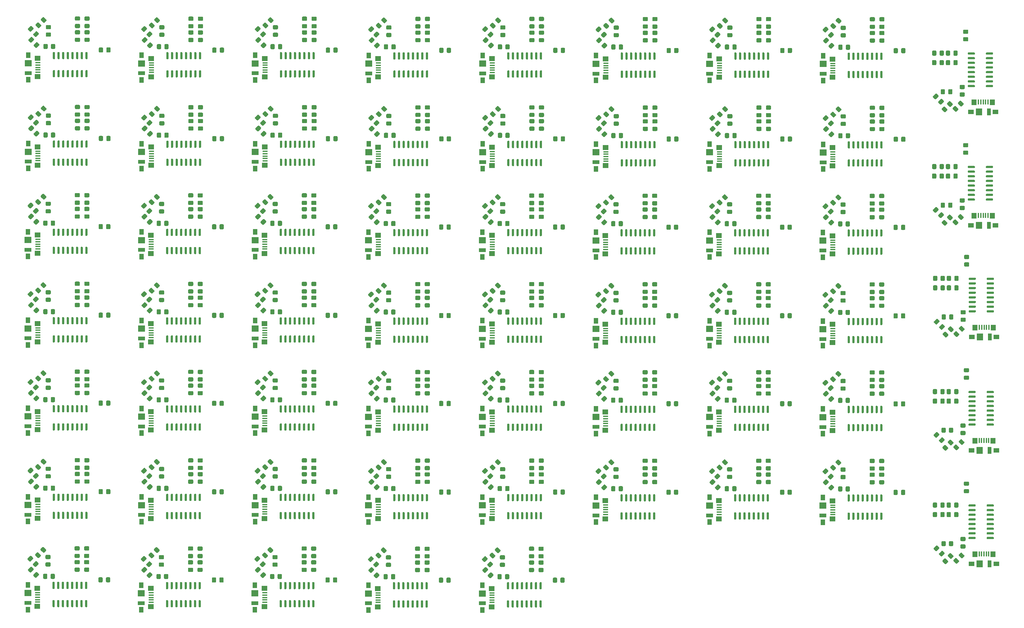
<source format=gbr>
%TF.GenerationSoftware,KiCad,Pcbnew,(5.1.6)-1*%
%TF.CreationDate,2020-07-01T09:45:41+05:30*%
%TF.ProjectId,single sided ch340c,73696e67-6c65-4207-9369-646564206368,rev?*%
%TF.SameCoordinates,Original*%
%TF.FileFunction,Paste,Top*%
%TF.FilePolarity,Positive*%
%FSLAX46Y46*%
G04 Gerber Fmt 4.6, Leading zero omitted, Abs format (unit mm)*
G04 Created by KiCad (PCBNEW (5.1.6)-1) date 2020-07-01 09:45:41*
%MOMM*%
%LPD*%
G01*
G04 APERTURE LIST*
%ADD10R,0.450000X1.380000*%
%ADD11R,1.425000X1.550000*%
%ADD12R,1.650000X1.300000*%
%ADD13R,1.800000X1.900000*%
%ADD14R,1.000000X1.900000*%
%ADD15R,1.380000X0.450000*%
%ADD16R,1.550000X1.425000*%
%ADD17R,1.300000X1.650000*%
%ADD18R,1.900000X1.800000*%
%ADD19R,1.900000X1.000000*%
G04 APERTURE END LIST*
%TO.C,D4*%
G36*
G01*
X261963100Y-55618801D02*
X261963100Y-54718799D01*
G75*
G02*
X262213099Y-54468800I249999J0D01*
G01*
X262863101Y-54468800D01*
G75*
G02*
X263113100Y-54718799I0J-249999D01*
G01*
X263113100Y-55618801D01*
G75*
G02*
X262863101Y-55868800I-249999J0D01*
G01*
X262213099Y-55868800D01*
G75*
G02*
X261963100Y-55618801I0J249999D01*
G01*
G37*
G36*
G01*
X264013100Y-55618801D02*
X264013100Y-54718799D01*
G75*
G02*
X264263099Y-54468800I249999J0D01*
G01*
X264913101Y-54468800D01*
G75*
G02*
X265163100Y-54718799I0J-249999D01*
G01*
X265163100Y-55618801D01*
G75*
G02*
X264913101Y-55868800I-249999J0D01*
G01*
X264263099Y-55868800D01*
G75*
G02*
X264013100Y-55618801I0J249999D01*
G01*
G37*
%TD*%
%TO.C,R4*%
G36*
G01*
X268918599Y-23730799D02*
X268918599Y-24630801D01*
G75*
G02*
X268668600Y-24880800I-249999J0D01*
G01*
X268018598Y-24880800D01*
G75*
G02*
X267768599Y-24630801I0J249999D01*
G01*
X267768599Y-23730799D01*
G75*
G02*
X268018598Y-23480800I249999J0D01*
G01*
X268668600Y-23480800D01*
G75*
G02*
X268918599Y-23730799I0J-249999D01*
G01*
G37*
G36*
G01*
X266868599Y-23730799D02*
X266868599Y-24630801D01*
G75*
G02*
X266618600Y-24880800I-249999J0D01*
G01*
X265968598Y-24880800D01*
G75*
G02*
X265718599Y-24630801I0J249999D01*
G01*
X265718599Y-23730799D01*
G75*
G02*
X265968598Y-23480800I249999J0D01*
G01*
X266618600Y-23480800D01*
G75*
G02*
X266868599Y-23730799I0J-249999D01*
G01*
G37*
%TD*%
%TO.C,C1*%
G36*
G01*
X269717099Y-32867800D02*
X270617101Y-32867800D01*
G75*
G02*
X270867100Y-33117799I0J-249999D01*
G01*
X270867100Y-33767801D01*
G75*
G02*
X270617101Y-34017800I-249999J0D01*
G01*
X269717099Y-34017800D01*
G75*
G02*
X269467100Y-33767801I0J249999D01*
G01*
X269467100Y-33117799D01*
G75*
G02*
X269717099Y-32867800I249999J0D01*
G01*
G37*
G36*
G01*
X269717099Y-34917800D02*
X270617101Y-34917800D01*
G75*
G02*
X270867100Y-35167799I0J-249999D01*
G01*
X270867100Y-35817801D01*
G75*
G02*
X270617101Y-36067800I-249999J0D01*
G01*
X269717099Y-36067800D01*
G75*
G02*
X269467100Y-35817801I0J249999D01*
G01*
X269467100Y-35167799D01*
G75*
G02*
X269717099Y-34917800I249999J0D01*
G01*
G37*
%TD*%
%TO.C,R3*%
G36*
G01*
X268918600Y-26334299D02*
X268918600Y-27234301D01*
G75*
G02*
X268668601Y-27484300I-249999J0D01*
G01*
X268018599Y-27484300D01*
G75*
G02*
X267768600Y-27234301I0J249999D01*
G01*
X267768600Y-26334299D01*
G75*
G02*
X268018599Y-26084300I249999J0D01*
G01*
X268668601Y-26084300D01*
G75*
G02*
X268918600Y-26334299I0J-249999D01*
G01*
G37*
G36*
G01*
X266868600Y-26334299D02*
X266868600Y-27234301D01*
G75*
G02*
X266618601Y-27484300I-249999J0D01*
G01*
X265968599Y-27484300D01*
G75*
G02*
X265718600Y-27234301I0J249999D01*
G01*
X265718600Y-26334299D01*
G75*
G02*
X265968599Y-26084300I249999J0D01*
G01*
X266618601Y-26084300D01*
G75*
G02*
X266868600Y-26334299I0J-249999D01*
G01*
G37*
%TD*%
%TO.C,D2*%
G36*
G01*
X265263644Y-71249653D02*
X264627247Y-70613256D01*
G75*
G02*
X264627247Y-70259704I176776J176776D01*
G01*
X265086868Y-69800083D01*
G75*
G02*
X265440420Y-69800083I176776J-176776D01*
G01*
X266076817Y-70436480D01*
G75*
G02*
X266076817Y-70790032I-176776J-176776D01*
G01*
X265617196Y-71249653D01*
G75*
G02*
X265263644Y-71249653I-176776J176776D01*
G01*
G37*
G36*
G01*
X266713212Y-69800085D02*
X266076815Y-69163688D01*
G75*
G02*
X266076815Y-68810136I176776J176776D01*
G01*
X266536436Y-68350515D01*
G75*
G02*
X266889988Y-68350515I176776J-176776D01*
G01*
X267526385Y-68986912D01*
G75*
G02*
X267526385Y-69340464I-176776J-176776D01*
G01*
X267066764Y-69800085D01*
G75*
G02*
X266713212Y-69800085I-176776J176776D01*
G01*
G37*
%TD*%
%TO.C,C2*%
G36*
G01*
X262214247Y-66902344D02*
X262850644Y-66265947D01*
G75*
G02*
X263204196Y-66265947I176776J-176776D01*
G01*
X263663817Y-66725568D01*
G75*
G02*
X263663817Y-67079120I-176776J-176776D01*
G01*
X263027420Y-67715517D01*
G75*
G02*
X262673868Y-67715517I-176776J176776D01*
G01*
X262214247Y-67255896D01*
G75*
G02*
X262214247Y-66902344I176776J176776D01*
G01*
G37*
G36*
G01*
X263663815Y-68351912D02*
X264300212Y-67715515D01*
G75*
G02*
X264653764Y-67715515I176776J-176776D01*
G01*
X265113385Y-68175136D01*
G75*
G02*
X265113385Y-68528688I-176776J-176776D01*
G01*
X264476988Y-69165085D01*
G75*
G02*
X264123436Y-69165085I-176776J176776D01*
G01*
X263663815Y-68705464D01*
G75*
G02*
X263663815Y-68351912I176776J176776D01*
G01*
G37*
%TD*%
%TO.C,U1*%
G36*
G01*
X271671600Y-24457800D02*
X271671600Y-24157800D01*
G75*
G02*
X271821600Y-24007800I150000J0D01*
G01*
X273471600Y-24007800D01*
G75*
G02*
X273621600Y-24157800I0J-150000D01*
G01*
X273621600Y-24457800D01*
G75*
G02*
X273471600Y-24607800I-150000J0D01*
G01*
X271821600Y-24607800D01*
G75*
G02*
X271671600Y-24457800I0J150000D01*
G01*
G37*
G36*
G01*
X271671600Y-25727800D02*
X271671600Y-25427800D01*
G75*
G02*
X271821600Y-25277800I150000J0D01*
G01*
X273471600Y-25277800D01*
G75*
G02*
X273621600Y-25427800I0J-150000D01*
G01*
X273621600Y-25727800D01*
G75*
G02*
X273471600Y-25877800I-150000J0D01*
G01*
X271821600Y-25877800D01*
G75*
G02*
X271671600Y-25727800I0J150000D01*
G01*
G37*
G36*
G01*
X271671600Y-26997800D02*
X271671600Y-26697800D01*
G75*
G02*
X271821600Y-26547800I150000J0D01*
G01*
X273471600Y-26547800D01*
G75*
G02*
X273621600Y-26697800I0J-150000D01*
G01*
X273621600Y-26997800D01*
G75*
G02*
X273471600Y-27147800I-150000J0D01*
G01*
X271821600Y-27147800D01*
G75*
G02*
X271671600Y-26997800I0J150000D01*
G01*
G37*
G36*
G01*
X271671600Y-28267800D02*
X271671600Y-27967800D01*
G75*
G02*
X271821600Y-27817800I150000J0D01*
G01*
X273471600Y-27817800D01*
G75*
G02*
X273621600Y-27967800I0J-150000D01*
G01*
X273621600Y-28267800D01*
G75*
G02*
X273471600Y-28417800I-150000J0D01*
G01*
X271821600Y-28417800D01*
G75*
G02*
X271671600Y-28267800I0J150000D01*
G01*
G37*
G36*
G01*
X271671600Y-29537800D02*
X271671600Y-29237800D01*
G75*
G02*
X271821600Y-29087800I150000J0D01*
G01*
X273471600Y-29087800D01*
G75*
G02*
X273621600Y-29237800I0J-150000D01*
G01*
X273621600Y-29537800D01*
G75*
G02*
X273471600Y-29687800I-150000J0D01*
G01*
X271821600Y-29687800D01*
G75*
G02*
X271671600Y-29537800I0J150000D01*
G01*
G37*
G36*
G01*
X271671600Y-30807800D02*
X271671600Y-30507800D01*
G75*
G02*
X271821600Y-30357800I150000J0D01*
G01*
X273471600Y-30357800D01*
G75*
G02*
X273621600Y-30507800I0J-150000D01*
G01*
X273621600Y-30807800D01*
G75*
G02*
X273471600Y-30957800I-150000J0D01*
G01*
X271821600Y-30957800D01*
G75*
G02*
X271671600Y-30807800I0J150000D01*
G01*
G37*
G36*
G01*
X271671600Y-32077800D02*
X271671600Y-31777800D01*
G75*
G02*
X271821600Y-31627800I150000J0D01*
G01*
X273471600Y-31627800D01*
G75*
G02*
X273621600Y-31777800I0J-150000D01*
G01*
X273621600Y-32077800D01*
G75*
G02*
X273471600Y-32227800I-150000J0D01*
G01*
X271821600Y-32227800D01*
G75*
G02*
X271671600Y-32077800I0J150000D01*
G01*
G37*
G36*
G01*
X271671600Y-33347800D02*
X271671600Y-33047800D01*
G75*
G02*
X271821600Y-32897800I150000J0D01*
G01*
X273471600Y-32897800D01*
G75*
G02*
X273621600Y-33047800I0J-150000D01*
G01*
X273621600Y-33347800D01*
G75*
G02*
X273471600Y-33497800I-150000J0D01*
G01*
X271821600Y-33497800D01*
G75*
G02*
X271671600Y-33347800I0J150000D01*
G01*
G37*
G36*
G01*
X276621600Y-33347800D02*
X276621600Y-33047800D01*
G75*
G02*
X276771600Y-32897800I150000J0D01*
G01*
X278421600Y-32897800D01*
G75*
G02*
X278571600Y-33047800I0J-150000D01*
G01*
X278571600Y-33347800D01*
G75*
G02*
X278421600Y-33497800I-150000J0D01*
G01*
X276771600Y-33497800D01*
G75*
G02*
X276621600Y-33347800I0J150000D01*
G01*
G37*
G36*
G01*
X276621600Y-32077800D02*
X276621600Y-31777800D01*
G75*
G02*
X276771600Y-31627800I150000J0D01*
G01*
X278421600Y-31627800D01*
G75*
G02*
X278571600Y-31777800I0J-150000D01*
G01*
X278571600Y-32077800D01*
G75*
G02*
X278421600Y-32227800I-150000J0D01*
G01*
X276771600Y-32227800D01*
G75*
G02*
X276621600Y-32077800I0J150000D01*
G01*
G37*
G36*
G01*
X276621600Y-30807800D02*
X276621600Y-30507800D01*
G75*
G02*
X276771600Y-30357800I150000J0D01*
G01*
X278421600Y-30357800D01*
G75*
G02*
X278571600Y-30507800I0J-150000D01*
G01*
X278571600Y-30807800D01*
G75*
G02*
X278421600Y-30957800I-150000J0D01*
G01*
X276771600Y-30957800D01*
G75*
G02*
X276621600Y-30807800I0J150000D01*
G01*
G37*
G36*
G01*
X276621600Y-29537800D02*
X276621600Y-29237800D01*
G75*
G02*
X276771600Y-29087800I150000J0D01*
G01*
X278421600Y-29087800D01*
G75*
G02*
X278571600Y-29237800I0J-150000D01*
G01*
X278571600Y-29537800D01*
G75*
G02*
X278421600Y-29687800I-150000J0D01*
G01*
X276771600Y-29687800D01*
G75*
G02*
X276621600Y-29537800I0J150000D01*
G01*
G37*
G36*
G01*
X276621600Y-28267800D02*
X276621600Y-27967800D01*
G75*
G02*
X276771600Y-27817800I150000J0D01*
G01*
X278421600Y-27817800D01*
G75*
G02*
X278571600Y-27967800I0J-150000D01*
G01*
X278571600Y-28267800D01*
G75*
G02*
X278421600Y-28417800I-150000J0D01*
G01*
X276771600Y-28417800D01*
G75*
G02*
X276621600Y-28267800I0J150000D01*
G01*
G37*
G36*
G01*
X276621600Y-26997800D02*
X276621600Y-26697800D01*
G75*
G02*
X276771600Y-26547800I150000J0D01*
G01*
X278421600Y-26547800D01*
G75*
G02*
X278571600Y-26697800I0J-150000D01*
G01*
X278571600Y-26997800D01*
G75*
G02*
X278421600Y-27147800I-150000J0D01*
G01*
X276771600Y-27147800D01*
G75*
G02*
X276621600Y-26997800I0J150000D01*
G01*
G37*
G36*
G01*
X276621600Y-25727800D02*
X276621600Y-25427800D01*
G75*
G02*
X276771600Y-25277800I150000J0D01*
G01*
X278421600Y-25277800D01*
G75*
G02*
X278571600Y-25427800I0J-150000D01*
G01*
X278571600Y-25727800D01*
G75*
G02*
X278421600Y-25877800I-150000J0D01*
G01*
X276771600Y-25877800D01*
G75*
G02*
X276621600Y-25727800I0J150000D01*
G01*
G37*
G36*
G01*
X276621600Y-24457800D02*
X276621600Y-24157800D01*
G75*
G02*
X276771600Y-24007800I150000J0D01*
G01*
X278421600Y-24007800D01*
G75*
G02*
X278571600Y-24157800I0J-150000D01*
G01*
X278571600Y-24457800D01*
G75*
G02*
X278421600Y-24607800I-150000J0D01*
G01*
X276771600Y-24607800D01*
G75*
G02*
X276621600Y-24457800I0J150000D01*
G01*
G37*
%TD*%
%TO.C,D3*%
G36*
G01*
X261954100Y-58222301D02*
X261954100Y-57322299D01*
G75*
G02*
X262204099Y-57072300I249999J0D01*
G01*
X262854101Y-57072300D01*
G75*
G02*
X263104100Y-57322299I0J-249999D01*
G01*
X263104100Y-58222301D01*
G75*
G02*
X262854101Y-58472300I-249999J0D01*
G01*
X262204099Y-58472300D01*
G75*
G02*
X261954100Y-58222301I0J249999D01*
G01*
G37*
G36*
G01*
X264004100Y-58222301D02*
X264004100Y-57322299D01*
G75*
G02*
X264254099Y-57072300I249999J0D01*
G01*
X264904101Y-57072300D01*
G75*
G02*
X265154100Y-57322299I0J-249999D01*
G01*
X265154100Y-58222301D01*
G75*
G02*
X264904101Y-58472300I-249999J0D01*
G01*
X264254099Y-58472300D01*
G75*
G02*
X264004100Y-58222301I0J249999D01*
G01*
G37*
%TD*%
D10*
%TO.C,J1*%
X274593100Y-37557800D03*
X275243100Y-37557800D03*
X275893100Y-37557800D03*
X276543100Y-37557800D03*
X277193100Y-37557800D03*
D11*
X273405600Y-37642800D03*
X278380600Y-37642800D03*
D12*
X272518100Y-40217800D03*
X279268100Y-40217800D03*
D13*
X274743100Y-40217800D03*
D14*
X277443100Y-40217800D03*
%TD*%
D10*
%TO.C,J1*%
X274593100Y-68545800D03*
X275243100Y-68545800D03*
X275893100Y-68545800D03*
X276543100Y-68545800D03*
X277193100Y-68545800D03*
D11*
X273405600Y-68630800D03*
X278380600Y-68630800D03*
D12*
X272518100Y-71205800D03*
X279268100Y-71205800D03*
D13*
X274743100Y-71205800D03*
D14*
X277443100Y-71205800D03*
%TD*%
%TO.C,R2*%
G36*
G01*
X269874488Y-68223514D02*
X270510885Y-68859911D01*
G75*
G02*
X270510885Y-69213463I-176776J-176776D01*
G01*
X270051264Y-69673084D01*
G75*
G02*
X269697712Y-69673084I-176776J176776D01*
G01*
X269061315Y-69036687D01*
G75*
G02*
X269061315Y-68683135I176776J176776D01*
G01*
X269520936Y-68223514D01*
G75*
G02*
X269874488Y-68223514I176776J-176776D01*
G01*
G37*
G36*
G01*
X268424920Y-69673082D02*
X269061317Y-70309479D01*
G75*
G02*
X269061317Y-70663031I-176776J-176776D01*
G01*
X268601696Y-71122652D01*
G75*
G02*
X268248144Y-71122652I-176776J176776D01*
G01*
X267611747Y-70486255D01*
G75*
G02*
X267611747Y-70132703I176776J176776D01*
G01*
X268071368Y-69673082D01*
G75*
G02*
X268424920Y-69673082I176776J-176776D01*
G01*
G37*
%TD*%
%TO.C,R3*%
G36*
G01*
X268918600Y-57322299D02*
X268918600Y-58222301D01*
G75*
G02*
X268668601Y-58472300I-249999J0D01*
G01*
X268018599Y-58472300D01*
G75*
G02*
X267768600Y-58222301I0J249999D01*
G01*
X267768600Y-57322299D01*
G75*
G02*
X268018599Y-57072300I249999J0D01*
G01*
X268668601Y-57072300D01*
G75*
G02*
X268918600Y-57322299I0J-249999D01*
G01*
G37*
G36*
G01*
X266868600Y-57322299D02*
X266868600Y-58222301D01*
G75*
G02*
X266618601Y-58472300I-249999J0D01*
G01*
X265968599Y-58472300D01*
G75*
G02*
X265718600Y-58222301I0J249999D01*
G01*
X265718600Y-57322299D01*
G75*
G02*
X265968599Y-57072300I249999J0D01*
G01*
X266618601Y-57072300D01*
G75*
G02*
X266868600Y-57322299I0J-249999D01*
G01*
G37*
%TD*%
%TO.C,D4*%
G36*
G01*
X261963100Y-24630801D02*
X261963100Y-23730799D01*
G75*
G02*
X262213099Y-23480800I249999J0D01*
G01*
X262863101Y-23480800D01*
G75*
G02*
X263113100Y-23730799I0J-249999D01*
G01*
X263113100Y-24630801D01*
G75*
G02*
X262863101Y-24880800I-249999J0D01*
G01*
X262213099Y-24880800D01*
G75*
G02*
X261963100Y-24630801I0J249999D01*
G01*
G37*
G36*
G01*
X264013100Y-24630801D02*
X264013100Y-23730799D01*
G75*
G02*
X264263099Y-23480800I249999J0D01*
G01*
X264913101Y-23480800D01*
G75*
G02*
X265163100Y-23730799I0J-249999D01*
G01*
X265163100Y-24630801D01*
G75*
G02*
X264913101Y-24880800I-249999J0D01*
G01*
X264263099Y-24880800D01*
G75*
G02*
X264013100Y-24630801I0J249999D01*
G01*
G37*
%TD*%
%TO.C,D2*%
G36*
G01*
X265263644Y-40261653D02*
X264627247Y-39625256D01*
G75*
G02*
X264627247Y-39271704I176776J176776D01*
G01*
X265086868Y-38812083D01*
G75*
G02*
X265440420Y-38812083I176776J-176776D01*
G01*
X266076817Y-39448480D01*
G75*
G02*
X266076817Y-39802032I-176776J-176776D01*
G01*
X265617196Y-40261653D01*
G75*
G02*
X265263644Y-40261653I-176776J176776D01*
G01*
G37*
G36*
G01*
X266713212Y-38812085D02*
X266076815Y-38175688D01*
G75*
G02*
X266076815Y-37822136I176776J176776D01*
G01*
X266536436Y-37362515D01*
G75*
G02*
X266889988Y-37362515I176776J-176776D01*
G01*
X267526385Y-37998912D01*
G75*
G02*
X267526385Y-38352464I-176776J-176776D01*
G01*
X267066764Y-38812085D01*
G75*
G02*
X266713212Y-38812085I-176776J176776D01*
G01*
G37*
%TD*%
%TO.C,D3*%
G36*
G01*
X261954100Y-27234301D02*
X261954100Y-26334299D01*
G75*
G02*
X262204099Y-26084300I249999J0D01*
G01*
X262854101Y-26084300D01*
G75*
G02*
X263104100Y-26334299I0J-249999D01*
G01*
X263104100Y-27234301D01*
G75*
G02*
X262854101Y-27484300I-249999J0D01*
G01*
X262204099Y-27484300D01*
G75*
G02*
X261954100Y-27234301I0J249999D01*
G01*
G37*
G36*
G01*
X264004100Y-27234301D02*
X264004100Y-26334299D01*
G75*
G02*
X264254099Y-26084300I249999J0D01*
G01*
X264904101Y-26084300D01*
G75*
G02*
X265154100Y-26334299I0J-249999D01*
G01*
X265154100Y-27234301D01*
G75*
G02*
X264904101Y-27484300I-249999J0D01*
G01*
X264254099Y-27484300D01*
G75*
G02*
X264004100Y-27234301I0J249999D01*
G01*
G37*
%TD*%
%TO.C,R1*%
G36*
G01*
X271569601Y-20963800D02*
X270669599Y-20963800D01*
G75*
G02*
X270419600Y-20713801I0J249999D01*
G01*
X270419600Y-20063799D01*
G75*
G02*
X270669599Y-19813800I249999J0D01*
G01*
X271569601Y-19813800D01*
G75*
G02*
X271819600Y-20063799I0J-249999D01*
G01*
X271819600Y-20713801D01*
G75*
G02*
X271569601Y-20963800I-249999J0D01*
G01*
G37*
G36*
G01*
X271569601Y-18913800D02*
X270669599Y-18913800D01*
G75*
G02*
X270419600Y-18663801I0J249999D01*
G01*
X270419600Y-18013799D01*
G75*
G02*
X270669599Y-17763800I249999J0D01*
G01*
X271569601Y-17763800D01*
G75*
G02*
X271819600Y-18013799I0J-249999D01*
G01*
X271819600Y-18663801D01*
G75*
G02*
X271569601Y-18913800I-249999J0D01*
G01*
G37*
%TD*%
%TO.C,U1*%
G36*
G01*
X271671600Y-55445800D02*
X271671600Y-55145800D01*
G75*
G02*
X271821600Y-54995800I150000J0D01*
G01*
X273471600Y-54995800D01*
G75*
G02*
X273621600Y-55145800I0J-150000D01*
G01*
X273621600Y-55445800D01*
G75*
G02*
X273471600Y-55595800I-150000J0D01*
G01*
X271821600Y-55595800D01*
G75*
G02*
X271671600Y-55445800I0J150000D01*
G01*
G37*
G36*
G01*
X271671600Y-56715800D02*
X271671600Y-56415800D01*
G75*
G02*
X271821600Y-56265800I150000J0D01*
G01*
X273471600Y-56265800D01*
G75*
G02*
X273621600Y-56415800I0J-150000D01*
G01*
X273621600Y-56715800D01*
G75*
G02*
X273471600Y-56865800I-150000J0D01*
G01*
X271821600Y-56865800D01*
G75*
G02*
X271671600Y-56715800I0J150000D01*
G01*
G37*
G36*
G01*
X271671600Y-57985800D02*
X271671600Y-57685800D01*
G75*
G02*
X271821600Y-57535800I150000J0D01*
G01*
X273471600Y-57535800D01*
G75*
G02*
X273621600Y-57685800I0J-150000D01*
G01*
X273621600Y-57985800D01*
G75*
G02*
X273471600Y-58135800I-150000J0D01*
G01*
X271821600Y-58135800D01*
G75*
G02*
X271671600Y-57985800I0J150000D01*
G01*
G37*
G36*
G01*
X271671600Y-59255800D02*
X271671600Y-58955800D01*
G75*
G02*
X271821600Y-58805800I150000J0D01*
G01*
X273471600Y-58805800D01*
G75*
G02*
X273621600Y-58955800I0J-150000D01*
G01*
X273621600Y-59255800D01*
G75*
G02*
X273471600Y-59405800I-150000J0D01*
G01*
X271821600Y-59405800D01*
G75*
G02*
X271671600Y-59255800I0J150000D01*
G01*
G37*
G36*
G01*
X271671600Y-60525800D02*
X271671600Y-60225800D01*
G75*
G02*
X271821600Y-60075800I150000J0D01*
G01*
X273471600Y-60075800D01*
G75*
G02*
X273621600Y-60225800I0J-150000D01*
G01*
X273621600Y-60525800D01*
G75*
G02*
X273471600Y-60675800I-150000J0D01*
G01*
X271821600Y-60675800D01*
G75*
G02*
X271671600Y-60525800I0J150000D01*
G01*
G37*
G36*
G01*
X271671600Y-61795800D02*
X271671600Y-61495800D01*
G75*
G02*
X271821600Y-61345800I150000J0D01*
G01*
X273471600Y-61345800D01*
G75*
G02*
X273621600Y-61495800I0J-150000D01*
G01*
X273621600Y-61795800D01*
G75*
G02*
X273471600Y-61945800I-150000J0D01*
G01*
X271821600Y-61945800D01*
G75*
G02*
X271671600Y-61795800I0J150000D01*
G01*
G37*
G36*
G01*
X271671600Y-63065800D02*
X271671600Y-62765800D01*
G75*
G02*
X271821600Y-62615800I150000J0D01*
G01*
X273471600Y-62615800D01*
G75*
G02*
X273621600Y-62765800I0J-150000D01*
G01*
X273621600Y-63065800D01*
G75*
G02*
X273471600Y-63215800I-150000J0D01*
G01*
X271821600Y-63215800D01*
G75*
G02*
X271671600Y-63065800I0J150000D01*
G01*
G37*
G36*
G01*
X271671600Y-64335800D02*
X271671600Y-64035800D01*
G75*
G02*
X271821600Y-63885800I150000J0D01*
G01*
X273471600Y-63885800D01*
G75*
G02*
X273621600Y-64035800I0J-150000D01*
G01*
X273621600Y-64335800D01*
G75*
G02*
X273471600Y-64485800I-150000J0D01*
G01*
X271821600Y-64485800D01*
G75*
G02*
X271671600Y-64335800I0J150000D01*
G01*
G37*
G36*
G01*
X276621600Y-64335800D02*
X276621600Y-64035800D01*
G75*
G02*
X276771600Y-63885800I150000J0D01*
G01*
X278421600Y-63885800D01*
G75*
G02*
X278571600Y-64035800I0J-150000D01*
G01*
X278571600Y-64335800D01*
G75*
G02*
X278421600Y-64485800I-150000J0D01*
G01*
X276771600Y-64485800D01*
G75*
G02*
X276621600Y-64335800I0J150000D01*
G01*
G37*
G36*
G01*
X276621600Y-63065800D02*
X276621600Y-62765800D01*
G75*
G02*
X276771600Y-62615800I150000J0D01*
G01*
X278421600Y-62615800D01*
G75*
G02*
X278571600Y-62765800I0J-150000D01*
G01*
X278571600Y-63065800D01*
G75*
G02*
X278421600Y-63215800I-150000J0D01*
G01*
X276771600Y-63215800D01*
G75*
G02*
X276621600Y-63065800I0J150000D01*
G01*
G37*
G36*
G01*
X276621600Y-61795800D02*
X276621600Y-61495800D01*
G75*
G02*
X276771600Y-61345800I150000J0D01*
G01*
X278421600Y-61345800D01*
G75*
G02*
X278571600Y-61495800I0J-150000D01*
G01*
X278571600Y-61795800D01*
G75*
G02*
X278421600Y-61945800I-150000J0D01*
G01*
X276771600Y-61945800D01*
G75*
G02*
X276621600Y-61795800I0J150000D01*
G01*
G37*
G36*
G01*
X276621600Y-60525800D02*
X276621600Y-60225800D01*
G75*
G02*
X276771600Y-60075800I150000J0D01*
G01*
X278421600Y-60075800D01*
G75*
G02*
X278571600Y-60225800I0J-150000D01*
G01*
X278571600Y-60525800D01*
G75*
G02*
X278421600Y-60675800I-150000J0D01*
G01*
X276771600Y-60675800D01*
G75*
G02*
X276621600Y-60525800I0J150000D01*
G01*
G37*
G36*
G01*
X276621600Y-59255800D02*
X276621600Y-58955800D01*
G75*
G02*
X276771600Y-58805800I150000J0D01*
G01*
X278421600Y-58805800D01*
G75*
G02*
X278571600Y-58955800I0J-150000D01*
G01*
X278571600Y-59255800D01*
G75*
G02*
X278421600Y-59405800I-150000J0D01*
G01*
X276771600Y-59405800D01*
G75*
G02*
X276621600Y-59255800I0J150000D01*
G01*
G37*
G36*
G01*
X276621600Y-57985800D02*
X276621600Y-57685800D01*
G75*
G02*
X276771600Y-57535800I150000J0D01*
G01*
X278421600Y-57535800D01*
G75*
G02*
X278571600Y-57685800I0J-150000D01*
G01*
X278571600Y-57985800D01*
G75*
G02*
X278421600Y-58135800I-150000J0D01*
G01*
X276771600Y-58135800D01*
G75*
G02*
X276621600Y-57985800I0J150000D01*
G01*
G37*
G36*
G01*
X276621600Y-56715800D02*
X276621600Y-56415800D01*
G75*
G02*
X276771600Y-56265800I150000J0D01*
G01*
X278421600Y-56265800D01*
G75*
G02*
X278571600Y-56415800I0J-150000D01*
G01*
X278571600Y-56715800D01*
G75*
G02*
X278421600Y-56865800I-150000J0D01*
G01*
X276771600Y-56865800D01*
G75*
G02*
X276621600Y-56715800I0J150000D01*
G01*
G37*
G36*
G01*
X276621600Y-55445800D02*
X276621600Y-55145800D01*
G75*
G02*
X276771600Y-54995800I150000J0D01*
G01*
X278421600Y-54995800D01*
G75*
G02*
X278571600Y-55145800I0J-150000D01*
G01*
X278571600Y-55445800D01*
G75*
G02*
X278421600Y-55595800I-150000J0D01*
G01*
X276771600Y-55595800D01*
G75*
G02*
X276621600Y-55445800I0J150000D01*
G01*
G37*
%TD*%
%TO.C,C2*%
G36*
G01*
X262214247Y-35914344D02*
X262850644Y-35277947D01*
G75*
G02*
X263204196Y-35277947I176776J-176776D01*
G01*
X263663817Y-35737568D01*
G75*
G02*
X263663817Y-36091120I-176776J-176776D01*
G01*
X263027420Y-36727517D01*
G75*
G02*
X262673868Y-36727517I-176776J176776D01*
G01*
X262214247Y-36267896D01*
G75*
G02*
X262214247Y-35914344I176776J176776D01*
G01*
G37*
G36*
G01*
X263663815Y-37363912D02*
X264300212Y-36727515D01*
G75*
G02*
X264653764Y-36727515I176776J-176776D01*
G01*
X265113385Y-37187136D01*
G75*
G02*
X265113385Y-37540688I-176776J-176776D01*
G01*
X264476988Y-38177085D01*
G75*
G02*
X264123436Y-38177085I-176776J176776D01*
G01*
X263663815Y-37717464D01*
G75*
G02*
X263663815Y-37363912I176776J176776D01*
G01*
G37*
%TD*%
%TO.C,D1*%
G36*
G01*
X266353601Y-66159801D02*
X266353601Y-65259799D01*
G75*
G02*
X266603600Y-65009800I249999J0D01*
G01*
X267253602Y-65009800D01*
G75*
G02*
X267503601Y-65259799I0J-249999D01*
G01*
X267503601Y-66159801D01*
G75*
G02*
X267253602Y-66409800I-249999J0D01*
G01*
X266603600Y-66409800D01*
G75*
G02*
X266353601Y-66159801I0J249999D01*
G01*
G37*
G36*
G01*
X264303601Y-66159801D02*
X264303601Y-65259799D01*
G75*
G02*
X264553600Y-65009800I249999J0D01*
G01*
X265203602Y-65009800D01*
G75*
G02*
X265453601Y-65259799I0J-249999D01*
G01*
X265453601Y-66159801D01*
G75*
G02*
X265203602Y-66409800I-249999J0D01*
G01*
X264553600Y-66409800D01*
G75*
G02*
X264303601Y-66159801I0J249999D01*
G01*
G37*
%TD*%
%TO.C,R1*%
G36*
G01*
X271569601Y-51951800D02*
X270669599Y-51951800D01*
G75*
G02*
X270419600Y-51701801I0J249999D01*
G01*
X270419600Y-51051799D01*
G75*
G02*
X270669599Y-50801800I249999J0D01*
G01*
X271569601Y-50801800D01*
G75*
G02*
X271819600Y-51051799I0J-249999D01*
G01*
X271819600Y-51701801D01*
G75*
G02*
X271569601Y-51951800I-249999J0D01*
G01*
G37*
G36*
G01*
X271569601Y-49901800D02*
X270669599Y-49901800D01*
G75*
G02*
X270419600Y-49651801I0J249999D01*
G01*
X270419600Y-49001799D01*
G75*
G02*
X270669599Y-48751800I249999J0D01*
G01*
X271569601Y-48751800D01*
G75*
G02*
X271819600Y-49001799I0J-249999D01*
G01*
X271819600Y-49651801D01*
G75*
G02*
X271569601Y-49901800I-249999J0D01*
G01*
G37*
%TD*%
%TO.C,D1*%
G36*
G01*
X266353601Y-35171801D02*
X266353601Y-34271799D01*
G75*
G02*
X266603600Y-34021800I249999J0D01*
G01*
X267253602Y-34021800D01*
G75*
G02*
X267503601Y-34271799I0J-249999D01*
G01*
X267503601Y-35171801D01*
G75*
G02*
X267253602Y-35421800I-249999J0D01*
G01*
X266603600Y-35421800D01*
G75*
G02*
X266353601Y-35171801I0J249999D01*
G01*
G37*
G36*
G01*
X264303601Y-35171801D02*
X264303601Y-34271799D01*
G75*
G02*
X264553600Y-34021800I249999J0D01*
G01*
X265203602Y-34021800D01*
G75*
G02*
X265453601Y-34271799I0J-249999D01*
G01*
X265453601Y-35171801D01*
G75*
G02*
X265203602Y-35421800I-249999J0D01*
G01*
X264553600Y-35421800D01*
G75*
G02*
X264303601Y-35171801I0J249999D01*
G01*
G37*
%TD*%
%TO.C,R2*%
G36*
G01*
X269874487Y-37235515D02*
X270510884Y-37871912D01*
G75*
G02*
X270510884Y-38225464I-176776J-176776D01*
G01*
X270051263Y-38685085D01*
G75*
G02*
X269697711Y-38685085I-176776J176776D01*
G01*
X269061314Y-38048688D01*
G75*
G02*
X269061314Y-37695136I176776J176776D01*
G01*
X269520935Y-37235515D01*
G75*
G02*
X269874487Y-37235515I176776J-176776D01*
G01*
G37*
G36*
G01*
X268424919Y-38685083D02*
X269061316Y-39321480D01*
G75*
G02*
X269061316Y-39675032I-176776J-176776D01*
G01*
X268601695Y-40134653D01*
G75*
G02*
X268248143Y-40134653I-176776J176776D01*
G01*
X267611746Y-39498256D01*
G75*
G02*
X267611746Y-39144704I176776J176776D01*
G01*
X268071367Y-38685083D01*
G75*
G02*
X268424919Y-38685083I176776J-176776D01*
G01*
G37*
%TD*%
%TO.C,C1*%
G36*
G01*
X269717099Y-63855800D02*
X270617101Y-63855800D01*
G75*
G02*
X270867100Y-64105799I0J-249999D01*
G01*
X270867100Y-64755801D01*
G75*
G02*
X270617101Y-65005800I-249999J0D01*
G01*
X269717099Y-65005800D01*
G75*
G02*
X269467100Y-64755801I0J249999D01*
G01*
X269467100Y-64105799D01*
G75*
G02*
X269717099Y-63855800I249999J0D01*
G01*
G37*
G36*
G01*
X269717099Y-65905800D02*
X270617101Y-65905800D01*
G75*
G02*
X270867100Y-66155799I0J-249999D01*
G01*
X270867100Y-66805801D01*
G75*
G02*
X270617101Y-67055800I-249999J0D01*
G01*
X269717099Y-67055800D01*
G75*
G02*
X269467100Y-66805801I0J249999D01*
G01*
X269467100Y-66155799D01*
G75*
G02*
X269717099Y-65905800I249999J0D01*
G01*
G37*
%TD*%
%TO.C,R4*%
G36*
G01*
X268918599Y-54718799D02*
X268918599Y-55618801D01*
G75*
G02*
X268668600Y-55868800I-249999J0D01*
G01*
X268018598Y-55868800D01*
G75*
G02*
X267768599Y-55618801I0J249999D01*
G01*
X267768599Y-54718799D01*
G75*
G02*
X268018598Y-54468800I249999J0D01*
G01*
X268668600Y-54468800D01*
G75*
G02*
X268918599Y-54718799I0J-249999D01*
G01*
G37*
G36*
G01*
X266868599Y-54718799D02*
X266868599Y-55618801D01*
G75*
G02*
X266618600Y-55868800I-249999J0D01*
G01*
X265968598Y-55868800D01*
G75*
G02*
X265718599Y-55618801I0J249999D01*
G01*
X265718599Y-54718799D01*
G75*
G02*
X265968598Y-54468800I249999J0D01*
G01*
X266618600Y-54468800D01*
G75*
G02*
X266868599Y-54718799I0J-249999D01*
G01*
G37*
%TD*%
%TO.C,D2*%
G36*
G01*
X139214747Y-162292044D02*
X139851144Y-161655647D01*
G75*
G02*
X140204696Y-161655647I176776J-176776D01*
G01*
X140664317Y-162115268D01*
G75*
G02*
X140664317Y-162468820I-176776J-176776D01*
G01*
X140027920Y-163105217D01*
G75*
G02*
X139674368Y-163105217I-176776J176776D01*
G01*
X139214747Y-162645596D01*
G75*
G02*
X139214747Y-162292044I176776J176776D01*
G01*
G37*
G36*
G01*
X140664315Y-163741612D02*
X141300712Y-163105215D01*
G75*
G02*
X141654264Y-163105215I176776J-176776D01*
G01*
X142113885Y-163564836D01*
G75*
G02*
X142113885Y-163918388I-176776J-176776D01*
G01*
X141477488Y-164554785D01*
G75*
G02*
X141123936Y-164554785I-176776J176776D01*
G01*
X140664315Y-164095164D01*
G75*
G02*
X140664315Y-163741612I176776J176776D01*
G01*
G37*
%TD*%
%TO.C,D4*%
G36*
G01*
X264216300Y-148074801D02*
X264216300Y-147174799D01*
G75*
G02*
X264466299Y-146924800I249999J0D01*
G01*
X265116301Y-146924800D01*
G75*
G02*
X265366300Y-147174799I0J-249999D01*
G01*
X265366300Y-148074801D01*
G75*
G02*
X265116301Y-148324800I-249999J0D01*
G01*
X264466299Y-148324800D01*
G75*
G02*
X264216300Y-148074801I0J249999D01*
G01*
G37*
G36*
G01*
X262166300Y-148074801D02*
X262166300Y-147174799D01*
G75*
G02*
X262416299Y-146924800I249999J0D01*
G01*
X263066301Y-146924800D01*
G75*
G02*
X263316300Y-147174799I0J-249999D01*
G01*
X263316300Y-148074801D01*
G75*
G02*
X263066301Y-148324800I-249999J0D01*
G01*
X262416299Y-148324800D01*
G75*
G02*
X262166300Y-148074801I0J249999D01*
G01*
G37*
%TD*%
%TO.C,R4*%
G36*
G01*
X267071799Y-116186799D02*
X267071799Y-117086801D01*
G75*
G02*
X266821800Y-117336800I-249999J0D01*
G01*
X266171798Y-117336800D01*
G75*
G02*
X265921799Y-117086801I0J249999D01*
G01*
X265921799Y-116186799D01*
G75*
G02*
X266171798Y-115936800I249999J0D01*
G01*
X266821800Y-115936800D01*
G75*
G02*
X267071799Y-116186799I0J-249999D01*
G01*
G37*
G36*
G01*
X269121799Y-116186799D02*
X269121799Y-117086801D01*
G75*
G02*
X268871800Y-117336800I-249999J0D01*
G01*
X268221798Y-117336800D01*
G75*
G02*
X267971799Y-117086801I0J249999D01*
G01*
X267971799Y-116186799D01*
G75*
G02*
X268221798Y-115936800I249999J0D01*
G01*
X268871800Y-115936800D01*
G75*
G02*
X269121799Y-116186799I0J-249999D01*
G01*
G37*
%TD*%
%TO.C,D3*%
G36*
G01*
X262208100Y-88753101D02*
X262208100Y-87853099D01*
G75*
G02*
X262458099Y-87603100I249999J0D01*
G01*
X263108101Y-87603100D01*
G75*
G02*
X263358100Y-87853099I0J-249999D01*
G01*
X263358100Y-88753101D01*
G75*
G02*
X263108101Y-89003100I-249999J0D01*
G01*
X262458099Y-89003100D01*
G75*
G02*
X262208100Y-88753101I0J249999D01*
G01*
G37*
G36*
G01*
X264258100Y-88753101D02*
X264258100Y-87853099D01*
G75*
G02*
X264508099Y-87603100I249999J0D01*
G01*
X265158101Y-87603100D01*
G75*
G02*
X265408100Y-87853099I0J-249999D01*
G01*
X265408100Y-88753101D01*
G75*
G02*
X265158101Y-89003100I-249999J0D01*
G01*
X264508099Y-89003100D01*
G75*
G02*
X264258100Y-88753101I0J249999D01*
G01*
G37*
%TD*%
%TO.C,D2*%
G36*
G01*
X265517644Y-101780453D02*
X264881247Y-101144056D01*
G75*
G02*
X264881247Y-100790504I176776J176776D01*
G01*
X265340868Y-100330883D01*
G75*
G02*
X265694420Y-100330883I176776J-176776D01*
G01*
X266330817Y-100967280D01*
G75*
G02*
X266330817Y-101320832I-176776J-176776D01*
G01*
X265871196Y-101780453D01*
G75*
G02*
X265517644Y-101780453I-176776J176776D01*
G01*
G37*
G36*
G01*
X266967212Y-100330885D02*
X266330815Y-99694488D01*
G75*
G02*
X266330815Y-99340936I176776J176776D01*
G01*
X266790436Y-98881315D01*
G75*
G02*
X267143988Y-98881315I176776J-176776D01*
G01*
X267780385Y-99517712D01*
G75*
G02*
X267780385Y-99871264I-176776J-176776D01*
G01*
X267320764Y-100330885D01*
G75*
G02*
X266967212Y-100330885I-176776J176776D01*
G01*
G37*
%TD*%
%TO.C,C2*%
G36*
G01*
X262468247Y-97433144D02*
X263104644Y-96796747D01*
G75*
G02*
X263458196Y-96796747I176776J-176776D01*
G01*
X263917817Y-97256368D01*
G75*
G02*
X263917817Y-97609920I-176776J-176776D01*
G01*
X263281420Y-98246317D01*
G75*
G02*
X262927868Y-98246317I-176776J176776D01*
G01*
X262468247Y-97786696D01*
G75*
G02*
X262468247Y-97433144I176776J176776D01*
G01*
G37*
G36*
G01*
X263917815Y-98882712D02*
X264554212Y-98246315D01*
G75*
G02*
X264907764Y-98246315I176776J-176776D01*
G01*
X265367385Y-98705936D01*
G75*
G02*
X265367385Y-99059488I-176776J-176776D01*
G01*
X264730988Y-99695885D01*
G75*
G02*
X264377436Y-99695885I-176776J176776D01*
G01*
X263917815Y-99236264D01*
G75*
G02*
X263917815Y-98882712I176776J176776D01*
G01*
G37*
%TD*%
%TO.C,C1*%
G36*
G01*
X269920299Y-127373800D02*
X270820301Y-127373800D01*
G75*
G02*
X271070300Y-127623799I0J-249999D01*
G01*
X271070300Y-128273801D01*
G75*
G02*
X270820301Y-128523800I-249999J0D01*
G01*
X269920299Y-128523800D01*
G75*
G02*
X269670300Y-128273801I0J249999D01*
G01*
X269670300Y-127623799D01*
G75*
G02*
X269920299Y-127373800I249999J0D01*
G01*
G37*
G36*
G01*
X269920299Y-125323800D02*
X270820301Y-125323800D01*
G75*
G02*
X271070300Y-125573799I0J-249999D01*
G01*
X271070300Y-126223801D01*
G75*
G02*
X270820301Y-126473800I-249999J0D01*
G01*
X269920299Y-126473800D01*
G75*
G02*
X269670300Y-126223801I0J249999D01*
G01*
X269670300Y-125573799D01*
G75*
G02*
X269920299Y-125323800I249999J0D01*
G01*
G37*
%TD*%
%TO.C,R3*%
G36*
G01*
X267071800Y-118790299D02*
X267071800Y-119690301D01*
G75*
G02*
X266821801Y-119940300I-249999J0D01*
G01*
X266171799Y-119940300D01*
G75*
G02*
X265921800Y-119690301I0J249999D01*
G01*
X265921800Y-118790299D01*
G75*
G02*
X266171799Y-118540300I249999J0D01*
G01*
X266821801Y-118540300D01*
G75*
G02*
X267071800Y-118790299I0J-249999D01*
G01*
G37*
G36*
G01*
X269121800Y-118790299D02*
X269121800Y-119690301D01*
G75*
G02*
X268871801Y-119940300I-249999J0D01*
G01*
X268221799Y-119940300D01*
G75*
G02*
X267971800Y-119690301I0J249999D01*
G01*
X267971800Y-118790299D01*
G75*
G02*
X268221799Y-118540300I249999J0D01*
G01*
X268871801Y-118540300D01*
G75*
G02*
X269121800Y-118790299I0J-249999D01*
G01*
G37*
%TD*%
%TO.C,R4*%
G36*
G01*
X155745601Y-165946999D02*
X154845599Y-165946999D01*
G75*
G02*
X154595600Y-165697000I0J249999D01*
G01*
X154595600Y-165046998D01*
G75*
G02*
X154845599Y-164796999I249999J0D01*
G01*
X155745601Y-164796999D01*
G75*
G02*
X155995600Y-165046998I0J-249999D01*
G01*
X155995600Y-165697000D01*
G75*
G02*
X155745601Y-165946999I-249999J0D01*
G01*
G37*
G36*
G01*
X155745601Y-163896999D02*
X154845599Y-163896999D01*
G75*
G02*
X154595600Y-163647000I0J249999D01*
G01*
X154595600Y-162996998D01*
G75*
G02*
X154845599Y-162746999I249999J0D01*
G01*
X155745601Y-162746999D01*
G75*
G02*
X155995600Y-162996998I0J-249999D01*
G01*
X155995600Y-163647000D01*
G75*
G02*
X155745601Y-163896999I-249999J0D01*
G01*
G37*
%TD*%
%TO.C,D3*%
G36*
G01*
X152242099Y-158982501D02*
X153142101Y-158982501D01*
G75*
G02*
X153392100Y-159232500I0J-249999D01*
G01*
X153392100Y-159882502D01*
G75*
G02*
X153142101Y-160132501I-249999J0D01*
G01*
X152242099Y-160132501D01*
G75*
G02*
X151992100Y-159882502I0J249999D01*
G01*
X151992100Y-159232500D01*
G75*
G02*
X152242099Y-158982501I249999J0D01*
G01*
G37*
G36*
G01*
X152242099Y-161032501D02*
X153142101Y-161032501D01*
G75*
G02*
X153392100Y-161282500I0J-249999D01*
G01*
X153392100Y-161932502D01*
G75*
G02*
X153142101Y-162182501I-249999J0D01*
G01*
X152242099Y-162182501D01*
G75*
G02*
X151992100Y-161932502I0J249999D01*
G01*
X151992100Y-161282500D01*
G75*
G02*
X152242099Y-161032501I249999J0D01*
G01*
G37*
%TD*%
%TO.C,D2*%
G36*
G01*
X266916412Y-162256085D02*
X266280015Y-161619688D01*
G75*
G02*
X266280015Y-161266136I176776J176776D01*
G01*
X266739636Y-160806515D01*
G75*
G02*
X267093188Y-160806515I176776J-176776D01*
G01*
X267729585Y-161442912D01*
G75*
G02*
X267729585Y-161796464I-176776J-176776D01*
G01*
X267269964Y-162256085D01*
G75*
G02*
X266916412Y-162256085I-176776J176776D01*
G01*
G37*
G36*
G01*
X265466844Y-163705653D02*
X264830447Y-163069256D01*
G75*
G02*
X264830447Y-162715704I176776J176776D01*
G01*
X265290068Y-162256083D01*
G75*
G02*
X265643620Y-162256083I176776J-176776D01*
G01*
X266280017Y-162892480D01*
G75*
G02*
X266280017Y-163246032I-176776J-176776D01*
G01*
X265820396Y-163705653D01*
G75*
G02*
X265466844Y-163705653I-176776J176776D01*
G01*
G37*
%TD*%
%TO.C,D3*%
G36*
G01*
X264207300Y-150678301D02*
X264207300Y-149778299D01*
G75*
G02*
X264457299Y-149528300I249999J0D01*
G01*
X265107301Y-149528300D01*
G75*
G02*
X265357300Y-149778299I0J-249999D01*
G01*
X265357300Y-150678301D01*
G75*
G02*
X265107301Y-150928300I-249999J0D01*
G01*
X264457299Y-150928300D01*
G75*
G02*
X264207300Y-150678301I0J249999D01*
G01*
G37*
G36*
G01*
X262157300Y-150678301D02*
X262157300Y-149778299D01*
G75*
G02*
X262407299Y-149528300I249999J0D01*
G01*
X263057301Y-149528300D01*
G75*
G02*
X263307300Y-149778299I0J-249999D01*
G01*
X263307300Y-150678301D01*
G75*
G02*
X263057301Y-150928300I-249999J0D01*
G01*
X262407299Y-150928300D01*
G75*
G02*
X262157300Y-150678301I0J249999D01*
G01*
G37*
%TD*%
%TO.C,D4*%
G36*
G01*
X154845599Y-158991500D02*
X155745601Y-158991500D01*
G75*
G02*
X155995600Y-159241499I0J-249999D01*
G01*
X155995600Y-159891501D01*
G75*
G02*
X155745601Y-160141500I-249999J0D01*
G01*
X154845599Y-160141500D01*
G75*
G02*
X154595600Y-159891501I0J249999D01*
G01*
X154595600Y-159241499D01*
G75*
G02*
X154845599Y-158991500I249999J0D01*
G01*
G37*
G36*
G01*
X154845599Y-161041500D02*
X155745601Y-161041500D01*
G75*
G02*
X155995600Y-161291499I0J-249999D01*
G01*
X155995600Y-161941501D01*
G75*
G02*
X155745601Y-162191500I-249999J0D01*
G01*
X154845599Y-162191500D01*
G75*
G02*
X154595600Y-161941501I0J249999D01*
G01*
X154595600Y-161291499D01*
G75*
G02*
X154845599Y-161041500I249999J0D01*
G01*
G37*
%TD*%
D15*
%TO.C,J1*%
X141918600Y-171621500D03*
X141918600Y-172271500D03*
X141918600Y-172921500D03*
X141918600Y-173571500D03*
X141918600Y-174221500D03*
D16*
X141833600Y-170434000D03*
X141833600Y-175409000D03*
D17*
X139258600Y-169546500D03*
X139258600Y-176296500D03*
D18*
X139258600Y-171771500D03*
D19*
X139258600Y-174471500D03*
%TD*%
%TO.C,R3*%
G36*
G01*
X153142101Y-165947000D02*
X152242099Y-165947000D01*
G75*
G02*
X151992100Y-165697001I0J249999D01*
G01*
X151992100Y-165046999D01*
G75*
G02*
X152242099Y-164797000I249999J0D01*
G01*
X153142101Y-164797000D01*
G75*
G02*
X153392100Y-165046999I0J-249999D01*
G01*
X153392100Y-165697001D01*
G75*
G02*
X153142101Y-165947000I-249999J0D01*
G01*
G37*
G36*
G01*
X153142101Y-163897000D02*
X152242099Y-163897000D01*
G75*
G02*
X151992100Y-163647001I0J249999D01*
G01*
X151992100Y-162996999D01*
G75*
G02*
X152242099Y-162747000I249999J0D01*
G01*
X153142101Y-162747000D01*
G75*
G02*
X153392100Y-162996999I0J-249999D01*
G01*
X153392100Y-163647001D01*
G75*
G02*
X153142101Y-163897000I-249999J0D01*
G01*
G37*
%TD*%
%TO.C,C2*%
G36*
G01*
X263867015Y-160807912D02*
X264503412Y-160171515D01*
G75*
G02*
X264856964Y-160171515I176776J-176776D01*
G01*
X265316585Y-160631136D01*
G75*
G02*
X265316585Y-160984688I-176776J-176776D01*
G01*
X264680188Y-161621085D01*
G75*
G02*
X264326636Y-161621085I-176776J176776D01*
G01*
X263867015Y-161161464D01*
G75*
G02*
X263867015Y-160807912I176776J176776D01*
G01*
G37*
G36*
G01*
X262417447Y-159358344D02*
X263053844Y-158721947D01*
G75*
G02*
X263407396Y-158721947I176776J-176776D01*
G01*
X263867017Y-159181568D01*
G75*
G02*
X263867017Y-159535120I-176776J-176776D01*
G01*
X263230620Y-160171517D01*
G75*
G02*
X262877068Y-160171517I-176776J176776D01*
G01*
X262417447Y-159711896D01*
G75*
G02*
X262417447Y-159358344I176776J176776D01*
G01*
G37*
%TD*%
%TO.C,R2*%
G36*
G01*
X142240885Y-166902888D02*
X141604488Y-167539285D01*
G75*
G02*
X141250936Y-167539285I-176776J176776D01*
G01*
X140791315Y-167079664D01*
G75*
G02*
X140791315Y-166726112I176776J176776D01*
G01*
X141427712Y-166089715D01*
G75*
G02*
X141781264Y-166089715I176776J-176776D01*
G01*
X142240885Y-166549336D01*
G75*
G02*
X142240885Y-166902888I-176776J-176776D01*
G01*
G37*
G36*
G01*
X140791317Y-165453320D02*
X140154920Y-166089717D01*
G75*
G02*
X139801368Y-166089717I-176776J176776D01*
G01*
X139341747Y-165630096D01*
G75*
G02*
X139341747Y-165276544I176776J176776D01*
G01*
X139978144Y-164640147D01*
G75*
G02*
X140331696Y-164640147I176776J-176776D01*
G01*
X140791317Y-165099768D01*
G75*
G02*
X140791317Y-165453320I-176776J-176776D01*
G01*
G37*
%TD*%
%TO.C,U1*%
G36*
G01*
X276824800Y-116913800D02*
X276824800Y-116613800D01*
G75*
G02*
X276974800Y-116463800I150000J0D01*
G01*
X278624800Y-116463800D01*
G75*
G02*
X278774800Y-116613800I0J-150000D01*
G01*
X278774800Y-116913800D01*
G75*
G02*
X278624800Y-117063800I-150000J0D01*
G01*
X276974800Y-117063800D01*
G75*
G02*
X276824800Y-116913800I0J150000D01*
G01*
G37*
G36*
G01*
X276824800Y-118183800D02*
X276824800Y-117883800D01*
G75*
G02*
X276974800Y-117733800I150000J0D01*
G01*
X278624800Y-117733800D01*
G75*
G02*
X278774800Y-117883800I0J-150000D01*
G01*
X278774800Y-118183800D01*
G75*
G02*
X278624800Y-118333800I-150000J0D01*
G01*
X276974800Y-118333800D01*
G75*
G02*
X276824800Y-118183800I0J150000D01*
G01*
G37*
G36*
G01*
X276824800Y-119453800D02*
X276824800Y-119153800D01*
G75*
G02*
X276974800Y-119003800I150000J0D01*
G01*
X278624800Y-119003800D01*
G75*
G02*
X278774800Y-119153800I0J-150000D01*
G01*
X278774800Y-119453800D01*
G75*
G02*
X278624800Y-119603800I-150000J0D01*
G01*
X276974800Y-119603800D01*
G75*
G02*
X276824800Y-119453800I0J150000D01*
G01*
G37*
G36*
G01*
X276824800Y-120723800D02*
X276824800Y-120423800D01*
G75*
G02*
X276974800Y-120273800I150000J0D01*
G01*
X278624800Y-120273800D01*
G75*
G02*
X278774800Y-120423800I0J-150000D01*
G01*
X278774800Y-120723800D01*
G75*
G02*
X278624800Y-120873800I-150000J0D01*
G01*
X276974800Y-120873800D01*
G75*
G02*
X276824800Y-120723800I0J150000D01*
G01*
G37*
G36*
G01*
X276824800Y-121993800D02*
X276824800Y-121693800D01*
G75*
G02*
X276974800Y-121543800I150000J0D01*
G01*
X278624800Y-121543800D01*
G75*
G02*
X278774800Y-121693800I0J-150000D01*
G01*
X278774800Y-121993800D01*
G75*
G02*
X278624800Y-122143800I-150000J0D01*
G01*
X276974800Y-122143800D01*
G75*
G02*
X276824800Y-121993800I0J150000D01*
G01*
G37*
G36*
G01*
X276824800Y-123263800D02*
X276824800Y-122963800D01*
G75*
G02*
X276974800Y-122813800I150000J0D01*
G01*
X278624800Y-122813800D01*
G75*
G02*
X278774800Y-122963800I0J-150000D01*
G01*
X278774800Y-123263800D01*
G75*
G02*
X278624800Y-123413800I-150000J0D01*
G01*
X276974800Y-123413800D01*
G75*
G02*
X276824800Y-123263800I0J150000D01*
G01*
G37*
G36*
G01*
X276824800Y-124533800D02*
X276824800Y-124233800D01*
G75*
G02*
X276974800Y-124083800I150000J0D01*
G01*
X278624800Y-124083800D01*
G75*
G02*
X278774800Y-124233800I0J-150000D01*
G01*
X278774800Y-124533800D01*
G75*
G02*
X278624800Y-124683800I-150000J0D01*
G01*
X276974800Y-124683800D01*
G75*
G02*
X276824800Y-124533800I0J150000D01*
G01*
G37*
G36*
G01*
X276824800Y-125803800D02*
X276824800Y-125503800D01*
G75*
G02*
X276974800Y-125353800I150000J0D01*
G01*
X278624800Y-125353800D01*
G75*
G02*
X278774800Y-125503800I0J-150000D01*
G01*
X278774800Y-125803800D01*
G75*
G02*
X278624800Y-125953800I-150000J0D01*
G01*
X276974800Y-125953800D01*
G75*
G02*
X276824800Y-125803800I0J150000D01*
G01*
G37*
G36*
G01*
X271874800Y-125803800D02*
X271874800Y-125503800D01*
G75*
G02*
X272024800Y-125353800I150000J0D01*
G01*
X273674800Y-125353800D01*
G75*
G02*
X273824800Y-125503800I0J-150000D01*
G01*
X273824800Y-125803800D01*
G75*
G02*
X273674800Y-125953800I-150000J0D01*
G01*
X272024800Y-125953800D01*
G75*
G02*
X271874800Y-125803800I0J150000D01*
G01*
G37*
G36*
G01*
X271874800Y-124533800D02*
X271874800Y-124233800D01*
G75*
G02*
X272024800Y-124083800I150000J0D01*
G01*
X273674800Y-124083800D01*
G75*
G02*
X273824800Y-124233800I0J-150000D01*
G01*
X273824800Y-124533800D01*
G75*
G02*
X273674800Y-124683800I-150000J0D01*
G01*
X272024800Y-124683800D01*
G75*
G02*
X271874800Y-124533800I0J150000D01*
G01*
G37*
G36*
G01*
X271874800Y-123263800D02*
X271874800Y-122963800D01*
G75*
G02*
X272024800Y-122813800I150000J0D01*
G01*
X273674800Y-122813800D01*
G75*
G02*
X273824800Y-122963800I0J-150000D01*
G01*
X273824800Y-123263800D01*
G75*
G02*
X273674800Y-123413800I-150000J0D01*
G01*
X272024800Y-123413800D01*
G75*
G02*
X271874800Y-123263800I0J150000D01*
G01*
G37*
G36*
G01*
X271874800Y-121993800D02*
X271874800Y-121693800D01*
G75*
G02*
X272024800Y-121543800I150000J0D01*
G01*
X273674800Y-121543800D01*
G75*
G02*
X273824800Y-121693800I0J-150000D01*
G01*
X273824800Y-121993800D01*
G75*
G02*
X273674800Y-122143800I-150000J0D01*
G01*
X272024800Y-122143800D01*
G75*
G02*
X271874800Y-121993800I0J150000D01*
G01*
G37*
G36*
G01*
X271874800Y-120723800D02*
X271874800Y-120423800D01*
G75*
G02*
X272024800Y-120273800I150000J0D01*
G01*
X273674800Y-120273800D01*
G75*
G02*
X273824800Y-120423800I0J-150000D01*
G01*
X273824800Y-120723800D01*
G75*
G02*
X273674800Y-120873800I-150000J0D01*
G01*
X272024800Y-120873800D01*
G75*
G02*
X271874800Y-120723800I0J150000D01*
G01*
G37*
G36*
G01*
X271874800Y-119453800D02*
X271874800Y-119153800D01*
G75*
G02*
X272024800Y-119003800I150000J0D01*
G01*
X273674800Y-119003800D01*
G75*
G02*
X273824800Y-119153800I0J-150000D01*
G01*
X273824800Y-119453800D01*
G75*
G02*
X273674800Y-119603800I-150000J0D01*
G01*
X272024800Y-119603800D01*
G75*
G02*
X271874800Y-119453800I0J150000D01*
G01*
G37*
G36*
G01*
X271874800Y-118183800D02*
X271874800Y-117883800D01*
G75*
G02*
X272024800Y-117733800I150000J0D01*
G01*
X273674800Y-117733800D01*
G75*
G02*
X273824800Y-117883800I0J-150000D01*
G01*
X273824800Y-118183800D01*
G75*
G02*
X273674800Y-118333800I-150000J0D01*
G01*
X272024800Y-118333800D01*
G75*
G02*
X271874800Y-118183800I0J150000D01*
G01*
G37*
G36*
G01*
X271874800Y-116913800D02*
X271874800Y-116613800D01*
G75*
G02*
X272024800Y-116463800I150000J0D01*
G01*
X273674800Y-116463800D01*
G75*
G02*
X273824800Y-116613800I0J-150000D01*
G01*
X273824800Y-116913800D01*
G75*
G02*
X273674800Y-117063800I-150000J0D01*
G01*
X272024800Y-117063800D01*
G75*
G02*
X271874800Y-116913800I0J150000D01*
G01*
G37*
%TD*%
%TO.C,R1*%
G36*
G01*
X271823601Y-82482600D02*
X270923599Y-82482600D01*
G75*
G02*
X270673600Y-82232601I0J249999D01*
G01*
X270673600Y-81582599D01*
G75*
G02*
X270923599Y-81332600I249999J0D01*
G01*
X271823601Y-81332600D01*
G75*
G02*
X272073600Y-81582599I0J-249999D01*
G01*
X272073600Y-82232601D01*
G75*
G02*
X271823601Y-82482600I-249999J0D01*
G01*
G37*
G36*
G01*
X271823601Y-80432600D02*
X270923599Y-80432600D01*
G75*
G02*
X270673600Y-80182601I0J249999D01*
G01*
X270673600Y-79532599D01*
G75*
G02*
X270923599Y-79282600I249999J0D01*
G01*
X271823601Y-79282600D01*
G75*
G02*
X272073600Y-79532599I0J-249999D01*
G01*
X272073600Y-80182601D01*
G75*
G02*
X271823601Y-80432600I-249999J0D01*
G01*
G37*
%TD*%
%TO.C,C1*%
G36*
G01*
X146608600Y-166745499D02*
X146608600Y-167645501D01*
G75*
G02*
X146358601Y-167895500I-249999J0D01*
G01*
X145708599Y-167895500D01*
G75*
G02*
X145458600Y-167645501I0J249999D01*
G01*
X145458600Y-166745499D01*
G75*
G02*
X145708599Y-166495500I249999J0D01*
G01*
X146358601Y-166495500D01*
G75*
G02*
X146608600Y-166745499I0J-249999D01*
G01*
G37*
G36*
G01*
X144558600Y-166745499D02*
X144558600Y-167645501D01*
G75*
G02*
X144308601Y-167895500I-249999J0D01*
G01*
X143658599Y-167895500D01*
G75*
G02*
X143408600Y-167645501I0J249999D01*
G01*
X143408600Y-166745499D01*
G75*
G02*
X143658599Y-166495500I249999J0D01*
G01*
X144308601Y-166495500D01*
G75*
G02*
X144558600Y-166745499I0J-249999D01*
G01*
G37*
%TD*%
%TO.C,U1*%
G36*
G01*
X155018600Y-168700000D02*
X155318600Y-168700000D01*
G75*
G02*
X155468600Y-168850000I0J-150000D01*
G01*
X155468600Y-170500000D01*
G75*
G02*
X155318600Y-170650000I-150000J0D01*
G01*
X155018600Y-170650000D01*
G75*
G02*
X154868600Y-170500000I0J150000D01*
G01*
X154868600Y-168850000D01*
G75*
G02*
X155018600Y-168700000I150000J0D01*
G01*
G37*
G36*
G01*
X153748600Y-168700000D02*
X154048600Y-168700000D01*
G75*
G02*
X154198600Y-168850000I0J-150000D01*
G01*
X154198600Y-170500000D01*
G75*
G02*
X154048600Y-170650000I-150000J0D01*
G01*
X153748600Y-170650000D01*
G75*
G02*
X153598600Y-170500000I0J150000D01*
G01*
X153598600Y-168850000D01*
G75*
G02*
X153748600Y-168700000I150000J0D01*
G01*
G37*
G36*
G01*
X152478600Y-168700000D02*
X152778600Y-168700000D01*
G75*
G02*
X152928600Y-168850000I0J-150000D01*
G01*
X152928600Y-170500000D01*
G75*
G02*
X152778600Y-170650000I-150000J0D01*
G01*
X152478600Y-170650000D01*
G75*
G02*
X152328600Y-170500000I0J150000D01*
G01*
X152328600Y-168850000D01*
G75*
G02*
X152478600Y-168700000I150000J0D01*
G01*
G37*
G36*
G01*
X151208600Y-168700000D02*
X151508600Y-168700000D01*
G75*
G02*
X151658600Y-168850000I0J-150000D01*
G01*
X151658600Y-170500000D01*
G75*
G02*
X151508600Y-170650000I-150000J0D01*
G01*
X151208600Y-170650000D01*
G75*
G02*
X151058600Y-170500000I0J150000D01*
G01*
X151058600Y-168850000D01*
G75*
G02*
X151208600Y-168700000I150000J0D01*
G01*
G37*
G36*
G01*
X149938600Y-168700000D02*
X150238600Y-168700000D01*
G75*
G02*
X150388600Y-168850000I0J-150000D01*
G01*
X150388600Y-170500000D01*
G75*
G02*
X150238600Y-170650000I-150000J0D01*
G01*
X149938600Y-170650000D01*
G75*
G02*
X149788600Y-170500000I0J150000D01*
G01*
X149788600Y-168850000D01*
G75*
G02*
X149938600Y-168700000I150000J0D01*
G01*
G37*
G36*
G01*
X148668600Y-168700000D02*
X148968600Y-168700000D01*
G75*
G02*
X149118600Y-168850000I0J-150000D01*
G01*
X149118600Y-170500000D01*
G75*
G02*
X148968600Y-170650000I-150000J0D01*
G01*
X148668600Y-170650000D01*
G75*
G02*
X148518600Y-170500000I0J150000D01*
G01*
X148518600Y-168850000D01*
G75*
G02*
X148668600Y-168700000I150000J0D01*
G01*
G37*
G36*
G01*
X147398600Y-168700000D02*
X147698600Y-168700000D01*
G75*
G02*
X147848600Y-168850000I0J-150000D01*
G01*
X147848600Y-170500000D01*
G75*
G02*
X147698600Y-170650000I-150000J0D01*
G01*
X147398600Y-170650000D01*
G75*
G02*
X147248600Y-170500000I0J150000D01*
G01*
X147248600Y-168850000D01*
G75*
G02*
X147398600Y-168700000I150000J0D01*
G01*
G37*
G36*
G01*
X146128600Y-168700000D02*
X146428600Y-168700000D01*
G75*
G02*
X146578600Y-168850000I0J-150000D01*
G01*
X146578600Y-170500000D01*
G75*
G02*
X146428600Y-170650000I-150000J0D01*
G01*
X146128600Y-170650000D01*
G75*
G02*
X145978600Y-170500000I0J150000D01*
G01*
X145978600Y-168850000D01*
G75*
G02*
X146128600Y-168700000I150000J0D01*
G01*
G37*
G36*
G01*
X146128600Y-173650000D02*
X146428600Y-173650000D01*
G75*
G02*
X146578600Y-173800000I0J-150000D01*
G01*
X146578600Y-175450000D01*
G75*
G02*
X146428600Y-175600000I-150000J0D01*
G01*
X146128600Y-175600000D01*
G75*
G02*
X145978600Y-175450000I0J150000D01*
G01*
X145978600Y-173800000D01*
G75*
G02*
X146128600Y-173650000I150000J0D01*
G01*
G37*
G36*
G01*
X147398600Y-173650000D02*
X147698600Y-173650000D01*
G75*
G02*
X147848600Y-173800000I0J-150000D01*
G01*
X147848600Y-175450000D01*
G75*
G02*
X147698600Y-175600000I-150000J0D01*
G01*
X147398600Y-175600000D01*
G75*
G02*
X147248600Y-175450000I0J150000D01*
G01*
X147248600Y-173800000D01*
G75*
G02*
X147398600Y-173650000I150000J0D01*
G01*
G37*
G36*
G01*
X148668600Y-173650000D02*
X148968600Y-173650000D01*
G75*
G02*
X149118600Y-173800000I0J-150000D01*
G01*
X149118600Y-175450000D01*
G75*
G02*
X148968600Y-175600000I-150000J0D01*
G01*
X148668600Y-175600000D01*
G75*
G02*
X148518600Y-175450000I0J150000D01*
G01*
X148518600Y-173800000D01*
G75*
G02*
X148668600Y-173650000I150000J0D01*
G01*
G37*
G36*
G01*
X149938600Y-173650000D02*
X150238600Y-173650000D01*
G75*
G02*
X150388600Y-173800000I0J-150000D01*
G01*
X150388600Y-175450000D01*
G75*
G02*
X150238600Y-175600000I-150000J0D01*
G01*
X149938600Y-175600000D01*
G75*
G02*
X149788600Y-175450000I0J150000D01*
G01*
X149788600Y-173800000D01*
G75*
G02*
X149938600Y-173650000I150000J0D01*
G01*
G37*
G36*
G01*
X151208600Y-173650000D02*
X151508600Y-173650000D01*
G75*
G02*
X151658600Y-173800000I0J-150000D01*
G01*
X151658600Y-175450000D01*
G75*
G02*
X151508600Y-175600000I-150000J0D01*
G01*
X151208600Y-175600000D01*
G75*
G02*
X151058600Y-175450000I0J150000D01*
G01*
X151058600Y-173800000D01*
G75*
G02*
X151208600Y-173650000I150000J0D01*
G01*
G37*
G36*
G01*
X152478600Y-173650000D02*
X152778600Y-173650000D01*
G75*
G02*
X152928600Y-173800000I0J-150000D01*
G01*
X152928600Y-175450000D01*
G75*
G02*
X152778600Y-175600000I-150000J0D01*
G01*
X152478600Y-175600000D01*
G75*
G02*
X152328600Y-175450000I0J150000D01*
G01*
X152328600Y-173800000D01*
G75*
G02*
X152478600Y-173650000I150000J0D01*
G01*
G37*
G36*
G01*
X153748600Y-173650000D02*
X154048600Y-173650000D01*
G75*
G02*
X154198600Y-173800000I0J-150000D01*
G01*
X154198600Y-175450000D01*
G75*
G02*
X154048600Y-175600000I-150000J0D01*
G01*
X153748600Y-175600000D01*
G75*
G02*
X153598600Y-175450000I0J150000D01*
G01*
X153598600Y-173800000D01*
G75*
G02*
X153748600Y-173650000I150000J0D01*
G01*
G37*
G36*
G01*
X155018600Y-173650000D02*
X155318600Y-173650000D01*
G75*
G02*
X155468600Y-173800000I0J-150000D01*
G01*
X155468600Y-175450000D01*
G75*
G02*
X155318600Y-175600000I-150000J0D01*
G01*
X155018600Y-175600000D01*
G75*
G02*
X154868600Y-175450000I0J150000D01*
G01*
X154868600Y-173800000D01*
G75*
G02*
X155018600Y-173650000I150000J0D01*
G01*
G37*
%TD*%
%TO.C,D4*%
G36*
G01*
X262217100Y-86149601D02*
X262217100Y-85249599D01*
G75*
G02*
X262467099Y-84999600I249999J0D01*
G01*
X263117101Y-84999600D01*
G75*
G02*
X263367100Y-85249599I0J-249999D01*
G01*
X263367100Y-86149601D01*
G75*
G02*
X263117101Y-86399600I-249999J0D01*
G01*
X262467099Y-86399600D01*
G75*
G02*
X262217100Y-86149601I0J249999D01*
G01*
G37*
G36*
G01*
X264267100Y-86149601D02*
X264267100Y-85249599D01*
G75*
G02*
X264517099Y-84999600I249999J0D01*
G01*
X265167101Y-84999600D01*
G75*
G02*
X265417100Y-85249599I0J-249999D01*
G01*
X265417100Y-86149601D01*
G75*
G02*
X265167101Y-86399600I-249999J0D01*
G01*
X264517099Y-86399600D01*
G75*
G02*
X264267100Y-86149601I0J249999D01*
G01*
G37*
%TD*%
%TO.C,R1*%
G36*
G01*
X158512600Y-168598001D02*
X158512600Y-167697999D01*
G75*
G02*
X158762599Y-167448000I249999J0D01*
G01*
X159412601Y-167448000D01*
G75*
G02*
X159662600Y-167697999I0J-249999D01*
G01*
X159662600Y-168598001D01*
G75*
G02*
X159412601Y-168848000I-249999J0D01*
G01*
X158762599Y-168848000D01*
G75*
G02*
X158512600Y-168598001I0J249999D01*
G01*
G37*
G36*
G01*
X160562600Y-168598001D02*
X160562600Y-167697999D01*
G75*
G02*
X160812599Y-167448000I249999J0D01*
G01*
X161462601Y-167448000D01*
G75*
G02*
X161712600Y-167697999I0J-249999D01*
G01*
X161712600Y-168598001D01*
G75*
G02*
X161462601Y-168848000I-249999J0D01*
G01*
X160812599Y-168848000D01*
G75*
G02*
X160562600Y-168598001I0J249999D01*
G01*
G37*
%TD*%
%TO.C,D1*%
G36*
G01*
X144304599Y-163382001D02*
X145204601Y-163382001D01*
G75*
G02*
X145454600Y-163632000I0J-249999D01*
G01*
X145454600Y-164282002D01*
G75*
G02*
X145204601Y-164532001I-249999J0D01*
G01*
X144304599Y-164532001D01*
G75*
G02*
X144054600Y-164282002I0J249999D01*
G01*
X144054600Y-163632000D01*
G75*
G02*
X144304599Y-163382001I249999J0D01*
G01*
G37*
G36*
G01*
X144304599Y-161332001D02*
X145204601Y-161332001D01*
G75*
G02*
X145454600Y-161582000I0J-249999D01*
G01*
X145454600Y-162232002D01*
G75*
G02*
X145204601Y-162482001I-249999J0D01*
G01*
X144304599Y-162482001D01*
G75*
G02*
X144054600Y-162232002I0J249999D01*
G01*
X144054600Y-161582000D01*
G75*
G02*
X144304599Y-161332001I249999J0D01*
G01*
G37*
%TD*%
%TO.C,R4*%
G36*
G01*
X269172599Y-85249599D02*
X269172599Y-86149601D01*
G75*
G02*
X268922600Y-86399600I-249999J0D01*
G01*
X268272598Y-86399600D01*
G75*
G02*
X268022599Y-86149601I0J249999D01*
G01*
X268022599Y-85249599D01*
G75*
G02*
X268272598Y-84999600I249999J0D01*
G01*
X268922600Y-84999600D01*
G75*
G02*
X269172599Y-85249599I0J-249999D01*
G01*
G37*
G36*
G01*
X267122599Y-85249599D02*
X267122599Y-86149601D01*
G75*
G02*
X266872600Y-86399600I-249999J0D01*
G01*
X266222598Y-86399600D01*
G75*
G02*
X265972599Y-86149601I0J249999D01*
G01*
X265972599Y-85249599D01*
G75*
G02*
X266222598Y-84999600I249999J0D01*
G01*
X266872600Y-84999600D01*
G75*
G02*
X267122599Y-85249599I0J-249999D01*
G01*
G37*
%TD*%
D10*
%TO.C,J1*%
X274847100Y-99076600D03*
X275497100Y-99076600D03*
X276147100Y-99076600D03*
X276797100Y-99076600D03*
X277447100Y-99076600D03*
D11*
X273659600Y-99161600D03*
X278634600Y-99161600D03*
D12*
X272772100Y-101736600D03*
X279522100Y-101736600D03*
D13*
X274997100Y-101736600D03*
D14*
X277697100Y-101736600D03*
%TD*%
%TO.C,J1*%
X277646300Y-132673800D03*
D13*
X274946300Y-132673800D03*
D12*
X279471300Y-132673800D03*
X272721300Y-132673800D03*
D11*
X278583800Y-130098800D03*
X273608800Y-130098800D03*
D10*
X277396300Y-130013800D03*
X276746300Y-130013800D03*
X276096300Y-130013800D03*
X275446300Y-130013800D03*
X274796300Y-130013800D03*
%TD*%
D14*
%TO.C,J1*%
X277646300Y-163661800D03*
D13*
X274946300Y-163661800D03*
D12*
X279471300Y-163661800D03*
X272721300Y-163661800D03*
D11*
X278583800Y-161086800D03*
X273608800Y-161086800D03*
D10*
X277396300Y-161001800D03*
X276746300Y-161001800D03*
X276096300Y-161001800D03*
X275446300Y-161001800D03*
X274796300Y-161001800D03*
%TD*%
%TO.C,D1*%
G36*
G01*
X264506801Y-158615801D02*
X264506801Y-157715799D01*
G75*
G02*
X264756800Y-157465800I249999J0D01*
G01*
X265406802Y-157465800D01*
G75*
G02*
X265656801Y-157715799I0J-249999D01*
G01*
X265656801Y-158615801D01*
G75*
G02*
X265406802Y-158865800I-249999J0D01*
G01*
X264756800Y-158865800D01*
G75*
G02*
X264506801Y-158615801I0J249999D01*
G01*
G37*
G36*
G01*
X266556801Y-158615801D02*
X266556801Y-157715799D01*
G75*
G02*
X266806800Y-157465800I249999J0D01*
G01*
X267456802Y-157465800D01*
G75*
G02*
X267706801Y-157715799I0J-249999D01*
G01*
X267706801Y-158615801D01*
G75*
G02*
X267456802Y-158865800I-249999J0D01*
G01*
X266806800Y-158865800D01*
G75*
G02*
X266556801Y-158615801I0J249999D01*
G01*
G37*
%TD*%
%TO.C,R2*%
G36*
G01*
X268628120Y-162129082D02*
X269264517Y-162765479D01*
G75*
G02*
X269264517Y-163119031I-176776J-176776D01*
G01*
X268804896Y-163578652D01*
G75*
G02*
X268451344Y-163578652I-176776J176776D01*
G01*
X267814947Y-162942255D01*
G75*
G02*
X267814947Y-162588703I176776J176776D01*
G01*
X268274568Y-162129082D01*
G75*
G02*
X268628120Y-162129082I176776J-176776D01*
G01*
G37*
G36*
G01*
X270077688Y-160679514D02*
X270714085Y-161315911D01*
G75*
G02*
X270714085Y-161669463I-176776J-176776D01*
G01*
X270254464Y-162129084D01*
G75*
G02*
X269900912Y-162129084I-176776J176776D01*
G01*
X269264515Y-161492687D01*
G75*
G02*
X269264515Y-161139135I176776J176776D01*
G01*
X269724136Y-160679514D01*
G75*
G02*
X270077688Y-160679514I176776J-176776D01*
G01*
G37*
%TD*%
%TO.C,U1*%
G36*
G01*
X271925600Y-85976600D02*
X271925600Y-85676600D01*
G75*
G02*
X272075600Y-85526600I150000J0D01*
G01*
X273725600Y-85526600D01*
G75*
G02*
X273875600Y-85676600I0J-150000D01*
G01*
X273875600Y-85976600D01*
G75*
G02*
X273725600Y-86126600I-150000J0D01*
G01*
X272075600Y-86126600D01*
G75*
G02*
X271925600Y-85976600I0J150000D01*
G01*
G37*
G36*
G01*
X271925600Y-87246600D02*
X271925600Y-86946600D01*
G75*
G02*
X272075600Y-86796600I150000J0D01*
G01*
X273725600Y-86796600D01*
G75*
G02*
X273875600Y-86946600I0J-150000D01*
G01*
X273875600Y-87246600D01*
G75*
G02*
X273725600Y-87396600I-150000J0D01*
G01*
X272075600Y-87396600D01*
G75*
G02*
X271925600Y-87246600I0J150000D01*
G01*
G37*
G36*
G01*
X271925600Y-88516600D02*
X271925600Y-88216600D01*
G75*
G02*
X272075600Y-88066600I150000J0D01*
G01*
X273725600Y-88066600D01*
G75*
G02*
X273875600Y-88216600I0J-150000D01*
G01*
X273875600Y-88516600D01*
G75*
G02*
X273725600Y-88666600I-150000J0D01*
G01*
X272075600Y-88666600D01*
G75*
G02*
X271925600Y-88516600I0J150000D01*
G01*
G37*
G36*
G01*
X271925600Y-89786600D02*
X271925600Y-89486600D01*
G75*
G02*
X272075600Y-89336600I150000J0D01*
G01*
X273725600Y-89336600D01*
G75*
G02*
X273875600Y-89486600I0J-150000D01*
G01*
X273875600Y-89786600D01*
G75*
G02*
X273725600Y-89936600I-150000J0D01*
G01*
X272075600Y-89936600D01*
G75*
G02*
X271925600Y-89786600I0J150000D01*
G01*
G37*
G36*
G01*
X271925600Y-91056600D02*
X271925600Y-90756600D01*
G75*
G02*
X272075600Y-90606600I150000J0D01*
G01*
X273725600Y-90606600D01*
G75*
G02*
X273875600Y-90756600I0J-150000D01*
G01*
X273875600Y-91056600D01*
G75*
G02*
X273725600Y-91206600I-150000J0D01*
G01*
X272075600Y-91206600D01*
G75*
G02*
X271925600Y-91056600I0J150000D01*
G01*
G37*
G36*
G01*
X271925600Y-92326600D02*
X271925600Y-92026600D01*
G75*
G02*
X272075600Y-91876600I150000J0D01*
G01*
X273725600Y-91876600D01*
G75*
G02*
X273875600Y-92026600I0J-150000D01*
G01*
X273875600Y-92326600D01*
G75*
G02*
X273725600Y-92476600I-150000J0D01*
G01*
X272075600Y-92476600D01*
G75*
G02*
X271925600Y-92326600I0J150000D01*
G01*
G37*
G36*
G01*
X271925600Y-93596600D02*
X271925600Y-93296600D01*
G75*
G02*
X272075600Y-93146600I150000J0D01*
G01*
X273725600Y-93146600D01*
G75*
G02*
X273875600Y-93296600I0J-150000D01*
G01*
X273875600Y-93596600D01*
G75*
G02*
X273725600Y-93746600I-150000J0D01*
G01*
X272075600Y-93746600D01*
G75*
G02*
X271925600Y-93596600I0J150000D01*
G01*
G37*
G36*
G01*
X271925600Y-94866600D02*
X271925600Y-94566600D01*
G75*
G02*
X272075600Y-94416600I150000J0D01*
G01*
X273725600Y-94416600D01*
G75*
G02*
X273875600Y-94566600I0J-150000D01*
G01*
X273875600Y-94866600D01*
G75*
G02*
X273725600Y-95016600I-150000J0D01*
G01*
X272075600Y-95016600D01*
G75*
G02*
X271925600Y-94866600I0J150000D01*
G01*
G37*
G36*
G01*
X276875600Y-94866600D02*
X276875600Y-94566600D01*
G75*
G02*
X277025600Y-94416600I150000J0D01*
G01*
X278675600Y-94416600D01*
G75*
G02*
X278825600Y-94566600I0J-150000D01*
G01*
X278825600Y-94866600D01*
G75*
G02*
X278675600Y-95016600I-150000J0D01*
G01*
X277025600Y-95016600D01*
G75*
G02*
X276875600Y-94866600I0J150000D01*
G01*
G37*
G36*
G01*
X276875600Y-93596600D02*
X276875600Y-93296600D01*
G75*
G02*
X277025600Y-93146600I150000J0D01*
G01*
X278675600Y-93146600D01*
G75*
G02*
X278825600Y-93296600I0J-150000D01*
G01*
X278825600Y-93596600D01*
G75*
G02*
X278675600Y-93746600I-150000J0D01*
G01*
X277025600Y-93746600D01*
G75*
G02*
X276875600Y-93596600I0J150000D01*
G01*
G37*
G36*
G01*
X276875600Y-92326600D02*
X276875600Y-92026600D01*
G75*
G02*
X277025600Y-91876600I150000J0D01*
G01*
X278675600Y-91876600D01*
G75*
G02*
X278825600Y-92026600I0J-150000D01*
G01*
X278825600Y-92326600D01*
G75*
G02*
X278675600Y-92476600I-150000J0D01*
G01*
X277025600Y-92476600D01*
G75*
G02*
X276875600Y-92326600I0J150000D01*
G01*
G37*
G36*
G01*
X276875600Y-91056600D02*
X276875600Y-90756600D01*
G75*
G02*
X277025600Y-90606600I150000J0D01*
G01*
X278675600Y-90606600D01*
G75*
G02*
X278825600Y-90756600I0J-150000D01*
G01*
X278825600Y-91056600D01*
G75*
G02*
X278675600Y-91206600I-150000J0D01*
G01*
X277025600Y-91206600D01*
G75*
G02*
X276875600Y-91056600I0J150000D01*
G01*
G37*
G36*
G01*
X276875600Y-89786600D02*
X276875600Y-89486600D01*
G75*
G02*
X277025600Y-89336600I150000J0D01*
G01*
X278675600Y-89336600D01*
G75*
G02*
X278825600Y-89486600I0J-150000D01*
G01*
X278825600Y-89786600D01*
G75*
G02*
X278675600Y-89936600I-150000J0D01*
G01*
X277025600Y-89936600D01*
G75*
G02*
X276875600Y-89786600I0J150000D01*
G01*
G37*
G36*
G01*
X276875600Y-88516600D02*
X276875600Y-88216600D01*
G75*
G02*
X277025600Y-88066600I150000J0D01*
G01*
X278675600Y-88066600D01*
G75*
G02*
X278825600Y-88216600I0J-150000D01*
G01*
X278825600Y-88516600D01*
G75*
G02*
X278675600Y-88666600I-150000J0D01*
G01*
X277025600Y-88666600D01*
G75*
G02*
X276875600Y-88516600I0J150000D01*
G01*
G37*
G36*
G01*
X276875600Y-87246600D02*
X276875600Y-86946600D01*
G75*
G02*
X277025600Y-86796600I150000J0D01*
G01*
X278675600Y-86796600D01*
G75*
G02*
X278825600Y-86946600I0J-150000D01*
G01*
X278825600Y-87246600D01*
G75*
G02*
X278675600Y-87396600I-150000J0D01*
G01*
X277025600Y-87396600D01*
G75*
G02*
X276875600Y-87246600I0J150000D01*
G01*
G37*
G36*
G01*
X276875600Y-85976600D02*
X276875600Y-85676600D01*
G75*
G02*
X277025600Y-85526600I150000J0D01*
G01*
X278675600Y-85526600D01*
G75*
G02*
X278825600Y-85676600I0J-150000D01*
G01*
X278825600Y-85976600D01*
G75*
G02*
X278675600Y-86126600I-150000J0D01*
G01*
X277025600Y-86126600D01*
G75*
G02*
X276875600Y-85976600I0J150000D01*
G01*
G37*
%TD*%
%TO.C,R2*%
G36*
G01*
X270128488Y-98754316D02*
X270764885Y-99390713D01*
G75*
G02*
X270764885Y-99744265I-176776J-176776D01*
G01*
X270305264Y-100203886D01*
G75*
G02*
X269951712Y-100203886I-176776J176776D01*
G01*
X269315315Y-99567489D01*
G75*
G02*
X269315315Y-99213937I176776J176776D01*
G01*
X269774936Y-98754316D01*
G75*
G02*
X270128488Y-98754316I176776J-176776D01*
G01*
G37*
G36*
G01*
X268678920Y-100203884D02*
X269315317Y-100840281D01*
G75*
G02*
X269315317Y-101193833I-176776J-176776D01*
G01*
X268855696Y-101653454D01*
G75*
G02*
X268502144Y-101653454I-176776J176776D01*
G01*
X267865747Y-101017057D01*
G75*
G02*
X267865747Y-100663505I176776J176776D01*
G01*
X268325368Y-100203884D01*
G75*
G02*
X268678920Y-100203884I176776J-176776D01*
G01*
G37*
%TD*%
%TO.C,D3*%
G36*
G01*
X28290099Y-160930901D02*
X29190101Y-160930901D01*
G75*
G02*
X29440100Y-161180900I0J-249999D01*
G01*
X29440100Y-161830902D01*
G75*
G02*
X29190101Y-162080901I-249999J0D01*
G01*
X28290099Y-162080901D01*
G75*
G02*
X28040100Y-161830902I0J249999D01*
G01*
X28040100Y-161180900D01*
G75*
G02*
X28290099Y-160930901I249999J0D01*
G01*
G37*
G36*
G01*
X28290099Y-158880901D02*
X29190101Y-158880901D01*
G75*
G02*
X29440100Y-159130900I0J-249999D01*
G01*
X29440100Y-159780902D01*
G75*
G02*
X29190101Y-160030901I-249999J0D01*
G01*
X28290099Y-160030901D01*
G75*
G02*
X28040100Y-159780902I0J249999D01*
G01*
X28040100Y-159130900D01*
G75*
G02*
X28290099Y-158880901I249999J0D01*
G01*
G37*
%TD*%
%TO.C,R3*%
G36*
G01*
X267071800Y-149778299D02*
X267071800Y-150678301D01*
G75*
G02*
X266821801Y-150928300I-249999J0D01*
G01*
X266171799Y-150928300D01*
G75*
G02*
X265921800Y-150678301I0J249999D01*
G01*
X265921800Y-149778299D01*
G75*
G02*
X266171799Y-149528300I249999J0D01*
G01*
X266821801Y-149528300D01*
G75*
G02*
X267071800Y-149778299I0J-249999D01*
G01*
G37*
G36*
G01*
X269121800Y-149778299D02*
X269121800Y-150678301D01*
G75*
G02*
X268871801Y-150928300I-249999J0D01*
G01*
X268221799Y-150928300D01*
G75*
G02*
X267971800Y-150678301I0J249999D01*
G01*
X267971800Y-149778299D01*
G75*
G02*
X268221799Y-149528300I249999J0D01*
G01*
X268871801Y-149528300D01*
G75*
G02*
X269121800Y-149778299I0J-249999D01*
G01*
G37*
%TD*%
%TO.C,C2*%
G36*
G01*
X143562056Y-159242647D02*
X144198453Y-159879044D01*
G75*
G02*
X144198453Y-160232596I-176776J-176776D01*
G01*
X143738832Y-160692217D01*
G75*
G02*
X143385280Y-160692217I-176776J176776D01*
G01*
X142748883Y-160055820D01*
G75*
G02*
X142748883Y-159702268I176776J176776D01*
G01*
X143208504Y-159242647D01*
G75*
G02*
X143562056Y-159242647I176776J-176776D01*
G01*
G37*
G36*
G01*
X142112488Y-160692215D02*
X142748885Y-161328612D01*
G75*
G02*
X142748885Y-161682164I-176776J-176776D01*
G01*
X142289264Y-162141785D01*
G75*
G02*
X141935712Y-162141785I-176776J176776D01*
G01*
X141299315Y-161505388D01*
G75*
G02*
X141299315Y-161151836I176776J176776D01*
G01*
X141758936Y-160692215D01*
G75*
G02*
X142112488Y-160692215I176776J-176776D01*
G01*
G37*
%TD*%
%TO.C,D1*%
G36*
G01*
X266607601Y-96690601D02*
X266607601Y-95790599D01*
G75*
G02*
X266857600Y-95540600I249999J0D01*
G01*
X267507602Y-95540600D01*
G75*
G02*
X267757601Y-95790599I0J-249999D01*
G01*
X267757601Y-96690601D01*
G75*
G02*
X267507602Y-96940600I-249999J0D01*
G01*
X266857600Y-96940600D01*
G75*
G02*
X266607601Y-96690601I0J249999D01*
G01*
G37*
G36*
G01*
X264557601Y-96690601D02*
X264557601Y-95790599D01*
G75*
G02*
X264807600Y-95540600I249999J0D01*
G01*
X265457602Y-95540600D01*
G75*
G02*
X265707601Y-95790599I0J-249999D01*
G01*
X265707601Y-96690601D01*
G75*
G02*
X265457602Y-96940600I-249999J0D01*
G01*
X264807600Y-96940600D01*
G75*
G02*
X264557601Y-96690601I0J249999D01*
G01*
G37*
%TD*%
%TO.C,D3*%
G36*
G01*
X264207300Y-119690301D02*
X264207300Y-118790299D01*
G75*
G02*
X264457299Y-118540300I249999J0D01*
G01*
X265107301Y-118540300D01*
G75*
G02*
X265357300Y-118790299I0J-249999D01*
G01*
X265357300Y-119690301D01*
G75*
G02*
X265107301Y-119940300I-249999J0D01*
G01*
X264457299Y-119940300D01*
G75*
G02*
X264207300Y-119690301I0J249999D01*
G01*
G37*
G36*
G01*
X262157300Y-119690301D02*
X262157300Y-118790299D01*
G75*
G02*
X262407299Y-118540300I249999J0D01*
G01*
X263057301Y-118540300D01*
G75*
G02*
X263307300Y-118790299I0J-249999D01*
G01*
X263307300Y-119690301D01*
G75*
G02*
X263057301Y-119940300I-249999J0D01*
G01*
X262407299Y-119940300D01*
G75*
G02*
X262157300Y-119690301I0J249999D01*
G01*
G37*
%TD*%
%TO.C,R1*%
G36*
G01*
X271772801Y-111369800D02*
X270872799Y-111369800D01*
G75*
G02*
X270622800Y-111119801I0J249999D01*
G01*
X270622800Y-110469799D01*
G75*
G02*
X270872799Y-110219800I249999J0D01*
G01*
X271772801Y-110219800D01*
G75*
G02*
X272022800Y-110469799I0J-249999D01*
G01*
X272022800Y-111119801D01*
G75*
G02*
X271772801Y-111369800I-249999J0D01*
G01*
G37*
G36*
G01*
X271772801Y-113419800D02*
X270872799Y-113419800D01*
G75*
G02*
X270622800Y-113169801I0J249999D01*
G01*
X270622800Y-112519799D01*
G75*
G02*
X270872799Y-112269800I249999J0D01*
G01*
X271772801Y-112269800D01*
G75*
G02*
X272022800Y-112519799I0J-249999D01*
G01*
X272022800Y-113169801D01*
G75*
G02*
X271772801Y-113419800I-249999J0D01*
G01*
G37*
%TD*%
%TO.C,D4*%
G36*
G01*
X264216300Y-117086801D02*
X264216300Y-116186799D01*
G75*
G02*
X264466299Y-115936800I249999J0D01*
G01*
X265116301Y-115936800D01*
G75*
G02*
X265366300Y-116186799I0J-249999D01*
G01*
X265366300Y-117086801D01*
G75*
G02*
X265116301Y-117336800I-249999J0D01*
G01*
X264466299Y-117336800D01*
G75*
G02*
X264216300Y-117086801I0J249999D01*
G01*
G37*
G36*
G01*
X262166300Y-117086801D02*
X262166300Y-116186799D01*
G75*
G02*
X262416299Y-115936800I249999J0D01*
G01*
X263066301Y-115936800D01*
G75*
G02*
X263316300Y-116186799I0J-249999D01*
G01*
X263316300Y-117086801D01*
G75*
G02*
X263066301Y-117336800I-249999J0D01*
G01*
X262416299Y-117336800D01*
G75*
G02*
X262166300Y-117086801I0J249999D01*
G01*
G37*
%TD*%
%TO.C,C1*%
G36*
G01*
X269971099Y-94386600D02*
X270871101Y-94386600D01*
G75*
G02*
X271121100Y-94636599I0J-249999D01*
G01*
X271121100Y-95286601D01*
G75*
G02*
X270871101Y-95536600I-249999J0D01*
G01*
X269971099Y-95536600D01*
G75*
G02*
X269721100Y-95286601I0J249999D01*
G01*
X269721100Y-94636599D01*
G75*
G02*
X269971099Y-94386600I249999J0D01*
G01*
G37*
G36*
G01*
X269971099Y-96436600D02*
X270871101Y-96436600D01*
G75*
G02*
X271121100Y-96686599I0J-249999D01*
G01*
X271121100Y-97336601D01*
G75*
G02*
X270871101Y-97586600I-249999J0D01*
G01*
X269971099Y-97586600D01*
G75*
G02*
X269721100Y-97336601I0J249999D01*
G01*
X269721100Y-96686599D01*
G75*
G02*
X269971099Y-96436600I249999J0D01*
G01*
G37*
%TD*%
%TO.C,D2*%
G36*
G01*
X266916412Y-131268085D02*
X266280015Y-130631688D01*
G75*
G02*
X266280015Y-130278136I176776J176776D01*
G01*
X266739636Y-129818515D01*
G75*
G02*
X267093188Y-129818515I176776J-176776D01*
G01*
X267729585Y-130454912D01*
G75*
G02*
X267729585Y-130808464I-176776J-176776D01*
G01*
X267269964Y-131268085D01*
G75*
G02*
X266916412Y-131268085I-176776J176776D01*
G01*
G37*
G36*
G01*
X265466844Y-132717653D02*
X264830447Y-132081256D01*
G75*
G02*
X264830447Y-131727704I176776J176776D01*
G01*
X265290068Y-131268083D01*
G75*
G02*
X265643620Y-131268083I176776J-176776D01*
G01*
X266280017Y-131904480D01*
G75*
G02*
X266280017Y-132258032I-176776J-176776D01*
G01*
X265820396Y-132717653D01*
G75*
G02*
X265466844Y-132717653I-176776J176776D01*
G01*
G37*
%TD*%
%TO.C,C2*%
G36*
G01*
X18160488Y-160590615D02*
X18796885Y-161227012D01*
G75*
G02*
X18796885Y-161580564I-176776J-176776D01*
G01*
X18337264Y-162040185D01*
G75*
G02*
X17983712Y-162040185I-176776J176776D01*
G01*
X17347315Y-161403788D01*
G75*
G02*
X17347315Y-161050236I176776J176776D01*
G01*
X17806936Y-160590615D01*
G75*
G02*
X18160488Y-160590615I176776J-176776D01*
G01*
G37*
G36*
G01*
X19610056Y-159141047D02*
X20246453Y-159777444D01*
G75*
G02*
X20246453Y-160130996I-176776J-176776D01*
G01*
X19786832Y-160590617D01*
G75*
G02*
X19433280Y-160590617I-176776J176776D01*
G01*
X18796883Y-159954220D01*
G75*
G02*
X18796883Y-159600668I176776J176776D01*
G01*
X19256504Y-159141047D01*
G75*
G02*
X19610056Y-159141047I176776J-176776D01*
G01*
G37*
%TD*%
%TO.C,R3*%
G36*
G01*
X29190101Y-163795400D02*
X28290099Y-163795400D01*
G75*
G02*
X28040100Y-163545401I0J249999D01*
G01*
X28040100Y-162895399D01*
G75*
G02*
X28290099Y-162645400I249999J0D01*
G01*
X29190101Y-162645400D01*
G75*
G02*
X29440100Y-162895399I0J-249999D01*
G01*
X29440100Y-163545401D01*
G75*
G02*
X29190101Y-163795400I-249999J0D01*
G01*
G37*
G36*
G01*
X29190101Y-165845400D02*
X28290099Y-165845400D01*
G75*
G02*
X28040100Y-165595401I0J249999D01*
G01*
X28040100Y-164945399D01*
G75*
G02*
X28290099Y-164695400I249999J0D01*
G01*
X29190101Y-164695400D01*
G75*
G02*
X29440100Y-164945399I0J-249999D01*
G01*
X29440100Y-165595401D01*
G75*
G02*
X29190101Y-165845400I-249999J0D01*
G01*
G37*
%TD*%
%TO.C,R1*%
G36*
G01*
X36610600Y-168496401D02*
X36610600Y-167596399D01*
G75*
G02*
X36860599Y-167346400I249999J0D01*
G01*
X37510601Y-167346400D01*
G75*
G02*
X37760600Y-167596399I0J-249999D01*
G01*
X37760600Y-168496401D01*
G75*
G02*
X37510601Y-168746400I-249999J0D01*
G01*
X36860599Y-168746400D01*
G75*
G02*
X36610600Y-168496401I0J249999D01*
G01*
G37*
G36*
G01*
X34560600Y-168496401D02*
X34560600Y-167596399D01*
G75*
G02*
X34810599Y-167346400I249999J0D01*
G01*
X35460601Y-167346400D01*
G75*
G02*
X35710600Y-167596399I0J-249999D01*
G01*
X35710600Y-168496401D01*
G75*
G02*
X35460601Y-168746400I-249999J0D01*
G01*
X34810599Y-168746400D01*
G75*
G02*
X34560600Y-168496401I0J249999D01*
G01*
G37*
%TD*%
%TO.C,D4*%
G36*
G01*
X30893599Y-160939900D02*
X31793601Y-160939900D01*
G75*
G02*
X32043600Y-161189899I0J-249999D01*
G01*
X32043600Y-161839901D01*
G75*
G02*
X31793601Y-162089900I-249999J0D01*
G01*
X30893599Y-162089900D01*
G75*
G02*
X30643600Y-161839901I0J249999D01*
G01*
X30643600Y-161189899D01*
G75*
G02*
X30893599Y-160939900I249999J0D01*
G01*
G37*
G36*
G01*
X30893599Y-158889900D02*
X31793601Y-158889900D01*
G75*
G02*
X32043600Y-159139899I0J-249999D01*
G01*
X32043600Y-159789901D01*
G75*
G02*
X31793601Y-160039900I-249999J0D01*
G01*
X30893599Y-160039900D01*
G75*
G02*
X30643600Y-159789901I0J249999D01*
G01*
X30643600Y-159139899D01*
G75*
G02*
X30893599Y-158889900I249999J0D01*
G01*
G37*
%TD*%
%TO.C,D2*%
G36*
G01*
X16712315Y-163640012D02*
X17348712Y-163003615D01*
G75*
G02*
X17702264Y-163003615I176776J-176776D01*
G01*
X18161885Y-163463236D01*
G75*
G02*
X18161885Y-163816788I-176776J-176776D01*
G01*
X17525488Y-164453185D01*
G75*
G02*
X17171936Y-164453185I-176776J176776D01*
G01*
X16712315Y-163993564D01*
G75*
G02*
X16712315Y-163640012I176776J176776D01*
G01*
G37*
G36*
G01*
X15262747Y-162190444D02*
X15899144Y-161554047D01*
G75*
G02*
X16252696Y-161554047I176776J-176776D01*
G01*
X16712317Y-162013668D01*
G75*
G02*
X16712317Y-162367220I-176776J-176776D01*
G01*
X16075920Y-163003617D01*
G75*
G02*
X15722368Y-163003617I-176776J176776D01*
G01*
X15262747Y-162543996D01*
G75*
G02*
X15262747Y-162190444I176776J176776D01*
G01*
G37*
%TD*%
D19*
%TO.C,J1*%
X15306600Y-174369900D03*
D18*
X15306600Y-171669900D03*
D17*
X15306600Y-176194900D03*
X15306600Y-169444900D03*
D16*
X17881600Y-175307400D03*
X17881600Y-170332400D03*
D15*
X17966600Y-174119900D03*
X17966600Y-173469900D03*
X17966600Y-172819900D03*
X17966600Y-172169900D03*
X17966600Y-171519900D03*
%TD*%
%TO.C,R2*%
G36*
G01*
X16839317Y-165351720D02*
X16202920Y-165988117D01*
G75*
G02*
X15849368Y-165988117I-176776J176776D01*
G01*
X15389747Y-165528496D01*
G75*
G02*
X15389747Y-165174944I176776J176776D01*
G01*
X16026144Y-164538547D01*
G75*
G02*
X16379696Y-164538547I176776J-176776D01*
G01*
X16839317Y-164998168D01*
G75*
G02*
X16839317Y-165351720I-176776J-176776D01*
G01*
G37*
G36*
G01*
X18288885Y-166801288D02*
X17652488Y-167437685D01*
G75*
G02*
X17298936Y-167437685I-176776J176776D01*
G01*
X16839315Y-166978064D01*
G75*
G02*
X16839315Y-166624512I176776J176776D01*
G01*
X17475712Y-165988115D01*
G75*
G02*
X17829264Y-165988115I176776J-176776D01*
G01*
X18288885Y-166447736D01*
G75*
G02*
X18288885Y-166801288I-176776J-176776D01*
G01*
G37*
%TD*%
%TO.C,D1*%
G36*
G01*
X20352599Y-161230401D02*
X21252601Y-161230401D01*
G75*
G02*
X21502600Y-161480400I0J-249999D01*
G01*
X21502600Y-162130402D01*
G75*
G02*
X21252601Y-162380401I-249999J0D01*
G01*
X20352599Y-162380401D01*
G75*
G02*
X20102600Y-162130402I0J249999D01*
G01*
X20102600Y-161480400D01*
G75*
G02*
X20352599Y-161230401I249999J0D01*
G01*
G37*
G36*
G01*
X20352599Y-163280401D02*
X21252601Y-163280401D01*
G75*
G02*
X21502600Y-163530400I0J-249999D01*
G01*
X21502600Y-164180402D01*
G75*
G02*
X21252601Y-164430401I-249999J0D01*
G01*
X20352599Y-164430401D01*
G75*
G02*
X20102600Y-164180402I0J249999D01*
G01*
X20102600Y-163530400D01*
G75*
G02*
X20352599Y-163280401I249999J0D01*
G01*
G37*
%TD*%
%TO.C,C1*%
G36*
G01*
X20606600Y-166643899D02*
X20606600Y-167543901D01*
G75*
G02*
X20356601Y-167793900I-249999J0D01*
G01*
X19706599Y-167793900D01*
G75*
G02*
X19456600Y-167543901I0J249999D01*
G01*
X19456600Y-166643899D01*
G75*
G02*
X19706599Y-166393900I249999J0D01*
G01*
X20356601Y-166393900D01*
G75*
G02*
X20606600Y-166643899I0J-249999D01*
G01*
G37*
G36*
G01*
X22656600Y-166643899D02*
X22656600Y-167543901D01*
G75*
G02*
X22406601Y-167793900I-249999J0D01*
G01*
X21756599Y-167793900D01*
G75*
G02*
X21506600Y-167543901I0J249999D01*
G01*
X21506600Y-166643899D01*
G75*
G02*
X21756599Y-166393900I249999J0D01*
G01*
X22406601Y-166393900D01*
G75*
G02*
X22656600Y-166643899I0J-249999D01*
G01*
G37*
%TD*%
%TO.C,U1*%
G36*
G01*
X276824800Y-147901800D02*
X276824800Y-147601800D01*
G75*
G02*
X276974800Y-147451800I150000J0D01*
G01*
X278624800Y-147451800D01*
G75*
G02*
X278774800Y-147601800I0J-150000D01*
G01*
X278774800Y-147901800D01*
G75*
G02*
X278624800Y-148051800I-150000J0D01*
G01*
X276974800Y-148051800D01*
G75*
G02*
X276824800Y-147901800I0J150000D01*
G01*
G37*
G36*
G01*
X276824800Y-149171800D02*
X276824800Y-148871800D01*
G75*
G02*
X276974800Y-148721800I150000J0D01*
G01*
X278624800Y-148721800D01*
G75*
G02*
X278774800Y-148871800I0J-150000D01*
G01*
X278774800Y-149171800D01*
G75*
G02*
X278624800Y-149321800I-150000J0D01*
G01*
X276974800Y-149321800D01*
G75*
G02*
X276824800Y-149171800I0J150000D01*
G01*
G37*
G36*
G01*
X276824800Y-150441800D02*
X276824800Y-150141800D01*
G75*
G02*
X276974800Y-149991800I150000J0D01*
G01*
X278624800Y-149991800D01*
G75*
G02*
X278774800Y-150141800I0J-150000D01*
G01*
X278774800Y-150441800D01*
G75*
G02*
X278624800Y-150591800I-150000J0D01*
G01*
X276974800Y-150591800D01*
G75*
G02*
X276824800Y-150441800I0J150000D01*
G01*
G37*
G36*
G01*
X276824800Y-151711800D02*
X276824800Y-151411800D01*
G75*
G02*
X276974800Y-151261800I150000J0D01*
G01*
X278624800Y-151261800D01*
G75*
G02*
X278774800Y-151411800I0J-150000D01*
G01*
X278774800Y-151711800D01*
G75*
G02*
X278624800Y-151861800I-150000J0D01*
G01*
X276974800Y-151861800D01*
G75*
G02*
X276824800Y-151711800I0J150000D01*
G01*
G37*
G36*
G01*
X276824800Y-152981800D02*
X276824800Y-152681800D01*
G75*
G02*
X276974800Y-152531800I150000J0D01*
G01*
X278624800Y-152531800D01*
G75*
G02*
X278774800Y-152681800I0J-150000D01*
G01*
X278774800Y-152981800D01*
G75*
G02*
X278624800Y-153131800I-150000J0D01*
G01*
X276974800Y-153131800D01*
G75*
G02*
X276824800Y-152981800I0J150000D01*
G01*
G37*
G36*
G01*
X276824800Y-154251800D02*
X276824800Y-153951800D01*
G75*
G02*
X276974800Y-153801800I150000J0D01*
G01*
X278624800Y-153801800D01*
G75*
G02*
X278774800Y-153951800I0J-150000D01*
G01*
X278774800Y-154251800D01*
G75*
G02*
X278624800Y-154401800I-150000J0D01*
G01*
X276974800Y-154401800D01*
G75*
G02*
X276824800Y-154251800I0J150000D01*
G01*
G37*
G36*
G01*
X276824800Y-155521800D02*
X276824800Y-155221800D01*
G75*
G02*
X276974800Y-155071800I150000J0D01*
G01*
X278624800Y-155071800D01*
G75*
G02*
X278774800Y-155221800I0J-150000D01*
G01*
X278774800Y-155521800D01*
G75*
G02*
X278624800Y-155671800I-150000J0D01*
G01*
X276974800Y-155671800D01*
G75*
G02*
X276824800Y-155521800I0J150000D01*
G01*
G37*
G36*
G01*
X276824800Y-156791800D02*
X276824800Y-156491800D01*
G75*
G02*
X276974800Y-156341800I150000J0D01*
G01*
X278624800Y-156341800D01*
G75*
G02*
X278774800Y-156491800I0J-150000D01*
G01*
X278774800Y-156791800D01*
G75*
G02*
X278624800Y-156941800I-150000J0D01*
G01*
X276974800Y-156941800D01*
G75*
G02*
X276824800Y-156791800I0J150000D01*
G01*
G37*
G36*
G01*
X271874800Y-156791800D02*
X271874800Y-156491800D01*
G75*
G02*
X272024800Y-156341800I150000J0D01*
G01*
X273674800Y-156341800D01*
G75*
G02*
X273824800Y-156491800I0J-150000D01*
G01*
X273824800Y-156791800D01*
G75*
G02*
X273674800Y-156941800I-150000J0D01*
G01*
X272024800Y-156941800D01*
G75*
G02*
X271874800Y-156791800I0J150000D01*
G01*
G37*
G36*
G01*
X271874800Y-155521800D02*
X271874800Y-155221800D01*
G75*
G02*
X272024800Y-155071800I150000J0D01*
G01*
X273674800Y-155071800D01*
G75*
G02*
X273824800Y-155221800I0J-150000D01*
G01*
X273824800Y-155521800D01*
G75*
G02*
X273674800Y-155671800I-150000J0D01*
G01*
X272024800Y-155671800D01*
G75*
G02*
X271874800Y-155521800I0J150000D01*
G01*
G37*
G36*
G01*
X271874800Y-154251800D02*
X271874800Y-153951800D01*
G75*
G02*
X272024800Y-153801800I150000J0D01*
G01*
X273674800Y-153801800D01*
G75*
G02*
X273824800Y-153951800I0J-150000D01*
G01*
X273824800Y-154251800D01*
G75*
G02*
X273674800Y-154401800I-150000J0D01*
G01*
X272024800Y-154401800D01*
G75*
G02*
X271874800Y-154251800I0J150000D01*
G01*
G37*
G36*
G01*
X271874800Y-152981800D02*
X271874800Y-152681800D01*
G75*
G02*
X272024800Y-152531800I150000J0D01*
G01*
X273674800Y-152531800D01*
G75*
G02*
X273824800Y-152681800I0J-150000D01*
G01*
X273824800Y-152981800D01*
G75*
G02*
X273674800Y-153131800I-150000J0D01*
G01*
X272024800Y-153131800D01*
G75*
G02*
X271874800Y-152981800I0J150000D01*
G01*
G37*
G36*
G01*
X271874800Y-151711800D02*
X271874800Y-151411800D01*
G75*
G02*
X272024800Y-151261800I150000J0D01*
G01*
X273674800Y-151261800D01*
G75*
G02*
X273824800Y-151411800I0J-150000D01*
G01*
X273824800Y-151711800D01*
G75*
G02*
X273674800Y-151861800I-150000J0D01*
G01*
X272024800Y-151861800D01*
G75*
G02*
X271874800Y-151711800I0J150000D01*
G01*
G37*
G36*
G01*
X271874800Y-150441800D02*
X271874800Y-150141800D01*
G75*
G02*
X272024800Y-149991800I150000J0D01*
G01*
X273674800Y-149991800D01*
G75*
G02*
X273824800Y-150141800I0J-150000D01*
G01*
X273824800Y-150441800D01*
G75*
G02*
X273674800Y-150591800I-150000J0D01*
G01*
X272024800Y-150591800D01*
G75*
G02*
X271874800Y-150441800I0J150000D01*
G01*
G37*
G36*
G01*
X271874800Y-149171800D02*
X271874800Y-148871800D01*
G75*
G02*
X272024800Y-148721800I150000J0D01*
G01*
X273674800Y-148721800D01*
G75*
G02*
X273824800Y-148871800I0J-150000D01*
G01*
X273824800Y-149171800D01*
G75*
G02*
X273674800Y-149321800I-150000J0D01*
G01*
X272024800Y-149321800D01*
G75*
G02*
X271874800Y-149171800I0J150000D01*
G01*
G37*
G36*
G01*
X271874800Y-147901800D02*
X271874800Y-147601800D01*
G75*
G02*
X272024800Y-147451800I150000J0D01*
G01*
X273674800Y-147451800D01*
G75*
G02*
X273824800Y-147601800I0J-150000D01*
G01*
X273824800Y-147901800D01*
G75*
G02*
X273674800Y-148051800I-150000J0D01*
G01*
X272024800Y-148051800D01*
G75*
G02*
X271874800Y-147901800I0J150000D01*
G01*
G37*
%TD*%
%TO.C,C2*%
G36*
G01*
X263867015Y-129819912D02*
X264503412Y-129183515D01*
G75*
G02*
X264856964Y-129183515I176776J-176776D01*
G01*
X265316585Y-129643136D01*
G75*
G02*
X265316585Y-129996688I-176776J-176776D01*
G01*
X264680188Y-130633085D01*
G75*
G02*
X264326636Y-130633085I-176776J176776D01*
G01*
X263867015Y-130173464D01*
G75*
G02*
X263867015Y-129819912I176776J176776D01*
G01*
G37*
G36*
G01*
X262417447Y-128370344D02*
X263053844Y-127733947D01*
G75*
G02*
X263407396Y-127733947I176776J-176776D01*
G01*
X263867017Y-128193568D01*
G75*
G02*
X263867017Y-128547120I-176776J-176776D01*
G01*
X263230620Y-129183517D01*
G75*
G02*
X262877068Y-129183517I-176776J176776D01*
G01*
X262417447Y-128723896D01*
G75*
G02*
X262417447Y-128370344I176776J176776D01*
G01*
G37*
%TD*%
%TO.C,R1*%
G36*
G01*
X65497800Y-168547201D02*
X65497800Y-167647199D01*
G75*
G02*
X65747799Y-167397200I249999J0D01*
G01*
X66397801Y-167397200D01*
G75*
G02*
X66647800Y-167647199I0J-249999D01*
G01*
X66647800Y-168547201D01*
G75*
G02*
X66397801Y-168797200I-249999J0D01*
G01*
X65747799Y-168797200D01*
G75*
G02*
X65497800Y-168547201I0J249999D01*
G01*
G37*
G36*
G01*
X67547800Y-168547201D02*
X67547800Y-167647199D01*
G75*
G02*
X67797799Y-167397200I249999J0D01*
G01*
X68447801Y-167397200D01*
G75*
G02*
X68697800Y-167647199I0J-249999D01*
G01*
X68697800Y-168547201D01*
G75*
G02*
X68447801Y-168797200I-249999J0D01*
G01*
X67797799Y-168797200D01*
G75*
G02*
X67547800Y-168547201I0J249999D01*
G01*
G37*
%TD*%
%TO.C,R4*%
G36*
G01*
X31793601Y-163795399D02*
X30893599Y-163795399D01*
G75*
G02*
X30643600Y-163545400I0J249999D01*
G01*
X30643600Y-162895398D01*
G75*
G02*
X30893599Y-162645399I249999J0D01*
G01*
X31793601Y-162645399D01*
G75*
G02*
X32043600Y-162895398I0J-249999D01*
G01*
X32043600Y-163545400D01*
G75*
G02*
X31793601Y-163795399I-249999J0D01*
G01*
G37*
G36*
G01*
X31793601Y-165845399D02*
X30893599Y-165845399D01*
G75*
G02*
X30643600Y-165595400I0J249999D01*
G01*
X30643600Y-164945398D01*
G75*
G02*
X30893599Y-164695399I249999J0D01*
G01*
X31793601Y-164695399D01*
G75*
G02*
X32043600Y-164945398I0J-249999D01*
G01*
X32043600Y-165595400D01*
G75*
G02*
X31793601Y-165845399I-249999J0D01*
G01*
G37*
%TD*%
%TO.C,R1*%
G36*
G01*
X271772801Y-142357800D02*
X270872799Y-142357800D01*
G75*
G02*
X270622800Y-142107801I0J249999D01*
G01*
X270622800Y-141457799D01*
G75*
G02*
X270872799Y-141207800I249999J0D01*
G01*
X271772801Y-141207800D01*
G75*
G02*
X272022800Y-141457799I0J-249999D01*
G01*
X272022800Y-142107801D01*
G75*
G02*
X271772801Y-142357800I-249999J0D01*
G01*
G37*
G36*
G01*
X271772801Y-144407800D02*
X270872799Y-144407800D01*
G75*
G02*
X270622800Y-144157801I0J249999D01*
G01*
X270622800Y-143507799D01*
G75*
G02*
X270872799Y-143257800I249999J0D01*
G01*
X271772801Y-143257800D01*
G75*
G02*
X272022800Y-143507799I0J-249999D01*
G01*
X272022800Y-144157801D01*
G75*
G02*
X271772801Y-144407800I-249999J0D01*
G01*
G37*
%TD*%
%TO.C,C2*%
G36*
G01*
X50547256Y-159191847D02*
X51183653Y-159828244D01*
G75*
G02*
X51183653Y-160181796I-176776J-176776D01*
G01*
X50724032Y-160641417D01*
G75*
G02*
X50370480Y-160641417I-176776J176776D01*
G01*
X49734083Y-160005020D01*
G75*
G02*
X49734083Y-159651468I176776J176776D01*
G01*
X50193704Y-159191847D01*
G75*
G02*
X50547256Y-159191847I176776J-176776D01*
G01*
G37*
G36*
G01*
X49097688Y-160641415D02*
X49734085Y-161277812D01*
G75*
G02*
X49734085Y-161631364I-176776J-176776D01*
G01*
X49274464Y-162090985D01*
G75*
G02*
X48920912Y-162090985I-176776J176776D01*
G01*
X48284515Y-161454588D01*
G75*
G02*
X48284515Y-161101036I176776J176776D01*
G01*
X48744136Y-160641415D01*
G75*
G02*
X49097688Y-160641415I176776J-176776D01*
G01*
G37*
%TD*%
%TO.C,R4*%
G36*
G01*
X93718801Y-165896199D02*
X92818799Y-165896199D01*
G75*
G02*
X92568800Y-165646200I0J249999D01*
G01*
X92568800Y-164996198D01*
G75*
G02*
X92818799Y-164746199I249999J0D01*
G01*
X93718801Y-164746199D01*
G75*
G02*
X93968800Y-164996198I0J-249999D01*
G01*
X93968800Y-165646200D01*
G75*
G02*
X93718801Y-165896199I-249999J0D01*
G01*
G37*
G36*
G01*
X93718801Y-163846199D02*
X92818799Y-163846199D01*
G75*
G02*
X92568800Y-163596200I0J249999D01*
G01*
X92568800Y-162946198D01*
G75*
G02*
X92818799Y-162696199I249999J0D01*
G01*
X93718801Y-162696199D01*
G75*
G02*
X93968800Y-162946198I0J-249999D01*
G01*
X93968800Y-163596200D01*
G75*
G02*
X93718801Y-163846199I-249999J0D01*
G01*
G37*
%TD*%
%TO.C,R3*%
G36*
G01*
X269172600Y-87853099D02*
X269172600Y-88753101D01*
G75*
G02*
X268922601Y-89003100I-249999J0D01*
G01*
X268272599Y-89003100D01*
G75*
G02*
X268022600Y-88753101I0J249999D01*
G01*
X268022600Y-87853099D01*
G75*
G02*
X268272599Y-87603100I249999J0D01*
G01*
X268922601Y-87603100D01*
G75*
G02*
X269172600Y-87853099I0J-249999D01*
G01*
G37*
G36*
G01*
X267122600Y-87853099D02*
X267122600Y-88753101D01*
G75*
G02*
X266872601Y-89003100I-249999J0D01*
G01*
X266222599Y-89003100D01*
G75*
G02*
X265972600Y-88753101I0J249999D01*
G01*
X265972600Y-87853099D01*
G75*
G02*
X266222599Y-87603100I249999J0D01*
G01*
X266872601Y-87603100D01*
G75*
G02*
X267122600Y-87853099I0J-249999D01*
G01*
G37*
%TD*%
%TO.C,D3*%
G36*
G01*
X121152499Y-161032501D02*
X122052501Y-161032501D01*
G75*
G02*
X122302500Y-161282500I0J-249999D01*
G01*
X122302500Y-161932502D01*
G75*
G02*
X122052501Y-162182501I-249999J0D01*
G01*
X121152499Y-162182501D01*
G75*
G02*
X120902500Y-161932502I0J249999D01*
G01*
X120902500Y-161282500D01*
G75*
G02*
X121152499Y-161032501I249999J0D01*
G01*
G37*
G36*
G01*
X121152499Y-158982501D02*
X122052501Y-158982501D01*
G75*
G02*
X122302500Y-159232500I0J-249999D01*
G01*
X122302500Y-159882502D01*
G75*
G02*
X122052501Y-160132501I-249999J0D01*
G01*
X121152499Y-160132501D01*
G75*
G02*
X120902500Y-159882502I0J249999D01*
G01*
X120902500Y-159232500D01*
G75*
G02*
X121152499Y-158982501I249999J0D01*
G01*
G37*
%TD*%
%TO.C,D1*%
G36*
G01*
X264506801Y-127627801D02*
X264506801Y-126727799D01*
G75*
G02*
X264756800Y-126477800I249999J0D01*
G01*
X265406802Y-126477800D01*
G75*
G02*
X265656801Y-126727799I0J-249999D01*
G01*
X265656801Y-127627801D01*
G75*
G02*
X265406802Y-127877800I-249999J0D01*
G01*
X264756800Y-127877800D01*
G75*
G02*
X264506801Y-127627801I0J249999D01*
G01*
G37*
G36*
G01*
X266556801Y-127627801D02*
X266556801Y-126727799D01*
G75*
G02*
X266806800Y-126477800I249999J0D01*
G01*
X267456802Y-126477800D01*
G75*
G02*
X267706801Y-126727799I0J-249999D01*
G01*
X267706801Y-127627801D01*
G75*
G02*
X267456802Y-127877800I-249999J0D01*
G01*
X266806800Y-127877800D01*
G75*
G02*
X266556801Y-127627801I0J249999D01*
G01*
G37*
%TD*%
%TO.C,U1*%
G36*
G01*
X31066600Y-173548400D02*
X31366600Y-173548400D01*
G75*
G02*
X31516600Y-173698400I0J-150000D01*
G01*
X31516600Y-175348400D01*
G75*
G02*
X31366600Y-175498400I-150000J0D01*
G01*
X31066600Y-175498400D01*
G75*
G02*
X30916600Y-175348400I0J150000D01*
G01*
X30916600Y-173698400D01*
G75*
G02*
X31066600Y-173548400I150000J0D01*
G01*
G37*
G36*
G01*
X29796600Y-173548400D02*
X30096600Y-173548400D01*
G75*
G02*
X30246600Y-173698400I0J-150000D01*
G01*
X30246600Y-175348400D01*
G75*
G02*
X30096600Y-175498400I-150000J0D01*
G01*
X29796600Y-175498400D01*
G75*
G02*
X29646600Y-175348400I0J150000D01*
G01*
X29646600Y-173698400D01*
G75*
G02*
X29796600Y-173548400I150000J0D01*
G01*
G37*
G36*
G01*
X28526600Y-173548400D02*
X28826600Y-173548400D01*
G75*
G02*
X28976600Y-173698400I0J-150000D01*
G01*
X28976600Y-175348400D01*
G75*
G02*
X28826600Y-175498400I-150000J0D01*
G01*
X28526600Y-175498400D01*
G75*
G02*
X28376600Y-175348400I0J150000D01*
G01*
X28376600Y-173698400D01*
G75*
G02*
X28526600Y-173548400I150000J0D01*
G01*
G37*
G36*
G01*
X27256600Y-173548400D02*
X27556600Y-173548400D01*
G75*
G02*
X27706600Y-173698400I0J-150000D01*
G01*
X27706600Y-175348400D01*
G75*
G02*
X27556600Y-175498400I-150000J0D01*
G01*
X27256600Y-175498400D01*
G75*
G02*
X27106600Y-175348400I0J150000D01*
G01*
X27106600Y-173698400D01*
G75*
G02*
X27256600Y-173548400I150000J0D01*
G01*
G37*
G36*
G01*
X25986600Y-173548400D02*
X26286600Y-173548400D01*
G75*
G02*
X26436600Y-173698400I0J-150000D01*
G01*
X26436600Y-175348400D01*
G75*
G02*
X26286600Y-175498400I-150000J0D01*
G01*
X25986600Y-175498400D01*
G75*
G02*
X25836600Y-175348400I0J150000D01*
G01*
X25836600Y-173698400D01*
G75*
G02*
X25986600Y-173548400I150000J0D01*
G01*
G37*
G36*
G01*
X24716600Y-173548400D02*
X25016600Y-173548400D01*
G75*
G02*
X25166600Y-173698400I0J-150000D01*
G01*
X25166600Y-175348400D01*
G75*
G02*
X25016600Y-175498400I-150000J0D01*
G01*
X24716600Y-175498400D01*
G75*
G02*
X24566600Y-175348400I0J150000D01*
G01*
X24566600Y-173698400D01*
G75*
G02*
X24716600Y-173548400I150000J0D01*
G01*
G37*
G36*
G01*
X23446600Y-173548400D02*
X23746600Y-173548400D01*
G75*
G02*
X23896600Y-173698400I0J-150000D01*
G01*
X23896600Y-175348400D01*
G75*
G02*
X23746600Y-175498400I-150000J0D01*
G01*
X23446600Y-175498400D01*
G75*
G02*
X23296600Y-175348400I0J150000D01*
G01*
X23296600Y-173698400D01*
G75*
G02*
X23446600Y-173548400I150000J0D01*
G01*
G37*
G36*
G01*
X22176600Y-173548400D02*
X22476600Y-173548400D01*
G75*
G02*
X22626600Y-173698400I0J-150000D01*
G01*
X22626600Y-175348400D01*
G75*
G02*
X22476600Y-175498400I-150000J0D01*
G01*
X22176600Y-175498400D01*
G75*
G02*
X22026600Y-175348400I0J150000D01*
G01*
X22026600Y-173698400D01*
G75*
G02*
X22176600Y-173548400I150000J0D01*
G01*
G37*
G36*
G01*
X22176600Y-168598400D02*
X22476600Y-168598400D01*
G75*
G02*
X22626600Y-168748400I0J-150000D01*
G01*
X22626600Y-170398400D01*
G75*
G02*
X22476600Y-170548400I-150000J0D01*
G01*
X22176600Y-170548400D01*
G75*
G02*
X22026600Y-170398400I0J150000D01*
G01*
X22026600Y-168748400D01*
G75*
G02*
X22176600Y-168598400I150000J0D01*
G01*
G37*
G36*
G01*
X23446600Y-168598400D02*
X23746600Y-168598400D01*
G75*
G02*
X23896600Y-168748400I0J-150000D01*
G01*
X23896600Y-170398400D01*
G75*
G02*
X23746600Y-170548400I-150000J0D01*
G01*
X23446600Y-170548400D01*
G75*
G02*
X23296600Y-170398400I0J150000D01*
G01*
X23296600Y-168748400D01*
G75*
G02*
X23446600Y-168598400I150000J0D01*
G01*
G37*
G36*
G01*
X24716600Y-168598400D02*
X25016600Y-168598400D01*
G75*
G02*
X25166600Y-168748400I0J-150000D01*
G01*
X25166600Y-170398400D01*
G75*
G02*
X25016600Y-170548400I-150000J0D01*
G01*
X24716600Y-170548400D01*
G75*
G02*
X24566600Y-170398400I0J150000D01*
G01*
X24566600Y-168748400D01*
G75*
G02*
X24716600Y-168598400I150000J0D01*
G01*
G37*
G36*
G01*
X25986600Y-168598400D02*
X26286600Y-168598400D01*
G75*
G02*
X26436600Y-168748400I0J-150000D01*
G01*
X26436600Y-170398400D01*
G75*
G02*
X26286600Y-170548400I-150000J0D01*
G01*
X25986600Y-170548400D01*
G75*
G02*
X25836600Y-170398400I0J150000D01*
G01*
X25836600Y-168748400D01*
G75*
G02*
X25986600Y-168598400I150000J0D01*
G01*
G37*
G36*
G01*
X27256600Y-168598400D02*
X27556600Y-168598400D01*
G75*
G02*
X27706600Y-168748400I0J-150000D01*
G01*
X27706600Y-170398400D01*
G75*
G02*
X27556600Y-170548400I-150000J0D01*
G01*
X27256600Y-170548400D01*
G75*
G02*
X27106600Y-170398400I0J150000D01*
G01*
X27106600Y-168748400D01*
G75*
G02*
X27256600Y-168598400I150000J0D01*
G01*
G37*
G36*
G01*
X28526600Y-168598400D02*
X28826600Y-168598400D01*
G75*
G02*
X28976600Y-168748400I0J-150000D01*
G01*
X28976600Y-170398400D01*
G75*
G02*
X28826600Y-170548400I-150000J0D01*
G01*
X28526600Y-170548400D01*
G75*
G02*
X28376600Y-170398400I0J150000D01*
G01*
X28376600Y-168748400D01*
G75*
G02*
X28526600Y-168598400I150000J0D01*
G01*
G37*
G36*
G01*
X29796600Y-168598400D02*
X30096600Y-168598400D01*
G75*
G02*
X30246600Y-168748400I0J-150000D01*
G01*
X30246600Y-170398400D01*
G75*
G02*
X30096600Y-170548400I-150000J0D01*
G01*
X29796600Y-170548400D01*
G75*
G02*
X29646600Y-170398400I0J150000D01*
G01*
X29646600Y-168748400D01*
G75*
G02*
X29796600Y-168598400I150000J0D01*
G01*
G37*
G36*
G01*
X31066600Y-168598400D02*
X31366600Y-168598400D01*
G75*
G02*
X31516600Y-168748400I0J-150000D01*
G01*
X31516600Y-170398400D01*
G75*
G02*
X31366600Y-170548400I-150000J0D01*
G01*
X31066600Y-170548400D01*
G75*
G02*
X30916600Y-170398400I0J150000D01*
G01*
X30916600Y-168748400D01*
G75*
G02*
X31066600Y-168598400I150000J0D01*
G01*
G37*
%TD*%
%TO.C,C1*%
G36*
G01*
X84581800Y-166694699D02*
X84581800Y-167594701D01*
G75*
G02*
X84331801Y-167844700I-249999J0D01*
G01*
X83681799Y-167844700D01*
G75*
G02*
X83431800Y-167594701I0J249999D01*
G01*
X83431800Y-166694699D01*
G75*
G02*
X83681799Y-166444700I249999J0D01*
G01*
X84331801Y-166444700D01*
G75*
G02*
X84581800Y-166694699I0J-249999D01*
G01*
G37*
G36*
G01*
X82531800Y-166694699D02*
X82531800Y-167594701D01*
G75*
G02*
X82281801Y-167844700I-249999J0D01*
G01*
X81631799Y-167844700D01*
G75*
G02*
X81381800Y-167594701I0J249999D01*
G01*
X81381800Y-166694699D01*
G75*
G02*
X81631799Y-166444700I249999J0D01*
G01*
X82281801Y-166444700D01*
G75*
G02*
X82531800Y-166694699I0J-249999D01*
G01*
G37*
%TD*%
%TO.C,D2*%
G36*
G01*
X46199947Y-162241244D02*
X46836344Y-161604847D01*
G75*
G02*
X47189896Y-161604847I176776J-176776D01*
G01*
X47649517Y-162064468D01*
G75*
G02*
X47649517Y-162418020I-176776J-176776D01*
G01*
X47013120Y-163054417D01*
G75*
G02*
X46659568Y-163054417I-176776J176776D01*
G01*
X46199947Y-162594796D01*
G75*
G02*
X46199947Y-162241244I176776J176776D01*
G01*
G37*
G36*
G01*
X47649515Y-163690812D02*
X48285912Y-163054415D01*
G75*
G02*
X48639464Y-163054415I176776J-176776D01*
G01*
X49099085Y-163514036D01*
G75*
G02*
X49099085Y-163867588I-176776J-176776D01*
G01*
X48462688Y-164503985D01*
G75*
G02*
X48109136Y-164503985I-176776J176776D01*
G01*
X47649515Y-164044364D01*
G75*
G02*
X47649515Y-163690812I176776J176776D01*
G01*
G37*
%TD*%
%TO.C,D4*%
G36*
G01*
X61830799Y-158940700D02*
X62730801Y-158940700D01*
G75*
G02*
X62980800Y-159190699I0J-249999D01*
G01*
X62980800Y-159840701D01*
G75*
G02*
X62730801Y-160090700I-249999J0D01*
G01*
X61830799Y-160090700D01*
G75*
G02*
X61580800Y-159840701I0J249999D01*
G01*
X61580800Y-159190699D01*
G75*
G02*
X61830799Y-158940700I249999J0D01*
G01*
G37*
G36*
G01*
X61830799Y-160990700D02*
X62730801Y-160990700D01*
G75*
G02*
X62980800Y-161240699I0J-249999D01*
G01*
X62980800Y-161890701D01*
G75*
G02*
X62730801Y-162140700I-249999J0D01*
G01*
X61830799Y-162140700D01*
G75*
G02*
X61580800Y-161890701I0J249999D01*
G01*
X61580800Y-161240699D01*
G75*
G02*
X61830799Y-160990700I249999J0D01*
G01*
G37*
%TD*%
%TO.C,U1*%
G36*
G01*
X92991800Y-168649200D02*
X93291800Y-168649200D01*
G75*
G02*
X93441800Y-168799200I0J-150000D01*
G01*
X93441800Y-170449200D01*
G75*
G02*
X93291800Y-170599200I-150000J0D01*
G01*
X92991800Y-170599200D01*
G75*
G02*
X92841800Y-170449200I0J150000D01*
G01*
X92841800Y-168799200D01*
G75*
G02*
X92991800Y-168649200I150000J0D01*
G01*
G37*
G36*
G01*
X91721800Y-168649200D02*
X92021800Y-168649200D01*
G75*
G02*
X92171800Y-168799200I0J-150000D01*
G01*
X92171800Y-170449200D01*
G75*
G02*
X92021800Y-170599200I-150000J0D01*
G01*
X91721800Y-170599200D01*
G75*
G02*
X91571800Y-170449200I0J150000D01*
G01*
X91571800Y-168799200D01*
G75*
G02*
X91721800Y-168649200I150000J0D01*
G01*
G37*
G36*
G01*
X90451800Y-168649200D02*
X90751800Y-168649200D01*
G75*
G02*
X90901800Y-168799200I0J-150000D01*
G01*
X90901800Y-170449200D01*
G75*
G02*
X90751800Y-170599200I-150000J0D01*
G01*
X90451800Y-170599200D01*
G75*
G02*
X90301800Y-170449200I0J150000D01*
G01*
X90301800Y-168799200D01*
G75*
G02*
X90451800Y-168649200I150000J0D01*
G01*
G37*
G36*
G01*
X89181800Y-168649200D02*
X89481800Y-168649200D01*
G75*
G02*
X89631800Y-168799200I0J-150000D01*
G01*
X89631800Y-170449200D01*
G75*
G02*
X89481800Y-170599200I-150000J0D01*
G01*
X89181800Y-170599200D01*
G75*
G02*
X89031800Y-170449200I0J150000D01*
G01*
X89031800Y-168799200D01*
G75*
G02*
X89181800Y-168649200I150000J0D01*
G01*
G37*
G36*
G01*
X87911800Y-168649200D02*
X88211800Y-168649200D01*
G75*
G02*
X88361800Y-168799200I0J-150000D01*
G01*
X88361800Y-170449200D01*
G75*
G02*
X88211800Y-170599200I-150000J0D01*
G01*
X87911800Y-170599200D01*
G75*
G02*
X87761800Y-170449200I0J150000D01*
G01*
X87761800Y-168799200D01*
G75*
G02*
X87911800Y-168649200I150000J0D01*
G01*
G37*
G36*
G01*
X86641800Y-168649200D02*
X86941800Y-168649200D01*
G75*
G02*
X87091800Y-168799200I0J-150000D01*
G01*
X87091800Y-170449200D01*
G75*
G02*
X86941800Y-170599200I-150000J0D01*
G01*
X86641800Y-170599200D01*
G75*
G02*
X86491800Y-170449200I0J150000D01*
G01*
X86491800Y-168799200D01*
G75*
G02*
X86641800Y-168649200I150000J0D01*
G01*
G37*
G36*
G01*
X85371800Y-168649200D02*
X85671800Y-168649200D01*
G75*
G02*
X85821800Y-168799200I0J-150000D01*
G01*
X85821800Y-170449200D01*
G75*
G02*
X85671800Y-170599200I-150000J0D01*
G01*
X85371800Y-170599200D01*
G75*
G02*
X85221800Y-170449200I0J150000D01*
G01*
X85221800Y-168799200D01*
G75*
G02*
X85371800Y-168649200I150000J0D01*
G01*
G37*
G36*
G01*
X84101800Y-168649200D02*
X84401800Y-168649200D01*
G75*
G02*
X84551800Y-168799200I0J-150000D01*
G01*
X84551800Y-170449200D01*
G75*
G02*
X84401800Y-170599200I-150000J0D01*
G01*
X84101800Y-170599200D01*
G75*
G02*
X83951800Y-170449200I0J150000D01*
G01*
X83951800Y-168799200D01*
G75*
G02*
X84101800Y-168649200I150000J0D01*
G01*
G37*
G36*
G01*
X84101800Y-173599200D02*
X84401800Y-173599200D01*
G75*
G02*
X84551800Y-173749200I0J-150000D01*
G01*
X84551800Y-175399200D01*
G75*
G02*
X84401800Y-175549200I-150000J0D01*
G01*
X84101800Y-175549200D01*
G75*
G02*
X83951800Y-175399200I0J150000D01*
G01*
X83951800Y-173749200D01*
G75*
G02*
X84101800Y-173599200I150000J0D01*
G01*
G37*
G36*
G01*
X85371800Y-173599200D02*
X85671800Y-173599200D01*
G75*
G02*
X85821800Y-173749200I0J-150000D01*
G01*
X85821800Y-175399200D01*
G75*
G02*
X85671800Y-175549200I-150000J0D01*
G01*
X85371800Y-175549200D01*
G75*
G02*
X85221800Y-175399200I0J150000D01*
G01*
X85221800Y-173749200D01*
G75*
G02*
X85371800Y-173599200I150000J0D01*
G01*
G37*
G36*
G01*
X86641800Y-173599200D02*
X86941800Y-173599200D01*
G75*
G02*
X87091800Y-173749200I0J-150000D01*
G01*
X87091800Y-175399200D01*
G75*
G02*
X86941800Y-175549200I-150000J0D01*
G01*
X86641800Y-175549200D01*
G75*
G02*
X86491800Y-175399200I0J150000D01*
G01*
X86491800Y-173749200D01*
G75*
G02*
X86641800Y-173599200I150000J0D01*
G01*
G37*
G36*
G01*
X87911800Y-173599200D02*
X88211800Y-173599200D01*
G75*
G02*
X88361800Y-173749200I0J-150000D01*
G01*
X88361800Y-175399200D01*
G75*
G02*
X88211800Y-175549200I-150000J0D01*
G01*
X87911800Y-175549200D01*
G75*
G02*
X87761800Y-175399200I0J150000D01*
G01*
X87761800Y-173749200D01*
G75*
G02*
X87911800Y-173599200I150000J0D01*
G01*
G37*
G36*
G01*
X89181800Y-173599200D02*
X89481800Y-173599200D01*
G75*
G02*
X89631800Y-173749200I0J-150000D01*
G01*
X89631800Y-175399200D01*
G75*
G02*
X89481800Y-175549200I-150000J0D01*
G01*
X89181800Y-175549200D01*
G75*
G02*
X89031800Y-175399200I0J150000D01*
G01*
X89031800Y-173749200D01*
G75*
G02*
X89181800Y-173599200I150000J0D01*
G01*
G37*
G36*
G01*
X90451800Y-173599200D02*
X90751800Y-173599200D01*
G75*
G02*
X90901800Y-173749200I0J-150000D01*
G01*
X90901800Y-175399200D01*
G75*
G02*
X90751800Y-175549200I-150000J0D01*
G01*
X90451800Y-175549200D01*
G75*
G02*
X90301800Y-175399200I0J150000D01*
G01*
X90301800Y-173749200D01*
G75*
G02*
X90451800Y-173599200I150000J0D01*
G01*
G37*
G36*
G01*
X91721800Y-173599200D02*
X92021800Y-173599200D01*
G75*
G02*
X92171800Y-173749200I0J-150000D01*
G01*
X92171800Y-175399200D01*
G75*
G02*
X92021800Y-175549200I-150000J0D01*
G01*
X91721800Y-175549200D01*
G75*
G02*
X91571800Y-175399200I0J150000D01*
G01*
X91571800Y-173749200D01*
G75*
G02*
X91721800Y-173599200I150000J0D01*
G01*
G37*
G36*
G01*
X92991800Y-173599200D02*
X93291800Y-173599200D01*
G75*
G02*
X93441800Y-173749200I0J-150000D01*
G01*
X93441800Y-175399200D01*
G75*
G02*
X93291800Y-175549200I-150000J0D01*
G01*
X92991800Y-175549200D01*
G75*
G02*
X92841800Y-175399200I0J150000D01*
G01*
X92841800Y-173749200D01*
G75*
G02*
X92991800Y-173599200I150000J0D01*
G01*
G37*
%TD*%
%TO.C,R1*%
G36*
G01*
X129473000Y-168598001D02*
X129473000Y-167697999D01*
G75*
G02*
X129722999Y-167448000I249999J0D01*
G01*
X130373001Y-167448000D01*
G75*
G02*
X130623000Y-167697999I0J-249999D01*
G01*
X130623000Y-168598001D01*
G75*
G02*
X130373001Y-168848000I-249999J0D01*
G01*
X129722999Y-168848000D01*
G75*
G02*
X129473000Y-168598001I0J249999D01*
G01*
G37*
G36*
G01*
X127423000Y-168598001D02*
X127423000Y-167697999D01*
G75*
G02*
X127672999Y-167448000I249999J0D01*
G01*
X128323001Y-167448000D01*
G75*
G02*
X128573000Y-167697999I0J-249999D01*
G01*
X128573000Y-168598001D01*
G75*
G02*
X128323001Y-168848000I-249999J0D01*
G01*
X127672999Y-168848000D01*
G75*
G02*
X127423000Y-168598001I0J249999D01*
G01*
G37*
%TD*%
%TO.C,D4*%
G36*
G01*
X123755999Y-161041500D02*
X124656001Y-161041500D01*
G75*
G02*
X124906000Y-161291499I0J-249999D01*
G01*
X124906000Y-161941501D01*
G75*
G02*
X124656001Y-162191500I-249999J0D01*
G01*
X123755999Y-162191500D01*
G75*
G02*
X123506000Y-161941501I0J249999D01*
G01*
X123506000Y-161291499D01*
G75*
G02*
X123755999Y-161041500I249999J0D01*
G01*
G37*
G36*
G01*
X123755999Y-158991500D02*
X124656001Y-158991500D01*
G75*
G02*
X124906000Y-159241499I0J-249999D01*
G01*
X124906000Y-159891501D01*
G75*
G02*
X124656001Y-160141500I-249999J0D01*
G01*
X123755999Y-160141500D01*
G75*
G02*
X123506000Y-159891501I0J249999D01*
G01*
X123506000Y-159241499D01*
G75*
G02*
X123755999Y-158991500I249999J0D01*
G01*
G37*
%TD*%
%TO.C,D3*%
G36*
G01*
X59227299Y-158931701D02*
X60127301Y-158931701D01*
G75*
G02*
X60377300Y-159181700I0J-249999D01*
G01*
X60377300Y-159831702D01*
G75*
G02*
X60127301Y-160081701I-249999J0D01*
G01*
X59227299Y-160081701D01*
G75*
G02*
X58977300Y-159831702I0J249999D01*
G01*
X58977300Y-159181700D01*
G75*
G02*
X59227299Y-158931701I249999J0D01*
G01*
G37*
G36*
G01*
X59227299Y-160981701D02*
X60127301Y-160981701D01*
G75*
G02*
X60377300Y-161231700I0J-249999D01*
G01*
X60377300Y-161881702D01*
G75*
G02*
X60127301Y-162131701I-249999J0D01*
G01*
X59227299Y-162131701D01*
G75*
G02*
X58977300Y-161881702I0J249999D01*
G01*
X58977300Y-161231700D01*
G75*
G02*
X59227299Y-160981701I249999J0D01*
G01*
G37*
%TD*%
%TO.C,R3*%
G36*
G01*
X91115301Y-165896200D02*
X90215299Y-165896200D01*
G75*
G02*
X89965300Y-165646201I0J249999D01*
G01*
X89965300Y-164996199D01*
G75*
G02*
X90215299Y-164746200I249999J0D01*
G01*
X91115301Y-164746200D01*
G75*
G02*
X91365300Y-164996199I0J-249999D01*
G01*
X91365300Y-165646201D01*
G75*
G02*
X91115301Y-165896200I-249999J0D01*
G01*
G37*
G36*
G01*
X91115301Y-163846200D02*
X90215299Y-163846200D01*
G75*
G02*
X89965300Y-163596201I0J249999D01*
G01*
X89965300Y-162946199D01*
G75*
G02*
X90215299Y-162696200I249999J0D01*
G01*
X91115301Y-162696200D01*
G75*
G02*
X91365300Y-162946199I0J-249999D01*
G01*
X91365300Y-163596201D01*
G75*
G02*
X91115301Y-163846200I-249999J0D01*
G01*
G37*
%TD*%
%TO.C,D2*%
G36*
G01*
X109574715Y-163741612D02*
X110211112Y-163105215D01*
G75*
G02*
X110564664Y-163105215I176776J-176776D01*
G01*
X111024285Y-163564836D01*
G75*
G02*
X111024285Y-163918388I-176776J-176776D01*
G01*
X110387888Y-164554785D01*
G75*
G02*
X110034336Y-164554785I-176776J176776D01*
G01*
X109574715Y-164095164D01*
G75*
G02*
X109574715Y-163741612I176776J176776D01*
G01*
G37*
G36*
G01*
X108125147Y-162292044D02*
X108761544Y-161655647D01*
G75*
G02*
X109115096Y-161655647I176776J-176776D01*
G01*
X109574717Y-162115268D01*
G75*
G02*
X109574717Y-162468820I-176776J-176776D01*
G01*
X108938320Y-163105217D01*
G75*
G02*
X108584768Y-163105217I-176776J176776D01*
G01*
X108125147Y-162645596D01*
G75*
G02*
X108125147Y-162292044I176776J176776D01*
G01*
G37*
%TD*%
%TO.C,C2*%
G36*
G01*
X111022888Y-160692215D02*
X111659285Y-161328612D01*
G75*
G02*
X111659285Y-161682164I-176776J-176776D01*
G01*
X111199664Y-162141785D01*
G75*
G02*
X110846112Y-162141785I-176776J176776D01*
G01*
X110209715Y-161505388D01*
G75*
G02*
X110209715Y-161151836I176776J176776D01*
G01*
X110669336Y-160692215D01*
G75*
G02*
X111022888Y-160692215I176776J-176776D01*
G01*
G37*
G36*
G01*
X112472456Y-159242647D02*
X113108853Y-159879044D01*
G75*
G02*
X113108853Y-160232596I-176776J-176776D01*
G01*
X112649232Y-160692217D01*
G75*
G02*
X112295680Y-160692217I-176776J176776D01*
G01*
X111659283Y-160055820D01*
G75*
G02*
X111659283Y-159702268I176776J176776D01*
G01*
X112118904Y-159242647D01*
G75*
G02*
X112472456Y-159242647I176776J-176776D01*
G01*
G37*
%TD*%
%TO.C,R4*%
G36*
G01*
X267071799Y-147174799D02*
X267071799Y-148074801D01*
G75*
G02*
X266821800Y-148324800I-249999J0D01*
G01*
X266171798Y-148324800D01*
G75*
G02*
X265921799Y-148074801I0J249999D01*
G01*
X265921799Y-147174799D01*
G75*
G02*
X266171798Y-146924800I249999J0D01*
G01*
X266821800Y-146924800D01*
G75*
G02*
X267071799Y-147174799I0J-249999D01*
G01*
G37*
G36*
G01*
X269121799Y-147174799D02*
X269121799Y-148074801D01*
G75*
G02*
X268871800Y-148324800I-249999J0D01*
G01*
X268221798Y-148324800D01*
G75*
G02*
X267971799Y-148074801I0J249999D01*
G01*
X267971799Y-147174799D01*
G75*
G02*
X268221798Y-146924800I249999J0D01*
G01*
X268871800Y-146924800D01*
G75*
G02*
X269121799Y-147174799I0J-249999D01*
G01*
G37*
%TD*%
%TO.C,R2*%
G36*
G01*
X268628119Y-131141083D02*
X269264516Y-131777480D01*
G75*
G02*
X269264516Y-132131032I-176776J-176776D01*
G01*
X268804895Y-132590653D01*
G75*
G02*
X268451343Y-132590653I-176776J176776D01*
G01*
X267814946Y-131954256D01*
G75*
G02*
X267814946Y-131600704I176776J176776D01*
G01*
X268274567Y-131141083D01*
G75*
G02*
X268628119Y-131141083I176776J-176776D01*
G01*
G37*
G36*
G01*
X270077687Y-129691515D02*
X270714084Y-130327912D01*
G75*
G02*
X270714084Y-130681464I-176776J-176776D01*
G01*
X270254463Y-131141085D01*
G75*
G02*
X269900911Y-131141085I-176776J176776D01*
G01*
X269264514Y-130504688D01*
G75*
G02*
X269264514Y-130151136I176776J176776D01*
G01*
X269724135Y-129691515D01*
G75*
G02*
X270077687Y-129691515I176776J-176776D01*
G01*
G37*
%TD*%
%TO.C,C1*%
G36*
G01*
X269920299Y-158361800D02*
X270820301Y-158361800D01*
G75*
G02*
X271070300Y-158611799I0J-249999D01*
G01*
X271070300Y-159261801D01*
G75*
G02*
X270820301Y-159511800I-249999J0D01*
G01*
X269920299Y-159511800D01*
G75*
G02*
X269670300Y-159261801I0J249999D01*
G01*
X269670300Y-158611799D01*
G75*
G02*
X269920299Y-158361800I249999J0D01*
G01*
G37*
G36*
G01*
X269920299Y-156311800D02*
X270820301Y-156311800D01*
G75*
G02*
X271070300Y-156561799I0J-249999D01*
G01*
X271070300Y-157211801D01*
G75*
G02*
X270820301Y-157461800I-249999J0D01*
G01*
X269920299Y-157461800D01*
G75*
G02*
X269670300Y-157211801I0J249999D01*
G01*
X269670300Y-156561799D01*
G75*
G02*
X269920299Y-156311800I249999J0D01*
G01*
G37*
%TD*%
%TO.C,R4*%
G36*
G01*
X62730801Y-165896199D02*
X61830799Y-165896199D01*
G75*
G02*
X61580800Y-165646200I0J249999D01*
G01*
X61580800Y-164996198D01*
G75*
G02*
X61830799Y-164746199I249999J0D01*
G01*
X62730801Y-164746199D01*
G75*
G02*
X62980800Y-164996198I0J-249999D01*
G01*
X62980800Y-165646200D01*
G75*
G02*
X62730801Y-165896199I-249999J0D01*
G01*
G37*
G36*
G01*
X62730801Y-163846199D02*
X61830799Y-163846199D01*
G75*
G02*
X61580800Y-163596200I0J249999D01*
G01*
X61580800Y-162946198D01*
G75*
G02*
X61830799Y-162696199I249999J0D01*
G01*
X62730801Y-162696199D01*
G75*
G02*
X62980800Y-162946198I0J-249999D01*
G01*
X62980800Y-163596200D01*
G75*
G02*
X62730801Y-163846199I-249999J0D01*
G01*
G37*
%TD*%
%TO.C,C2*%
G36*
G01*
X81535256Y-159191847D02*
X82171653Y-159828244D01*
G75*
G02*
X82171653Y-160181796I-176776J-176776D01*
G01*
X81712032Y-160641417D01*
G75*
G02*
X81358480Y-160641417I-176776J176776D01*
G01*
X80722083Y-160005020D01*
G75*
G02*
X80722083Y-159651468I176776J176776D01*
G01*
X81181704Y-159191847D01*
G75*
G02*
X81535256Y-159191847I176776J-176776D01*
G01*
G37*
G36*
G01*
X80085688Y-160641415D02*
X80722085Y-161277812D01*
G75*
G02*
X80722085Y-161631364I-176776J-176776D01*
G01*
X80262464Y-162090985D01*
G75*
G02*
X79908912Y-162090985I-176776J176776D01*
G01*
X79272515Y-161454588D01*
G75*
G02*
X79272515Y-161101036I176776J176776D01*
G01*
X79732136Y-160641415D01*
G75*
G02*
X80085688Y-160641415I176776J-176776D01*
G01*
G37*
%TD*%
%TO.C,C1*%
G36*
G01*
X53593800Y-166694699D02*
X53593800Y-167594701D01*
G75*
G02*
X53343801Y-167844700I-249999J0D01*
G01*
X52693799Y-167844700D01*
G75*
G02*
X52443800Y-167594701I0J249999D01*
G01*
X52443800Y-166694699D01*
G75*
G02*
X52693799Y-166444700I249999J0D01*
G01*
X53343801Y-166444700D01*
G75*
G02*
X53593800Y-166694699I0J-249999D01*
G01*
G37*
G36*
G01*
X51543800Y-166694699D02*
X51543800Y-167594701D01*
G75*
G02*
X51293801Y-167844700I-249999J0D01*
G01*
X50643799Y-167844700D01*
G75*
G02*
X50393800Y-167594701I0J249999D01*
G01*
X50393800Y-166694699D01*
G75*
G02*
X50643799Y-166444700I249999J0D01*
G01*
X51293801Y-166444700D01*
G75*
G02*
X51543800Y-166694699I0J-249999D01*
G01*
G37*
%TD*%
%TO.C,R2*%
G36*
G01*
X49226085Y-166852088D02*
X48589688Y-167488485D01*
G75*
G02*
X48236136Y-167488485I-176776J176776D01*
G01*
X47776515Y-167028864D01*
G75*
G02*
X47776515Y-166675312I176776J176776D01*
G01*
X48412912Y-166038915D01*
G75*
G02*
X48766464Y-166038915I176776J-176776D01*
G01*
X49226085Y-166498536D01*
G75*
G02*
X49226085Y-166852088I-176776J-176776D01*
G01*
G37*
G36*
G01*
X47776517Y-165402520D02*
X47140120Y-166038917D01*
G75*
G02*
X46786568Y-166038917I-176776J176776D01*
G01*
X46326947Y-165579296D01*
G75*
G02*
X46326947Y-165225744I176776J176776D01*
G01*
X46963344Y-164589347D01*
G75*
G02*
X47316896Y-164589347I176776J-176776D01*
G01*
X47776517Y-165048968D01*
G75*
G02*
X47776517Y-165402520I-176776J-176776D01*
G01*
G37*
%TD*%
%TO.C,R4*%
G36*
G01*
X124656001Y-163896999D02*
X123755999Y-163896999D01*
G75*
G02*
X123506000Y-163647000I0J249999D01*
G01*
X123506000Y-162996998D01*
G75*
G02*
X123755999Y-162746999I249999J0D01*
G01*
X124656001Y-162746999D01*
G75*
G02*
X124906000Y-162996998I0J-249999D01*
G01*
X124906000Y-163647000D01*
G75*
G02*
X124656001Y-163896999I-249999J0D01*
G01*
G37*
G36*
G01*
X124656001Y-165946999D02*
X123755999Y-165946999D01*
G75*
G02*
X123506000Y-165697000I0J249999D01*
G01*
X123506000Y-165046998D01*
G75*
G02*
X123755999Y-164796999I249999J0D01*
G01*
X124656001Y-164796999D01*
G75*
G02*
X124906000Y-165046998I0J-249999D01*
G01*
X124906000Y-165697000D01*
G75*
G02*
X124656001Y-165946999I-249999J0D01*
G01*
G37*
%TD*%
%TO.C,D1*%
G36*
G01*
X113214999Y-161332001D02*
X114115001Y-161332001D01*
G75*
G02*
X114365000Y-161582000I0J-249999D01*
G01*
X114365000Y-162232002D01*
G75*
G02*
X114115001Y-162482001I-249999J0D01*
G01*
X113214999Y-162482001D01*
G75*
G02*
X112965000Y-162232002I0J249999D01*
G01*
X112965000Y-161582000D01*
G75*
G02*
X113214999Y-161332001I249999J0D01*
G01*
G37*
G36*
G01*
X113214999Y-163382001D02*
X114115001Y-163382001D01*
G75*
G02*
X114365000Y-163632000I0J-249999D01*
G01*
X114365000Y-164282002D01*
G75*
G02*
X114115001Y-164532001I-249999J0D01*
G01*
X113214999Y-164532001D01*
G75*
G02*
X112965000Y-164282002I0J249999D01*
G01*
X112965000Y-163632000D01*
G75*
G02*
X113214999Y-163382001I249999J0D01*
G01*
G37*
%TD*%
%TO.C,C1*%
G36*
G01*
X113469000Y-166745499D02*
X113469000Y-167645501D01*
G75*
G02*
X113219001Y-167895500I-249999J0D01*
G01*
X112568999Y-167895500D01*
G75*
G02*
X112319000Y-167645501I0J249999D01*
G01*
X112319000Y-166745499D01*
G75*
G02*
X112568999Y-166495500I249999J0D01*
G01*
X113219001Y-166495500D01*
G75*
G02*
X113469000Y-166745499I0J-249999D01*
G01*
G37*
G36*
G01*
X115519000Y-166745499D02*
X115519000Y-167645501D01*
G75*
G02*
X115269001Y-167895500I-249999J0D01*
G01*
X114618999Y-167895500D01*
G75*
G02*
X114369000Y-167645501I0J249999D01*
G01*
X114369000Y-166745499D01*
G75*
G02*
X114618999Y-166495500I249999J0D01*
G01*
X115269001Y-166495500D01*
G75*
G02*
X115519000Y-166745499I0J-249999D01*
G01*
G37*
%TD*%
%TO.C,R3*%
G36*
G01*
X122052501Y-163897000D02*
X121152499Y-163897000D01*
G75*
G02*
X120902500Y-163647001I0J249999D01*
G01*
X120902500Y-162996999D01*
G75*
G02*
X121152499Y-162747000I249999J0D01*
G01*
X122052501Y-162747000D01*
G75*
G02*
X122302500Y-162996999I0J-249999D01*
G01*
X122302500Y-163647001D01*
G75*
G02*
X122052501Y-163897000I-249999J0D01*
G01*
G37*
G36*
G01*
X122052501Y-165947000D02*
X121152499Y-165947000D01*
G75*
G02*
X120902500Y-165697001I0J249999D01*
G01*
X120902500Y-165046999D01*
G75*
G02*
X121152499Y-164797000I249999J0D01*
G01*
X122052501Y-164797000D01*
G75*
G02*
X122302500Y-165046999I0J-249999D01*
G01*
X122302500Y-165697001D01*
G75*
G02*
X122052501Y-165947000I-249999J0D01*
G01*
G37*
%TD*%
%TO.C,R1*%
G36*
G01*
X96485800Y-168547201D02*
X96485800Y-167647199D01*
G75*
G02*
X96735799Y-167397200I249999J0D01*
G01*
X97385801Y-167397200D01*
G75*
G02*
X97635800Y-167647199I0J-249999D01*
G01*
X97635800Y-168547201D01*
G75*
G02*
X97385801Y-168797200I-249999J0D01*
G01*
X96735799Y-168797200D01*
G75*
G02*
X96485800Y-168547201I0J249999D01*
G01*
G37*
G36*
G01*
X98535800Y-168547201D02*
X98535800Y-167647199D01*
G75*
G02*
X98785799Y-167397200I249999J0D01*
G01*
X99435801Y-167397200D01*
G75*
G02*
X99685800Y-167647199I0J-249999D01*
G01*
X99685800Y-168547201D01*
G75*
G02*
X99435801Y-168797200I-249999J0D01*
G01*
X98785799Y-168797200D01*
G75*
G02*
X98535800Y-168547201I0J249999D01*
G01*
G37*
%TD*%
%TO.C,J1*%
X79891800Y-171570700D03*
X79891800Y-172220700D03*
X79891800Y-172870700D03*
X79891800Y-173520700D03*
X79891800Y-174170700D03*
D16*
X79806800Y-170383200D03*
X79806800Y-175358200D03*
D17*
X77231800Y-169495700D03*
X77231800Y-176245700D03*
D18*
X77231800Y-171720700D03*
D19*
X77231800Y-174420700D03*
%TD*%
%TO.C,D4*%
G36*
G01*
X92818799Y-158940700D02*
X93718801Y-158940700D01*
G75*
G02*
X93968800Y-159190699I0J-249999D01*
G01*
X93968800Y-159840701D01*
G75*
G02*
X93718801Y-160090700I-249999J0D01*
G01*
X92818799Y-160090700D01*
G75*
G02*
X92568800Y-159840701I0J249999D01*
G01*
X92568800Y-159190699D01*
G75*
G02*
X92818799Y-158940700I249999J0D01*
G01*
G37*
G36*
G01*
X92818799Y-160990700D02*
X93718801Y-160990700D01*
G75*
G02*
X93968800Y-161240699I0J-249999D01*
G01*
X93968800Y-161890701D01*
G75*
G02*
X93718801Y-162140700I-249999J0D01*
G01*
X92818799Y-162140700D01*
G75*
G02*
X92568800Y-161890701I0J249999D01*
G01*
X92568800Y-161240699D01*
G75*
G02*
X92818799Y-160990700I249999J0D01*
G01*
G37*
%TD*%
%TO.C,D2*%
G36*
G01*
X77187947Y-162241244D02*
X77824344Y-161604847D01*
G75*
G02*
X78177896Y-161604847I176776J-176776D01*
G01*
X78637517Y-162064468D01*
G75*
G02*
X78637517Y-162418020I-176776J-176776D01*
G01*
X78001120Y-163054417D01*
G75*
G02*
X77647568Y-163054417I-176776J176776D01*
G01*
X77187947Y-162594796D01*
G75*
G02*
X77187947Y-162241244I176776J176776D01*
G01*
G37*
G36*
G01*
X78637515Y-163690812D02*
X79273912Y-163054415D01*
G75*
G02*
X79627464Y-163054415I176776J-176776D01*
G01*
X80087085Y-163514036D01*
G75*
G02*
X80087085Y-163867588I-176776J-176776D01*
G01*
X79450688Y-164503985D01*
G75*
G02*
X79097136Y-164503985I-176776J176776D01*
G01*
X78637515Y-164044364D01*
G75*
G02*
X78637515Y-163690812I176776J176776D01*
G01*
G37*
%TD*%
%TO.C,D1*%
G36*
G01*
X51289799Y-163331201D02*
X52189801Y-163331201D01*
G75*
G02*
X52439800Y-163581200I0J-249999D01*
G01*
X52439800Y-164231202D01*
G75*
G02*
X52189801Y-164481201I-249999J0D01*
G01*
X51289799Y-164481201D01*
G75*
G02*
X51039800Y-164231202I0J249999D01*
G01*
X51039800Y-163581200D01*
G75*
G02*
X51289799Y-163331201I249999J0D01*
G01*
G37*
G36*
G01*
X51289799Y-161281201D02*
X52189801Y-161281201D01*
G75*
G02*
X52439800Y-161531200I0J-249999D01*
G01*
X52439800Y-162181202D01*
G75*
G02*
X52189801Y-162431201I-249999J0D01*
G01*
X51289799Y-162431201D01*
G75*
G02*
X51039800Y-162181202I0J249999D01*
G01*
X51039800Y-161531200D01*
G75*
G02*
X51289799Y-161281201I249999J0D01*
G01*
G37*
%TD*%
%TO.C,R2*%
G36*
G01*
X109701717Y-165453320D02*
X109065320Y-166089717D01*
G75*
G02*
X108711768Y-166089717I-176776J176776D01*
G01*
X108252147Y-165630096D01*
G75*
G02*
X108252147Y-165276544I176776J176776D01*
G01*
X108888544Y-164640147D01*
G75*
G02*
X109242096Y-164640147I176776J-176776D01*
G01*
X109701717Y-165099768D01*
G75*
G02*
X109701717Y-165453320I-176776J-176776D01*
G01*
G37*
G36*
G01*
X111151285Y-166902888D02*
X110514888Y-167539285D01*
G75*
G02*
X110161336Y-167539285I-176776J176776D01*
G01*
X109701715Y-167079664D01*
G75*
G02*
X109701715Y-166726112I176776J176776D01*
G01*
X110338112Y-166089715D01*
G75*
G02*
X110691664Y-166089715I176776J-176776D01*
G01*
X111151285Y-166549336D01*
G75*
G02*
X111151285Y-166902888I-176776J-176776D01*
G01*
G37*
%TD*%
%TO.C,J1*%
X108169000Y-174471500D03*
D18*
X108169000Y-171771500D03*
D17*
X108169000Y-176296500D03*
X108169000Y-169546500D03*
D16*
X110744000Y-175409000D03*
X110744000Y-170434000D03*
D15*
X110829000Y-174221500D03*
X110829000Y-173571500D03*
X110829000Y-172921500D03*
X110829000Y-172271500D03*
X110829000Y-171621500D03*
%TD*%
%TO.C,R3*%
G36*
G01*
X60127301Y-165896200D02*
X59227299Y-165896200D01*
G75*
G02*
X58977300Y-165646201I0J249999D01*
G01*
X58977300Y-164996199D01*
G75*
G02*
X59227299Y-164746200I249999J0D01*
G01*
X60127301Y-164746200D01*
G75*
G02*
X60377300Y-164996199I0J-249999D01*
G01*
X60377300Y-165646201D01*
G75*
G02*
X60127301Y-165896200I-249999J0D01*
G01*
G37*
G36*
G01*
X60127301Y-163846200D02*
X59227299Y-163846200D01*
G75*
G02*
X58977300Y-163596201I0J249999D01*
G01*
X58977300Y-162946199D01*
G75*
G02*
X59227299Y-162696200I249999J0D01*
G01*
X60127301Y-162696200D01*
G75*
G02*
X60377300Y-162946199I0J-249999D01*
G01*
X60377300Y-163596201D01*
G75*
G02*
X60127301Y-163846200I-249999J0D01*
G01*
G37*
%TD*%
%TO.C,R2*%
G36*
G01*
X80214085Y-166852088D02*
X79577688Y-167488485D01*
G75*
G02*
X79224136Y-167488485I-176776J176776D01*
G01*
X78764515Y-167028864D01*
G75*
G02*
X78764515Y-166675312I176776J176776D01*
G01*
X79400912Y-166038915D01*
G75*
G02*
X79754464Y-166038915I176776J-176776D01*
G01*
X80214085Y-166498536D01*
G75*
G02*
X80214085Y-166852088I-176776J-176776D01*
G01*
G37*
G36*
G01*
X78764517Y-165402520D02*
X78128120Y-166038917D01*
G75*
G02*
X77774568Y-166038917I-176776J176776D01*
G01*
X77314947Y-165579296D01*
G75*
G02*
X77314947Y-165225744I176776J176776D01*
G01*
X77951344Y-164589347D01*
G75*
G02*
X78304896Y-164589347I176776J-176776D01*
G01*
X78764517Y-165048968D01*
G75*
G02*
X78764517Y-165402520I-176776J-176776D01*
G01*
G37*
%TD*%
%TO.C,D3*%
G36*
G01*
X90215299Y-158931701D02*
X91115301Y-158931701D01*
G75*
G02*
X91365300Y-159181700I0J-249999D01*
G01*
X91365300Y-159831702D01*
G75*
G02*
X91115301Y-160081701I-249999J0D01*
G01*
X90215299Y-160081701D01*
G75*
G02*
X89965300Y-159831702I0J249999D01*
G01*
X89965300Y-159181700D01*
G75*
G02*
X90215299Y-158931701I249999J0D01*
G01*
G37*
G36*
G01*
X90215299Y-160981701D02*
X91115301Y-160981701D01*
G75*
G02*
X91365300Y-161231700I0J-249999D01*
G01*
X91365300Y-161881702D01*
G75*
G02*
X91115301Y-162131701I-249999J0D01*
G01*
X90215299Y-162131701D01*
G75*
G02*
X89965300Y-161881702I0J249999D01*
G01*
X89965300Y-161231700D01*
G75*
G02*
X90215299Y-160981701I249999J0D01*
G01*
G37*
%TD*%
%TO.C,D1*%
G36*
G01*
X82277799Y-163331201D02*
X83177801Y-163331201D01*
G75*
G02*
X83427800Y-163581200I0J-249999D01*
G01*
X83427800Y-164231202D01*
G75*
G02*
X83177801Y-164481201I-249999J0D01*
G01*
X82277799Y-164481201D01*
G75*
G02*
X82027800Y-164231202I0J249999D01*
G01*
X82027800Y-163581200D01*
G75*
G02*
X82277799Y-163331201I249999J0D01*
G01*
G37*
G36*
G01*
X82277799Y-161281201D02*
X83177801Y-161281201D01*
G75*
G02*
X83427800Y-161531200I0J-249999D01*
G01*
X83427800Y-162181202D01*
G75*
G02*
X83177801Y-162431201I-249999J0D01*
G01*
X82277799Y-162431201D01*
G75*
G02*
X82027800Y-162181202I0J249999D01*
G01*
X82027800Y-161531200D01*
G75*
G02*
X82277799Y-161281201I249999J0D01*
G01*
G37*
%TD*%
%TO.C,J1*%
X48903800Y-171570700D03*
X48903800Y-172220700D03*
X48903800Y-172870700D03*
X48903800Y-173520700D03*
X48903800Y-174170700D03*
D16*
X48818800Y-170383200D03*
X48818800Y-175358200D03*
D17*
X46243800Y-169495700D03*
X46243800Y-176245700D03*
D18*
X46243800Y-171720700D03*
D19*
X46243800Y-174420700D03*
%TD*%
%TO.C,U1*%
G36*
G01*
X123929000Y-173650000D02*
X124229000Y-173650000D01*
G75*
G02*
X124379000Y-173800000I0J-150000D01*
G01*
X124379000Y-175450000D01*
G75*
G02*
X124229000Y-175600000I-150000J0D01*
G01*
X123929000Y-175600000D01*
G75*
G02*
X123779000Y-175450000I0J150000D01*
G01*
X123779000Y-173800000D01*
G75*
G02*
X123929000Y-173650000I150000J0D01*
G01*
G37*
G36*
G01*
X122659000Y-173650000D02*
X122959000Y-173650000D01*
G75*
G02*
X123109000Y-173800000I0J-150000D01*
G01*
X123109000Y-175450000D01*
G75*
G02*
X122959000Y-175600000I-150000J0D01*
G01*
X122659000Y-175600000D01*
G75*
G02*
X122509000Y-175450000I0J150000D01*
G01*
X122509000Y-173800000D01*
G75*
G02*
X122659000Y-173650000I150000J0D01*
G01*
G37*
G36*
G01*
X121389000Y-173650000D02*
X121689000Y-173650000D01*
G75*
G02*
X121839000Y-173800000I0J-150000D01*
G01*
X121839000Y-175450000D01*
G75*
G02*
X121689000Y-175600000I-150000J0D01*
G01*
X121389000Y-175600000D01*
G75*
G02*
X121239000Y-175450000I0J150000D01*
G01*
X121239000Y-173800000D01*
G75*
G02*
X121389000Y-173650000I150000J0D01*
G01*
G37*
G36*
G01*
X120119000Y-173650000D02*
X120419000Y-173650000D01*
G75*
G02*
X120569000Y-173800000I0J-150000D01*
G01*
X120569000Y-175450000D01*
G75*
G02*
X120419000Y-175600000I-150000J0D01*
G01*
X120119000Y-175600000D01*
G75*
G02*
X119969000Y-175450000I0J150000D01*
G01*
X119969000Y-173800000D01*
G75*
G02*
X120119000Y-173650000I150000J0D01*
G01*
G37*
G36*
G01*
X118849000Y-173650000D02*
X119149000Y-173650000D01*
G75*
G02*
X119299000Y-173800000I0J-150000D01*
G01*
X119299000Y-175450000D01*
G75*
G02*
X119149000Y-175600000I-150000J0D01*
G01*
X118849000Y-175600000D01*
G75*
G02*
X118699000Y-175450000I0J150000D01*
G01*
X118699000Y-173800000D01*
G75*
G02*
X118849000Y-173650000I150000J0D01*
G01*
G37*
G36*
G01*
X117579000Y-173650000D02*
X117879000Y-173650000D01*
G75*
G02*
X118029000Y-173800000I0J-150000D01*
G01*
X118029000Y-175450000D01*
G75*
G02*
X117879000Y-175600000I-150000J0D01*
G01*
X117579000Y-175600000D01*
G75*
G02*
X117429000Y-175450000I0J150000D01*
G01*
X117429000Y-173800000D01*
G75*
G02*
X117579000Y-173650000I150000J0D01*
G01*
G37*
G36*
G01*
X116309000Y-173650000D02*
X116609000Y-173650000D01*
G75*
G02*
X116759000Y-173800000I0J-150000D01*
G01*
X116759000Y-175450000D01*
G75*
G02*
X116609000Y-175600000I-150000J0D01*
G01*
X116309000Y-175600000D01*
G75*
G02*
X116159000Y-175450000I0J150000D01*
G01*
X116159000Y-173800000D01*
G75*
G02*
X116309000Y-173650000I150000J0D01*
G01*
G37*
G36*
G01*
X115039000Y-173650000D02*
X115339000Y-173650000D01*
G75*
G02*
X115489000Y-173800000I0J-150000D01*
G01*
X115489000Y-175450000D01*
G75*
G02*
X115339000Y-175600000I-150000J0D01*
G01*
X115039000Y-175600000D01*
G75*
G02*
X114889000Y-175450000I0J150000D01*
G01*
X114889000Y-173800000D01*
G75*
G02*
X115039000Y-173650000I150000J0D01*
G01*
G37*
G36*
G01*
X115039000Y-168700000D02*
X115339000Y-168700000D01*
G75*
G02*
X115489000Y-168850000I0J-150000D01*
G01*
X115489000Y-170500000D01*
G75*
G02*
X115339000Y-170650000I-150000J0D01*
G01*
X115039000Y-170650000D01*
G75*
G02*
X114889000Y-170500000I0J150000D01*
G01*
X114889000Y-168850000D01*
G75*
G02*
X115039000Y-168700000I150000J0D01*
G01*
G37*
G36*
G01*
X116309000Y-168700000D02*
X116609000Y-168700000D01*
G75*
G02*
X116759000Y-168850000I0J-150000D01*
G01*
X116759000Y-170500000D01*
G75*
G02*
X116609000Y-170650000I-150000J0D01*
G01*
X116309000Y-170650000D01*
G75*
G02*
X116159000Y-170500000I0J150000D01*
G01*
X116159000Y-168850000D01*
G75*
G02*
X116309000Y-168700000I150000J0D01*
G01*
G37*
G36*
G01*
X117579000Y-168700000D02*
X117879000Y-168700000D01*
G75*
G02*
X118029000Y-168850000I0J-150000D01*
G01*
X118029000Y-170500000D01*
G75*
G02*
X117879000Y-170650000I-150000J0D01*
G01*
X117579000Y-170650000D01*
G75*
G02*
X117429000Y-170500000I0J150000D01*
G01*
X117429000Y-168850000D01*
G75*
G02*
X117579000Y-168700000I150000J0D01*
G01*
G37*
G36*
G01*
X118849000Y-168700000D02*
X119149000Y-168700000D01*
G75*
G02*
X119299000Y-168850000I0J-150000D01*
G01*
X119299000Y-170500000D01*
G75*
G02*
X119149000Y-170650000I-150000J0D01*
G01*
X118849000Y-170650000D01*
G75*
G02*
X118699000Y-170500000I0J150000D01*
G01*
X118699000Y-168850000D01*
G75*
G02*
X118849000Y-168700000I150000J0D01*
G01*
G37*
G36*
G01*
X120119000Y-168700000D02*
X120419000Y-168700000D01*
G75*
G02*
X120569000Y-168850000I0J-150000D01*
G01*
X120569000Y-170500000D01*
G75*
G02*
X120419000Y-170650000I-150000J0D01*
G01*
X120119000Y-170650000D01*
G75*
G02*
X119969000Y-170500000I0J150000D01*
G01*
X119969000Y-168850000D01*
G75*
G02*
X120119000Y-168700000I150000J0D01*
G01*
G37*
G36*
G01*
X121389000Y-168700000D02*
X121689000Y-168700000D01*
G75*
G02*
X121839000Y-168850000I0J-150000D01*
G01*
X121839000Y-170500000D01*
G75*
G02*
X121689000Y-170650000I-150000J0D01*
G01*
X121389000Y-170650000D01*
G75*
G02*
X121239000Y-170500000I0J150000D01*
G01*
X121239000Y-168850000D01*
G75*
G02*
X121389000Y-168700000I150000J0D01*
G01*
G37*
G36*
G01*
X122659000Y-168700000D02*
X122959000Y-168700000D01*
G75*
G02*
X123109000Y-168850000I0J-150000D01*
G01*
X123109000Y-170500000D01*
G75*
G02*
X122959000Y-170650000I-150000J0D01*
G01*
X122659000Y-170650000D01*
G75*
G02*
X122509000Y-170500000I0J150000D01*
G01*
X122509000Y-168850000D01*
G75*
G02*
X122659000Y-168700000I150000J0D01*
G01*
G37*
G36*
G01*
X123929000Y-168700000D02*
X124229000Y-168700000D01*
G75*
G02*
X124379000Y-168850000I0J-150000D01*
G01*
X124379000Y-170500000D01*
G75*
G02*
X124229000Y-170650000I-150000J0D01*
G01*
X123929000Y-170650000D01*
G75*
G02*
X123779000Y-170500000I0J150000D01*
G01*
X123779000Y-168850000D01*
G75*
G02*
X123929000Y-168700000I150000J0D01*
G01*
G37*
%TD*%
%TO.C,U1*%
G36*
G01*
X62003800Y-168649200D02*
X62303800Y-168649200D01*
G75*
G02*
X62453800Y-168799200I0J-150000D01*
G01*
X62453800Y-170449200D01*
G75*
G02*
X62303800Y-170599200I-150000J0D01*
G01*
X62003800Y-170599200D01*
G75*
G02*
X61853800Y-170449200I0J150000D01*
G01*
X61853800Y-168799200D01*
G75*
G02*
X62003800Y-168649200I150000J0D01*
G01*
G37*
G36*
G01*
X60733800Y-168649200D02*
X61033800Y-168649200D01*
G75*
G02*
X61183800Y-168799200I0J-150000D01*
G01*
X61183800Y-170449200D01*
G75*
G02*
X61033800Y-170599200I-150000J0D01*
G01*
X60733800Y-170599200D01*
G75*
G02*
X60583800Y-170449200I0J150000D01*
G01*
X60583800Y-168799200D01*
G75*
G02*
X60733800Y-168649200I150000J0D01*
G01*
G37*
G36*
G01*
X59463800Y-168649200D02*
X59763800Y-168649200D01*
G75*
G02*
X59913800Y-168799200I0J-150000D01*
G01*
X59913800Y-170449200D01*
G75*
G02*
X59763800Y-170599200I-150000J0D01*
G01*
X59463800Y-170599200D01*
G75*
G02*
X59313800Y-170449200I0J150000D01*
G01*
X59313800Y-168799200D01*
G75*
G02*
X59463800Y-168649200I150000J0D01*
G01*
G37*
G36*
G01*
X58193800Y-168649200D02*
X58493800Y-168649200D01*
G75*
G02*
X58643800Y-168799200I0J-150000D01*
G01*
X58643800Y-170449200D01*
G75*
G02*
X58493800Y-170599200I-150000J0D01*
G01*
X58193800Y-170599200D01*
G75*
G02*
X58043800Y-170449200I0J150000D01*
G01*
X58043800Y-168799200D01*
G75*
G02*
X58193800Y-168649200I150000J0D01*
G01*
G37*
G36*
G01*
X56923800Y-168649200D02*
X57223800Y-168649200D01*
G75*
G02*
X57373800Y-168799200I0J-150000D01*
G01*
X57373800Y-170449200D01*
G75*
G02*
X57223800Y-170599200I-150000J0D01*
G01*
X56923800Y-170599200D01*
G75*
G02*
X56773800Y-170449200I0J150000D01*
G01*
X56773800Y-168799200D01*
G75*
G02*
X56923800Y-168649200I150000J0D01*
G01*
G37*
G36*
G01*
X55653800Y-168649200D02*
X55953800Y-168649200D01*
G75*
G02*
X56103800Y-168799200I0J-150000D01*
G01*
X56103800Y-170449200D01*
G75*
G02*
X55953800Y-170599200I-150000J0D01*
G01*
X55653800Y-170599200D01*
G75*
G02*
X55503800Y-170449200I0J150000D01*
G01*
X55503800Y-168799200D01*
G75*
G02*
X55653800Y-168649200I150000J0D01*
G01*
G37*
G36*
G01*
X54383800Y-168649200D02*
X54683800Y-168649200D01*
G75*
G02*
X54833800Y-168799200I0J-150000D01*
G01*
X54833800Y-170449200D01*
G75*
G02*
X54683800Y-170599200I-150000J0D01*
G01*
X54383800Y-170599200D01*
G75*
G02*
X54233800Y-170449200I0J150000D01*
G01*
X54233800Y-168799200D01*
G75*
G02*
X54383800Y-168649200I150000J0D01*
G01*
G37*
G36*
G01*
X53113800Y-168649200D02*
X53413800Y-168649200D01*
G75*
G02*
X53563800Y-168799200I0J-150000D01*
G01*
X53563800Y-170449200D01*
G75*
G02*
X53413800Y-170599200I-150000J0D01*
G01*
X53113800Y-170599200D01*
G75*
G02*
X52963800Y-170449200I0J150000D01*
G01*
X52963800Y-168799200D01*
G75*
G02*
X53113800Y-168649200I150000J0D01*
G01*
G37*
G36*
G01*
X53113800Y-173599200D02*
X53413800Y-173599200D01*
G75*
G02*
X53563800Y-173749200I0J-150000D01*
G01*
X53563800Y-175399200D01*
G75*
G02*
X53413800Y-175549200I-150000J0D01*
G01*
X53113800Y-175549200D01*
G75*
G02*
X52963800Y-175399200I0J150000D01*
G01*
X52963800Y-173749200D01*
G75*
G02*
X53113800Y-173599200I150000J0D01*
G01*
G37*
G36*
G01*
X54383800Y-173599200D02*
X54683800Y-173599200D01*
G75*
G02*
X54833800Y-173749200I0J-150000D01*
G01*
X54833800Y-175399200D01*
G75*
G02*
X54683800Y-175549200I-150000J0D01*
G01*
X54383800Y-175549200D01*
G75*
G02*
X54233800Y-175399200I0J150000D01*
G01*
X54233800Y-173749200D01*
G75*
G02*
X54383800Y-173599200I150000J0D01*
G01*
G37*
G36*
G01*
X55653800Y-173599200D02*
X55953800Y-173599200D01*
G75*
G02*
X56103800Y-173749200I0J-150000D01*
G01*
X56103800Y-175399200D01*
G75*
G02*
X55953800Y-175549200I-150000J0D01*
G01*
X55653800Y-175549200D01*
G75*
G02*
X55503800Y-175399200I0J150000D01*
G01*
X55503800Y-173749200D01*
G75*
G02*
X55653800Y-173599200I150000J0D01*
G01*
G37*
G36*
G01*
X56923800Y-173599200D02*
X57223800Y-173599200D01*
G75*
G02*
X57373800Y-173749200I0J-150000D01*
G01*
X57373800Y-175399200D01*
G75*
G02*
X57223800Y-175549200I-150000J0D01*
G01*
X56923800Y-175549200D01*
G75*
G02*
X56773800Y-175399200I0J150000D01*
G01*
X56773800Y-173749200D01*
G75*
G02*
X56923800Y-173599200I150000J0D01*
G01*
G37*
G36*
G01*
X58193800Y-173599200D02*
X58493800Y-173599200D01*
G75*
G02*
X58643800Y-173749200I0J-150000D01*
G01*
X58643800Y-175399200D01*
G75*
G02*
X58493800Y-175549200I-150000J0D01*
G01*
X58193800Y-175549200D01*
G75*
G02*
X58043800Y-175399200I0J150000D01*
G01*
X58043800Y-173749200D01*
G75*
G02*
X58193800Y-173599200I150000J0D01*
G01*
G37*
G36*
G01*
X59463800Y-173599200D02*
X59763800Y-173599200D01*
G75*
G02*
X59913800Y-173749200I0J-150000D01*
G01*
X59913800Y-175399200D01*
G75*
G02*
X59763800Y-175549200I-150000J0D01*
G01*
X59463800Y-175549200D01*
G75*
G02*
X59313800Y-175399200I0J150000D01*
G01*
X59313800Y-173749200D01*
G75*
G02*
X59463800Y-173599200I150000J0D01*
G01*
G37*
G36*
G01*
X60733800Y-173599200D02*
X61033800Y-173599200D01*
G75*
G02*
X61183800Y-173749200I0J-150000D01*
G01*
X61183800Y-175399200D01*
G75*
G02*
X61033800Y-175549200I-150000J0D01*
G01*
X60733800Y-175549200D01*
G75*
G02*
X60583800Y-175399200I0J150000D01*
G01*
X60583800Y-173749200D01*
G75*
G02*
X60733800Y-173599200I150000J0D01*
G01*
G37*
G36*
G01*
X62003800Y-173599200D02*
X62303800Y-173599200D01*
G75*
G02*
X62453800Y-173749200I0J-150000D01*
G01*
X62453800Y-175399200D01*
G75*
G02*
X62303800Y-175549200I-150000J0D01*
G01*
X62003800Y-175549200D01*
G75*
G02*
X61853800Y-175399200I0J150000D01*
G01*
X61853800Y-173749200D01*
G75*
G02*
X62003800Y-173599200I150000J0D01*
G01*
G37*
%TD*%
%TO.C,D3*%
G36*
G01*
X245155299Y-112874101D02*
X246055301Y-112874101D01*
G75*
G02*
X246305300Y-113124100I0J-249999D01*
G01*
X246305300Y-113774102D01*
G75*
G02*
X246055301Y-114024101I-249999J0D01*
G01*
X245155299Y-114024101D01*
G75*
G02*
X244905300Y-113774102I0J249999D01*
G01*
X244905300Y-113124100D01*
G75*
G02*
X245155299Y-112874101I249999J0D01*
G01*
G37*
G36*
G01*
X245155299Y-110824101D02*
X246055301Y-110824101D01*
G75*
G02*
X246305300Y-111074100I0J-249999D01*
G01*
X246305300Y-111724102D01*
G75*
G02*
X246055301Y-111974101I-249999J0D01*
G01*
X245155299Y-111974101D01*
G75*
G02*
X244905300Y-111724102I0J249999D01*
G01*
X244905300Y-111074100D01*
G75*
G02*
X245155299Y-110824101I249999J0D01*
G01*
G37*
%TD*%
%TO.C,C2*%
G36*
G01*
X235025688Y-112533815D02*
X235662085Y-113170212D01*
G75*
G02*
X235662085Y-113523764I-176776J-176776D01*
G01*
X235202464Y-113983385D01*
G75*
G02*
X234848912Y-113983385I-176776J176776D01*
G01*
X234212515Y-113346988D01*
G75*
G02*
X234212515Y-112993436I176776J176776D01*
G01*
X234672136Y-112533815D01*
G75*
G02*
X235025688Y-112533815I176776J-176776D01*
G01*
G37*
G36*
G01*
X236475256Y-111084247D02*
X237111653Y-111720644D01*
G75*
G02*
X237111653Y-112074196I-176776J-176776D01*
G01*
X236652032Y-112533817D01*
G75*
G02*
X236298480Y-112533817I-176776J176776D01*
G01*
X235662083Y-111897420D01*
G75*
G02*
X235662083Y-111543868I176776J176776D01*
G01*
X236121704Y-111084247D01*
G75*
G02*
X236475256Y-111084247I176776J-176776D01*
G01*
G37*
%TD*%
%TO.C,D3*%
G36*
G01*
X183230099Y-110773301D02*
X184130101Y-110773301D01*
G75*
G02*
X184380100Y-111023300I0J-249999D01*
G01*
X184380100Y-111673302D01*
G75*
G02*
X184130101Y-111923301I-249999J0D01*
G01*
X183230099Y-111923301D01*
G75*
G02*
X182980100Y-111673302I0J249999D01*
G01*
X182980100Y-111023300D01*
G75*
G02*
X183230099Y-110773301I249999J0D01*
G01*
G37*
G36*
G01*
X183230099Y-112823301D02*
X184130101Y-112823301D01*
G75*
G02*
X184380100Y-113073300I0J-249999D01*
G01*
X184380100Y-113723302D01*
G75*
G02*
X184130101Y-113973301I-249999J0D01*
G01*
X183230099Y-113973301D01*
G75*
G02*
X182980100Y-113723302I0J249999D01*
G01*
X182980100Y-113073300D01*
G75*
G02*
X183230099Y-112823301I249999J0D01*
G01*
G37*
%TD*%
%TO.C,C1*%
G36*
G01*
X208584600Y-118536299D02*
X208584600Y-119436301D01*
G75*
G02*
X208334601Y-119686300I-249999J0D01*
G01*
X207684599Y-119686300D01*
G75*
G02*
X207434600Y-119436301I0J249999D01*
G01*
X207434600Y-118536299D01*
G75*
G02*
X207684599Y-118286300I249999J0D01*
G01*
X208334601Y-118286300D01*
G75*
G02*
X208584600Y-118536299I0J-249999D01*
G01*
G37*
G36*
G01*
X206534600Y-118536299D02*
X206534600Y-119436301D01*
G75*
G02*
X206284601Y-119686300I-249999J0D01*
G01*
X205634599Y-119686300D01*
G75*
G02*
X205384600Y-119436301I0J249999D01*
G01*
X205384600Y-118536299D01*
G75*
G02*
X205634599Y-118286300I249999J0D01*
G01*
X206284601Y-118286300D01*
G75*
G02*
X206534600Y-118536299I0J-249999D01*
G01*
G37*
%TD*%
%TO.C,R1*%
G36*
G01*
X129523800Y-144518801D02*
X129523800Y-143618799D01*
G75*
G02*
X129773799Y-143368800I249999J0D01*
G01*
X130423801Y-143368800D01*
G75*
G02*
X130673800Y-143618799I0J-249999D01*
G01*
X130673800Y-144518801D01*
G75*
G02*
X130423801Y-144768800I-249999J0D01*
G01*
X129773799Y-144768800D01*
G75*
G02*
X129523800Y-144518801I0J249999D01*
G01*
G37*
G36*
G01*
X127473800Y-144518801D02*
X127473800Y-143618799D01*
G75*
G02*
X127723799Y-143368800I249999J0D01*
G01*
X128373801Y-143368800D01*
G75*
G02*
X128623800Y-143618799I0J-249999D01*
G01*
X128623800Y-144518801D01*
G75*
G02*
X128373801Y-144768800I-249999J0D01*
G01*
X127723799Y-144768800D01*
G75*
G02*
X127473800Y-144518801I0J249999D01*
G01*
G37*
%TD*%
%TO.C,D2*%
G36*
G01*
X170202747Y-114082844D02*
X170839144Y-113446447D01*
G75*
G02*
X171192696Y-113446447I176776J-176776D01*
G01*
X171652317Y-113906068D01*
G75*
G02*
X171652317Y-114259620I-176776J-176776D01*
G01*
X171015920Y-114896017D01*
G75*
G02*
X170662368Y-114896017I-176776J176776D01*
G01*
X170202747Y-114436396D01*
G75*
G02*
X170202747Y-114082844I176776J176776D01*
G01*
G37*
G36*
G01*
X171652315Y-115532412D02*
X172288712Y-114896015D01*
G75*
G02*
X172642264Y-114896015I176776J-176776D01*
G01*
X173101885Y-115355636D01*
G75*
G02*
X173101885Y-115709188I-176776J-176776D01*
G01*
X172465488Y-116345585D01*
G75*
G02*
X172111936Y-116345585I-176776J176776D01*
G01*
X171652315Y-115885964D01*
G75*
G02*
X171652315Y-115532412I176776J176776D01*
G01*
G37*
%TD*%
%TO.C,R3*%
G36*
G01*
X215118101Y-117737800D02*
X214218099Y-117737800D01*
G75*
G02*
X213968100Y-117487801I0J249999D01*
G01*
X213968100Y-116837799D01*
G75*
G02*
X214218099Y-116587800I249999J0D01*
G01*
X215118101Y-116587800D01*
G75*
G02*
X215368100Y-116837799I0J-249999D01*
G01*
X215368100Y-117487801D01*
G75*
G02*
X215118101Y-117737800I-249999J0D01*
G01*
G37*
G36*
G01*
X215118101Y-115687800D02*
X214218099Y-115687800D01*
G75*
G02*
X213968100Y-115437801I0J249999D01*
G01*
X213968100Y-114787799D01*
G75*
G02*
X214218099Y-114537800I249999J0D01*
G01*
X215118101Y-114537800D01*
G75*
G02*
X215368100Y-114787799I0J-249999D01*
G01*
X215368100Y-115437801D01*
G75*
G02*
X215118101Y-115687800I-249999J0D01*
G01*
G37*
%TD*%
%TO.C,D4*%
G36*
G01*
X123806799Y-136962300D02*
X124706801Y-136962300D01*
G75*
G02*
X124956800Y-137212299I0J-249999D01*
G01*
X124956800Y-137862301D01*
G75*
G02*
X124706801Y-138112300I-249999J0D01*
G01*
X123806799Y-138112300D01*
G75*
G02*
X123556800Y-137862301I0J249999D01*
G01*
X123556800Y-137212299D01*
G75*
G02*
X123806799Y-136962300I249999J0D01*
G01*
G37*
G36*
G01*
X123806799Y-134912300D02*
X124706801Y-134912300D01*
G75*
G02*
X124956800Y-135162299I0J-249999D01*
G01*
X124956800Y-135812301D01*
G75*
G02*
X124706801Y-136062300I-249999J0D01*
G01*
X123806799Y-136062300D01*
G75*
G02*
X123556800Y-135812301I0J249999D01*
G01*
X123556800Y-135162299D01*
G75*
G02*
X123806799Y-134912300I249999J0D01*
G01*
G37*
%TD*%
%TO.C,R1*%
G36*
G01*
X191550600Y-144569601D02*
X191550600Y-143669599D01*
G75*
G02*
X191800599Y-143419600I249999J0D01*
G01*
X192450601Y-143419600D01*
G75*
G02*
X192700600Y-143669599I0J-249999D01*
G01*
X192700600Y-144569601D01*
G75*
G02*
X192450601Y-144819600I-249999J0D01*
G01*
X191800599Y-144819600D01*
G75*
G02*
X191550600Y-144569601I0J249999D01*
G01*
G37*
G36*
G01*
X189500600Y-144569601D02*
X189500600Y-143669599D01*
G75*
G02*
X189750599Y-143419600I249999J0D01*
G01*
X190400601Y-143419600D01*
G75*
G02*
X190650600Y-143669599I0J-249999D01*
G01*
X190650600Y-144569601D01*
G75*
G02*
X190400601Y-144819600I-249999J0D01*
G01*
X189750599Y-144819600D01*
G75*
G02*
X189500600Y-144569601I0J249999D01*
G01*
G37*
%TD*%
%TO.C,D2*%
G36*
G01*
X233577515Y-115583212D02*
X234213912Y-114946815D01*
G75*
G02*
X234567464Y-114946815I176776J-176776D01*
G01*
X235027085Y-115406436D01*
G75*
G02*
X235027085Y-115759988I-176776J-176776D01*
G01*
X234390688Y-116396385D01*
G75*
G02*
X234037136Y-116396385I-176776J176776D01*
G01*
X233577515Y-115936764D01*
G75*
G02*
X233577515Y-115583212I176776J176776D01*
G01*
G37*
G36*
G01*
X232127947Y-114133644D02*
X232764344Y-113497247D01*
G75*
G02*
X233117896Y-113497247I176776J-176776D01*
G01*
X233577517Y-113956868D01*
G75*
G02*
X233577517Y-114310420I-176776J-176776D01*
G01*
X232941120Y-114946817D01*
G75*
G02*
X232587568Y-114946817I-176776J176776D01*
G01*
X232127947Y-114487196D01*
G75*
G02*
X232127947Y-114133644I176776J176776D01*
G01*
G37*
%TD*%
%TO.C,D4*%
G36*
G01*
X185833599Y-110782300D02*
X186733601Y-110782300D01*
G75*
G02*
X186983600Y-111032299I0J-249999D01*
G01*
X186983600Y-111682301D01*
G75*
G02*
X186733601Y-111932300I-249999J0D01*
G01*
X185833599Y-111932300D01*
G75*
G02*
X185583600Y-111682301I0J249999D01*
G01*
X185583600Y-111032299D01*
G75*
G02*
X185833599Y-110782300I249999J0D01*
G01*
G37*
G36*
G01*
X185833599Y-112832300D02*
X186733601Y-112832300D01*
G75*
G02*
X186983600Y-113082299I0J-249999D01*
G01*
X186983600Y-113732301D01*
G75*
G02*
X186733601Y-113982300I-249999J0D01*
G01*
X185833599Y-113982300D01*
G75*
G02*
X185583600Y-113732301I0J249999D01*
G01*
X185583600Y-113082299D01*
G75*
G02*
X185833599Y-112832300I249999J0D01*
G01*
G37*
%TD*%
%TO.C,R4*%
G36*
G01*
X217721601Y-117737799D02*
X216821599Y-117737799D01*
G75*
G02*
X216571600Y-117487800I0J249999D01*
G01*
X216571600Y-116837798D01*
G75*
G02*
X216821599Y-116587799I249999J0D01*
G01*
X217721601Y-116587799D01*
G75*
G02*
X217971600Y-116837798I0J-249999D01*
G01*
X217971600Y-117487800D01*
G75*
G02*
X217721601Y-117737799I-249999J0D01*
G01*
G37*
G36*
G01*
X217721601Y-115687799D02*
X216821599Y-115687799D01*
G75*
G02*
X216571600Y-115437800I0J249999D01*
G01*
X216571600Y-114787798D01*
G75*
G02*
X216821599Y-114537799I249999J0D01*
G01*
X217721601Y-114537799D01*
G75*
G02*
X217971600Y-114787798I0J-249999D01*
G01*
X217971600Y-115437800D01*
G75*
G02*
X217721601Y-115687799I-249999J0D01*
G01*
G37*
%TD*%
%TO.C,C2*%
G36*
G01*
X174550056Y-111033447D02*
X175186453Y-111669844D01*
G75*
G02*
X175186453Y-112023396I-176776J-176776D01*
G01*
X174726832Y-112483017D01*
G75*
G02*
X174373280Y-112483017I-176776J176776D01*
G01*
X173736883Y-111846620D01*
G75*
G02*
X173736883Y-111493068I176776J176776D01*
G01*
X174196504Y-111033447D01*
G75*
G02*
X174550056Y-111033447I176776J-176776D01*
G01*
G37*
G36*
G01*
X173100488Y-112483015D02*
X173736885Y-113119412D01*
G75*
G02*
X173736885Y-113472964I-176776J-176776D01*
G01*
X173277264Y-113932585D01*
G75*
G02*
X172923712Y-113932585I-176776J176776D01*
G01*
X172287315Y-113296188D01*
G75*
G02*
X172287315Y-112942636I176776J176776D01*
G01*
X172746936Y-112483015D01*
G75*
G02*
X173100488Y-112483015I176776J-176776D01*
G01*
G37*
%TD*%
%TO.C,U1*%
G36*
G01*
X93042600Y-144570000D02*
X93342600Y-144570000D01*
G75*
G02*
X93492600Y-144720000I0J-150000D01*
G01*
X93492600Y-146370000D01*
G75*
G02*
X93342600Y-146520000I-150000J0D01*
G01*
X93042600Y-146520000D01*
G75*
G02*
X92892600Y-146370000I0J150000D01*
G01*
X92892600Y-144720000D01*
G75*
G02*
X93042600Y-144570000I150000J0D01*
G01*
G37*
G36*
G01*
X91772600Y-144570000D02*
X92072600Y-144570000D01*
G75*
G02*
X92222600Y-144720000I0J-150000D01*
G01*
X92222600Y-146370000D01*
G75*
G02*
X92072600Y-146520000I-150000J0D01*
G01*
X91772600Y-146520000D01*
G75*
G02*
X91622600Y-146370000I0J150000D01*
G01*
X91622600Y-144720000D01*
G75*
G02*
X91772600Y-144570000I150000J0D01*
G01*
G37*
G36*
G01*
X90502600Y-144570000D02*
X90802600Y-144570000D01*
G75*
G02*
X90952600Y-144720000I0J-150000D01*
G01*
X90952600Y-146370000D01*
G75*
G02*
X90802600Y-146520000I-150000J0D01*
G01*
X90502600Y-146520000D01*
G75*
G02*
X90352600Y-146370000I0J150000D01*
G01*
X90352600Y-144720000D01*
G75*
G02*
X90502600Y-144570000I150000J0D01*
G01*
G37*
G36*
G01*
X89232600Y-144570000D02*
X89532600Y-144570000D01*
G75*
G02*
X89682600Y-144720000I0J-150000D01*
G01*
X89682600Y-146370000D01*
G75*
G02*
X89532600Y-146520000I-150000J0D01*
G01*
X89232600Y-146520000D01*
G75*
G02*
X89082600Y-146370000I0J150000D01*
G01*
X89082600Y-144720000D01*
G75*
G02*
X89232600Y-144570000I150000J0D01*
G01*
G37*
G36*
G01*
X87962600Y-144570000D02*
X88262600Y-144570000D01*
G75*
G02*
X88412600Y-144720000I0J-150000D01*
G01*
X88412600Y-146370000D01*
G75*
G02*
X88262600Y-146520000I-150000J0D01*
G01*
X87962600Y-146520000D01*
G75*
G02*
X87812600Y-146370000I0J150000D01*
G01*
X87812600Y-144720000D01*
G75*
G02*
X87962600Y-144570000I150000J0D01*
G01*
G37*
G36*
G01*
X86692600Y-144570000D02*
X86992600Y-144570000D01*
G75*
G02*
X87142600Y-144720000I0J-150000D01*
G01*
X87142600Y-146370000D01*
G75*
G02*
X86992600Y-146520000I-150000J0D01*
G01*
X86692600Y-146520000D01*
G75*
G02*
X86542600Y-146370000I0J150000D01*
G01*
X86542600Y-144720000D01*
G75*
G02*
X86692600Y-144570000I150000J0D01*
G01*
G37*
G36*
G01*
X85422600Y-144570000D02*
X85722600Y-144570000D01*
G75*
G02*
X85872600Y-144720000I0J-150000D01*
G01*
X85872600Y-146370000D01*
G75*
G02*
X85722600Y-146520000I-150000J0D01*
G01*
X85422600Y-146520000D01*
G75*
G02*
X85272600Y-146370000I0J150000D01*
G01*
X85272600Y-144720000D01*
G75*
G02*
X85422600Y-144570000I150000J0D01*
G01*
G37*
G36*
G01*
X84152600Y-144570000D02*
X84452600Y-144570000D01*
G75*
G02*
X84602600Y-144720000I0J-150000D01*
G01*
X84602600Y-146370000D01*
G75*
G02*
X84452600Y-146520000I-150000J0D01*
G01*
X84152600Y-146520000D01*
G75*
G02*
X84002600Y-146370000I0J150000D01*
G01*
X84002600Y-144720000D01*
G75*
G02*
X84152600Y-144570000I150000J0D01*
G01*
G37*
G36*
G01*
X84152600Y-149520000D02*
X84452600Y-149520000D01*
G75*
G02*
X84602600Y-149670000I0J-150000D01*
G01*
X84602600Y-151320000D01*
G75*
G02*
X84452600Y-151470000I-150000J0D01*
G01*
X84152600Y-151470000D01*
G75*
G02*
X84002600Y-151320000I0J150000D01*
G01*
X84002600Y-149670000D01*
G75*
G02*
X84152600Y-149520000I150000J0D01*
G01*
G37*
G36*
G01*
X85422600Y-149520000D02*
X85722600Y-149520000D01*
G75*
G02*
X85872600Y-149670000I0J-150000D01*
G01*
X85872600Y-151320000D01*
G75*
G02*
X85722600Y-151470000I-150000J0D01*
G01*
X85422600Y-151470000D01*
G75*
G02*
X85272600Y-151320000I0J150000D01*
G01*
X85272600Y-149670000D01*
G75*
G02*
X85422600Y-149520000I150000J0D01*
G01*
G37*
G36*
G01*
X86692600Y-149520000D02*
X86992600Y-149520000D01*
G75*
G02*
X87142600Y-149670000I0J-150000D01*
G01*
X87142600Y-151320000D01*
G75*
G02*
X86992600Y-151470000I-150000J0D01*
G01*
X86692600Y-151470000D01*
G75*
G02*
X86542600Y-151320000I0J150000D01*
G01*
X86542600Y-149670000D01*
G75*
G02*
X86692600Y-149520000I150000J0D01*
G01*
G37*
G36*
G01*
X87962600Y-149520000D02*
X88262600Y-149520000D01*
G75*
G02*
X88412600Y-149670000I0J-150000D01*
G01*
X88412600Y-151320000D01*
G75*
G02*
X88262600Y-151470000I-150000J0D01*
G01*
X87962600Y-151470000D01*
G75*
G02*
X87812600Y-151320000I0J150000D01*
G01*
X87812600Y-149670000D01*
G75*
G02*
X87962600Y-149520000I150000J0D01*
G01*
G37*
G36*
G01*
X89232600Y-149520000D02*
X89532600Y-149520000D01*
G75*
G02*
X89682600Y-149670000I0J-150000D01*
G01*
X89682600Y-151320000D01*
G75*
G02*
X89532600Y-151470000I-150000J0D01*
G01*
X89232600Y-151470000D01*
G75*
G02*
X89082600Y-151320000I0J150000D01*
G01*
X89082600Y-149670000D01*
G75*
G02*
X89232600Y-149520000I150000J0D01*
G01*
G37*
G36*
G01*
X90502600Y-149520000D02*
X90802600Y-149520000D01*
G75*
G02*
X90952600Y-149670000I0J-150000D01*
G01*
X90952600Y-151320000D01*
G75*
G02*
X90802600Y-151470000I-150000J0D01*
G01*
X90502600Y-151470000D01*
G75*
G02*
X90352600Y-151320000I0J150000D01*
G01*
X90352600Y-149670000D01*
G75*
G02*
X90502600Y-149520000I150000J0D01*
G01*
G37*
G36*
G01*
X91772600Y-149520000D02*
X92072600Y-149520000D01*
G75*
G02*
X92222600Y-149670000I0J-150000D01*
G01*
X92222600Y-151320000D01*
G75*
G02*
X92072600Y-151470000I-150000J0D01*
G01*
X91772600Y-151470000D01*
G75*
G02*
X91622600Y-151320000I0J150000D01*
G01*
X91622600Y-149670000D01*
G75*
G02*
X91772600Y-149520000I150000J0D01*
G01*
G37*
G36*
G01*
X93042600Y-149520000D02*
X93342600Y-149520000D01*
G75*
G02*
X93492600Y-149670000I0J-150000D01*
G01*
X93492600Y-151320000D01*
G75*
G02*
X93342600Y-151470000I-150000J0D01*
G01*
X93042600Y-151470000D01*
G75*
G02*
X92892600Y-151320000I0J150000D01*
G01*
X92892600Y-149670000D01*
G75*
G02*
X93042600Y-149520000I150000J0D01*
G01*
G37*
%TD*%
%TO.C,D3*%
G36*
G01*
X152292899Y-112772501D02*
X153192901Y-112772501D01*
G75*
G02*
X153442900Y-113022500I0J-249999D01*
G01*
X153442900Y-113672502D01*
G75*
G02*
X153192901Y-113922501I-249999J0D01*
G01*
X152292899Y-113922501D01*
G75*
G02*
X152042900Y-113672502I0J249999D01*
G01*
X152042900Y-113022500D01*
G75*
G02*
X152292899Y-112772501I249999J0D01*
G01*
G37*
G36*
G01*
X152292899Y-110722501D02*
X153192901Y-110722501D01*
G75*
G02*
X153442900Y-110972500I0J-249999D01*
G01*
X153442900Y-111622502D01*
G75*
G02*
X153192901Y-111872501I-249999J0D01*
G01*
X152292899Y-111872501D01*
G75*
G02*
X152042900Y-111622502I0J249999D01*
G01*
X152042900Y-110972500D01*
G75*
G02*
X152292899Y-110722501I249999J0D01*
G01*
G37*
%TD*%
%TO.C,D4*%
G36*
G01*
X154896399Y-112781500D02*
X155796401Y-112781500D01*
G75*
G02*
X156046400Y-113031499I0J-249999D01*
G01*
X156046400Y-113681501D01*
G75*
G02*
X155796401Y-113931500I-249999J0D01*
G01*
X154896399Y-113931500D01*
G75*
G02*
X154646400Y-113681501I0J249999D01*
G01*
X154646400Y-113031499D01*
G75*
G02*
X154896399Y-112781500I249999J0D01*
G01*
G37*
G36*
G01*
X154896399Y-110731500D02*
X155796401Y-110731500D01*
G75*
G02*
X156046400Y-110981499I0J-249999D01*
G01*
X156046400Y-111631501D01*
G75*
G02*
X155796401Y-111881500I-249999J0D01*
G01*
X154896399Y-111881500D01*
G75*
G02*
X154646400Y-111631501I0J249999D01*
G01*
X154646400Y-110981499D01*
G75*
G02*
X154896399Y-110731500I249999J0D01*
G01*
G37*
%TD*%
%TO.C,R4*%
G36*
G01*
X155796401Y-115636999D02*
X154896399Y-115636999D01*
G75*
G02*
X154646400Y-115387000I0J249999D01*
G01*
X154646400Y-114736998D01*
G75*
G02*
X154896399Y-114486999I249999J0D01*
G01*
X155796401Y-114486999D01*
G75*
G02*
X156046400Y-114736998I0J-249999D01*
G01*
X156046400Y-115387000D01*
G75*
G02*
X155796401Y-115636999I-249999J0D01*
G01*
G37*
G36*
G01*
X155796401Y-117686999D02*
X154896399Y-117686999D01*
G75*
G02*
X154646400Y-117437000I0J249999D01*
G01*
X154646400Y-116786998D01*
G75*
G02*
X154896399Y-116536999I249999J0D01*
G01*
X155796401Y-116536999D01*
G75*
G02*
X156046400Y-116786998I0J-249999D01*
G01*
X156046400Y-117437000D01*
G75*
G02*
X155796401Y-117686999I-249999J0D01*
G01*
G37*
%TD*%
%TO.C,D2*%
G36*
G01*
X140715115Y-115481612D02*
X141351512Y-114845215D01*
G75*
G02*
X141705064Y-114845215I176776J-176776D01*
G01*
X142164685Y-115304836D01*
G75*
G02*
X142164685Y-115658388I-176776J-176776D01*
G01*
X141528288Y-116294785D01*
G75*
G02*
X141174736Y-116294785I-176776J176776D01*
G01*
X140715115Y-115835164D01*
G75*
G02*
X140715115Y-115481612I176776J176776D01*
G01*
G37*
G36*
G01*
X139265547Y-114032044D02*
X139901944Y-113395647D01*
G75*
G02*
X140255496Y-113395647I176776J-176776D01*
G01*
X140715117Y-113855268D01*
G75*
G02*
X140715117Y-114208820I-176776J-176776D01*
G01*
X140078720Y-114845217D01*
G75*
G02*
X139725168Y-114845217I-176776J176776D01*
G01*
X139265547Y-114385596D01*
G75*
G02*
X139265547Y-114032044I176776J176776D01*
G01*
G37*
%TD*%
%TO.C,R3*%
G36*
G01*
X153192901Y-115637000D02*
X152292899Y-115637000D01*
G75*
G02*
X152042900Y-115387001I0J249999D01*
G01*
X152042900Y-114736999D01*
G75*
G02*
X152292899Y-114487000I249999J0D01*
G01*
X153192901Y-114487000D01*
G75*
G02*
X153442900Y-114736999I0J-249999D01*
G01*
X153442900Y-115387001D01*
G75*
G02*
X153192901Y-115637000I-249999J0D01*
G01*
G37*
G36*
G01*
X153192901Y-117687000D02*
X152292899Y-117687000D01*
G75*
G02*
X152042900Y-117437001I0J249999D01*
G01*
X152042900Y-116786999D01*
G75*
G02*
X152292899Y-116537000I249999J0D01*
G01*
X153192901Y-116537000D01*
G75*
G02*
X153442900Y-116786999I0J-249999D01*
G01*
X153442900Y-117437001D01*
G75*
G02*
X153192901Y-117687000I-249999J0D01*
G01*
G37*
%TD*%
%TO.C,J1*%
X139309400Y-126211500D03*
D18*
X139309400Y-123511500D03*
D17*
X139309400Y-128036500D03*
X139309400Y-121286500D03*
D16*
X141884400Y-127149000D03*
X141884400Y-122174000D03*
D15*
X141969400Y-125961500D03*
X141969400Y-125311500D03*
X141969400Y-124661500D03*
X141969400Y-124011500D03*
X141969400Y-123361500D03*
%TD*%
%TO.C,C1*%
G36*
G01*
X144609400Y-118485499D02*
X144609400Y-119385501D01*
G75*
G02*
X144359401Y-119635500I-249999J0D01*
G01*
X143709399Y-119635500D01*
G75*
G02*
X143459400Y-119385501I0J249999D01*
G01*
X143459400Y-118485499D01*
G75*
G02*
X143709399Y-118235500I249999J0D01*
G01*
X144359401Y-118235500D01*
G75*
G02*
X144609400Y-118485499I0J-249999D01*
G01*
G37*
G36*
G01*
X146659400Y-118485499D02*
X146659400Y-119385501D01*
G75*
G02*
X146409401Y-119635500I-249999J0D01*
G01*
X145759399Y-119635500D01*
G75*
G02*
X145509400Y-119385501I0J249999D01*
G01*
X145509400Y-118485499D01*
G75*
G02*
X145759399Y-118235500I249999J0D01*
G01*
X146409401Y-118235500D01*
G75*
G02*
X146659400Y-118485499I0J-249999D01*
G01*
G37*
%TD*%
%TO.C,R2*%
G36*
G01*
X140842117Y-117193320D02*
X140205720Y-117829717D01*
G75*
G02*
X139852168Y-117829717I-176776J176776D01*
G01*
X139392547Y-117370096D01*
G75*
G02*
X139392547Y-117016544I176776J176776D01*
G01*
X140028944Y-116380147D01*
G75*
G02*
X140382496Y-116380147I176776J-176776D01*
G01*
X140842117Y-116839768D01*
G75*
G02*
X140842117Y-117193320I-176776J-176776D01*
G01*
G37*
G36*
G01*
X142291685Y-118642888D02*
X141655288Y-119279285D01*
G75*
G02*
X141301736Y-119279285I-176776J176776D01*
G01*
X140842115Y-118819664D01*
G75*
G02*
X140842115Y-118466112I176776J176776D01*
G01*
X141478512Y-117829715D01*
G75*
G02*
X141832064Y-117829715I176776J-176776D01*
G01*
X142291685Y-118289336D01*
G75*
G02*
X142291685Y-118642888I-176776J-176776D01*
G01*
G37*
%TD*%
%TO.C,U1*%
G36*
G01*
X155069400Y-125390000D02*
X155369400Y-125390000D01*
G75*
G02*
X155519400Y-125540000I0J-150000D01*
G01*
X155519400Y-127190000D01*
G75*
G02*
X155369400Y-127340000I-150000J0D01*
G01*
X155069400Y-127340000D01*
G75*
G02*
X154919400Y-127190000I0J150000D01*
G01*
X154919400Y-125540000D01*
G75*
G02*
X155069400Y-125390000I150000J0D01*
G01*
G37*
G36*
G01*
X153799400Y-125390000D02*
X154099400Y-125390000D01*
G75*
G02*
X154249400Y-125540000I0J-150000D01*
G01*
X154249400Y-127190000D01*
G75*
G02*
X154099400Y-127340000I-150000J0D01*
G01*
X153799400Y-127340000D01*
G75*
G02*
X153649400Y-127190000I0J150000D01*
G01*
X153649400Y-125540000D01*
G75*
G02*
X153799400Y-125390000I150000J0D01*
G01*
G37*
G36*
G01*
X152529400Y-125390000D02*
X152829400Y-125390000D01*
G75*
G02*
X152979400Y-125540000I0J-150000D01*
G01*
X152979400Y-127190000D01*
G75*
G02*
X152829400Y-127340000I-150000J0D01*
G01*
X152529400Y-127340000D01*
G75*
G02*
X152379400Y-127190000I0J150000D01*
G01*
X152379400Y-125540000D01*
G75*
G02*
X152529400Y-125390000I150000J0D01*
G01*
G37*
G36*
G01*
X151259400Y-125390000D02*
X151559400Y-125390000D01*
G75*
G02*
X151709400Y-125540000I0J-150000D01*
G01*
X151709400Y-127190000D01*
G75*
G02*
X151559400Y-127340000I-150000J0D01*
G01*
X151259400Y-127340000D01*
G75*
G02*
X151109400Y-127190000I0J150000D01*
G01*
X151109400Y-125540000D01*
G75*
G02*
X151259400Y-125390000I150000J0D01*
G01*
G37*
G36*
G01*
X149989400Y-125390000D02*
X150289400Y-125390000D01*
G75*
G02*
X150439400Y-125540000I0J-150000D01*
G01*
X150439400Y-127190000D01*
G75*
G02*
X150289400Y-127340000I-150000J0D01*
G01*
X149989400Y-127340000D01*
G75*
G02*
X149839400Y-127190000I0J150000D01*
G01*
X149839400Y-125540000D01*
G75*
G02*
X149989400Y-125390000I150000J0D01*
G01*
G37*
G36*
G01*
X148719400Y-125390000D02*
X149019400Y-125390000D01*
G75*
G02*
X149169400Y-125540000I0J-150000D01*
G01*
X149169400Y-127190000D01*
G75*
G02*
X149019400Y-127340000I-150000J0D01*
G01*
X148719400Y-127340000D01*
G75*
G02*
X148569400Y-127190000I0J150000D01*
G01*
X148569400Y-125540000D01*
G75*
G02*
X148719400Y-125390000I150000J0D01*
G01*
G37*
G36*
G01*
X147449400Y-125390000D02*
X147749400Y-125390000D01*
G75*
G02*
X147899400Y-125540000I0J-150000D01*
G01*
X147899400Y-127190000D01*
G75*
G02*
X147749400Y-127340000I-150000J0D01*
G01*
X147449400Y-127340000D01*
G75*
G02*
X147299400Y-127190000I0J150000D01*
G01*
X147299400Y-125540000D01*
G75*
G02*
X147449400Y-125390000I150000J0D01*
G01*
G37*
G36*
G01*
X146179400Y-125390000D02*
X146479400Y-125390000D01*
G75*
G02*
X146629400Y-125540000I0J-150000D01*
G01*
X146629400Y-127190000D01*
G75*
G02*
X146479400Y-127340000I-150000J0D01*
G01*
X146179400Y-127340000D01*
G75*
G02*
X146029400Y-127190000I0J150000D01*
G01*
X146029400Y-125540000D01*
G75*
G02*
X146179400Y-125390000I150000J0D01*
G01*
G37*
G36*
G01*
X146179400Y-120440000D02*
X146479400Y-120440000D01*
G75*
G02*
X146629400Y-120590000I0J-150000D01*
G01*
X146629400Y-122240000D01*
G75*
G02*
X146479400Y-122390000I-150000J0D01*
G01*
X146179400Y-122390000D01*
G75*
G02*
X146029400Y-122240000I0J150000D01*
G01*
X146029400Y-120590000D01*
G75*
G02*
X146179400Y-120440000I150000J0D01*
G01*
G37*
G36*
G01*
X147449400Y-120440000D02*
X147749400Y-120440000D01*
G75*
G02*
X147899400Y-120590000I0J-150000D01*
G01*
X147899400Y-122240000D01*
G75*
G02*
X147749400Y-122390000I-150000J0D01*
G01*
X147449400Y-122390000D01*
G75*
G02*
X147299400Y-122240000I0J150000D01*
G01*
X147299400Y-120590000D01*
G75*
G02*
X147449400Y-120440000I150000J0D01*
G01*
G37*
G36*
G01*
X148719400Y-120440000D02*
X149019400Y-120440000D01*
G75*
G02*
X149169400Y-120590000I0J-150000D01*
G01*
X149169400Y-122240000D01*
G75*
G02*
X149019400Y-122390000I-150000J0D01*
G01*
X148719400Y-122390000D01*
G75*
G02*
X148569400Y-122240000I0J150000D01*
G01*
X148569400Y-120590000D01*
G75*
G02*
X148719400Y-120440000I150000J0D01*
G01*
G37*
G36*
G01*
X149989400Y-120440000D02*
X150289400Y-120440000D01*
G75*
G02*
X150439400Y-120590000I0J-150000D01*
G01*
X150439400Y-122240000D01*
G75*
G02*
X150289400Y-122390000I-150000J0D01*
G01*
X149989400Y-122390000D01*
G75*
G02*
X149839400Y-122240000I0J150000D01*
G01*
X149839400Y-120590000D01*
G75*
G02*
X149989400Y-120440000I150000J0D01*
G01*
G37*
G36*
G01*
X151259400Y-120440000D02*
X151559400Y-120440000D01*
G75*
G02*
X151709400Y-120590000I0J-150000D01*
G01*
X151709400Y-122240000D01*
G75*
G02*
X151559400Y-122390000I-150000J0D01*
G01*
X151259400Y-122390000D01*
G75*
G02*
X151109400Y-122240000I0J150000D01*
G01*
X151109400Y-120590000D01*
G75*
G02*
X151259400Y-120440000I150000J0D01*
G01*
G37*
G36*
G01*
X152529400Y-120440000D02*
X152829400Y-120440000D01*
G75*
G02*
X152979400Y-120590000I0J-150000D01*
G01*
X152979400Y-122240000D01*
G75*
G02*
X152829400Y-122390000I-150000J0D01*
G01*
X152529400Y-122390000D01*
G75*
G02*
X152379400Y-122240000I0J150000D01*
G01*
X152379400Y-120590000D01*
G75*
G02*
X152529400Y-120440000I150000J0D01*
G01*
G37*
G36*
G01*
X153799400Y-120440000D02*
X154099400Y-120440000D01*
G75*
G02*
X154249400Y-120590000I0J-150000D01*
G01*
X154249400Y-122240000D01*
G75*
G02*
X154099400Y-122390000I-150000J0D01*
G01*
X153799400Y-122390000D01*
G75*
G02*
X153649400Y-122240000I0J150000D01*
G01*
X153649400Y-120590000D01*
G75*
G02*
X153799400Y-120440000I150000J0D01*
G01*
G37*
G36*
G01*
X155069400Y-120440000D02*
X155369400Y-120440000D01*
G75*
G02*
X155519400Y-120590000I0J-150000D01*
G01*
X155519400Y-122240000D01*
G75*
G02*
X155369400Y-122390000I-150000J0D01*
G01*
X155069400Y-122390000D01*
G75*
G02*
X154919400Y-122240000I0J150000D01*
G01*
X154919400Y-120590000D01*
G75*
G02*
X155069400Y-120440000I150000J0D01*
G01*
G37*
%TD*%
%TO.C,U1*%
G36*
G01*
X216994600Y-120490800D02*
X217294600Y-120490800D01*
G75*
G02*
X217444600Y-120640800I0J-150000D01*
G01*
X217444600Y-122290800D01*
G75*
G02*
X217294600Y-122440800I-150000J0D01*
G01*
X216994600Y-122440800D01*
G75*
G02*
X216844600Y-122290800I0J150000D01*
G01*
X216844600Y-120640800D01*
G75*
G02*
X216994600Y-120490800I150000J0D01*
G01*
G37*
G36*
G01*
X215724600Y-120490800D02*
X216024600Y-120490800D01*
G75*
G02*
X216174600Y-120640800I0J-150000D01*
G01*
X216174600Y-122290800D01*
G75*
G02*
X216024600Y-122440800I-150000J0D01*
G01*
X215724600Y-122440800D01*
G75*
G02*
X215574600Y-122290800I0J150000D01*
G01*
X215574600Y-120640800D01*
G75*
G02*
X215724600Y-120490800I150000J0D01*
G01*
G37*
G36*
G01*
X214454600Y-120490800D02*
X214754600Y-120490800D01*
G75*
G02*
X214904600Y-120640800I0J-150000D01*
G01*
X214904600Y-122290800D01*
G75*
G02*
X214754600Y-122440800I-150000J0D01*
G01*
X214454600Y-122440800D01*
G75*
G02*
X214304600Y-122290800I0J150000D01*
G01*
X214304600Y-120640800D01*
G75*
G02*
X214454600Y-120490800I150000J0D01*
G01*
G37*
G36*
G01*
X213184600Y-120490800D02*
X213484600Y-120490800D01*
G75*
G02*
X213634600Y-120640800I0J-150000D01*
G01*
X213634600Y-122290800D01*
G75*
G02*
X213484600Y-122440800I-150000J0D01*
G01*
X213184600Y-122440800D01*
G75*
G02*
X213034600Y-122290800I0J150000D01*
G01*
X213034600Y-120640800D01*
G75*
G02*
X213184600Y-120490800I150000J0D01*
G01*
G37*
G36*
G01*
X211914600Y-120490800D02*
X212214600Y-120490800D01*
G75*
G02*
X212364600Y-120640800I0J-150000D01*
G01*
X212364600Y-122290800D01*
G75*
G02*
X212214600Y-122440800I-150000J0D01*
G01*
X211914600Y-122440800D01*
G75*
G02*
X211764600Y-122290800I0J150000D01*
G01*
X211764600Y-120640800D01*
G75*
G02*
X211914600Y-120490800I150000J0D01*
G01*
G37*
G36*
G01*
X210644600Y-120490800D02*
X210944600Y-120490800D01*
G75*
G02*
X211094600Y-120640800I0J-150000D01*
G01*
X211094600Y-122290800D01*
G75*
G02*
X210944600Y-122440800I-150000J0D01*
G01*
X210644600Y-122440800D01*
G75*
G02*
X210494600Y-122290800I0J150000D01*
G01*
X210494600Y-120640800D01*
G75*
G02*
X210644600Y-120490800I150000J0D01*
G01*
G37*
G36*
G01*
X209374600Y-120490800D02*
X209674600Y-120490800D01*
G75*
G02*
X209824600Y-120640800I0J-150000D01*
G01*
X209824600Y-122290800D01*
G75*
G02*
X209674600Y-122440800I-150000J0D01*
G01*
X209374600Y-122440800D01*
G75*
G02*
X209224600Y-122290800I0J150000D01*
G01*
X209224600Y-120640800D01*
G75*
G02*
X209374600Y-120490800I150000J0D01*
G01*
G37*
G36*
G01*
X208104600Y-120490800D02*
X208404600Y-120490800D01*
G75*
G02*
X208554600Y-120640800I0J-150000D01*
G01*
X208554600Y-122290800D01*
G75*
G02*
X208404600Y-122440800I-150000J0D01*
G01*
X208104600Y-122440800D01*
G75*
G02*
X207954600Y-122290800I0J150000D01*
G01*
X207954600Y-120640800D01*
G75*
G02*
X208104600Y-120490800I150000J0D01*
G01*
G37*
G36*
G01*
X208104600Y-125440800D02*
X208404600Y-125440800D01*
G75*
G02*
X208554600Y-125590800I0J-150000D01*
G01*
X208554600Y-127240800D01*
G75*
G02*
X208404600Y-127390800I-150000J0D01*
G01*
X208104600Y-127390800D01*
G75*
G02*
X207954600Y-127240800I0J150000D01*
G01*
X207954600Y-125590800D01*
G75*
G02*
X208104600Y-125440800I150000J0D01*
G01*
G37*
G36*
G01*
X209374600Y-125440800D02*
X209674600Y-125440800D01*
G75*
G02*
X209824600Y-125590800I0J-150000D01*
G01*
X209824600Y-127240800D01*
G75*
G02*
X209674600Y-127390800I-150000J0D01*
G01*
X209374600Y-127390800D01*
G75*
G02*
X209224600Y-127240800I0J150000D01*
G01*
X209224600Y-125590800D01*
G75*
G02*
X209374600Y-125440800I150000J0D01*
G01*
G37*
G36*
G01*
X210644600Y-125440800D02*
X210944600Y-125440800D01*
G75*
G02*
X211094600Y-125590800I0J-150000D01*
G01*
X211094600Y-127240800D01*
G75*
G02*
X210944600Y-127390800I-150000J0D01*
G01*
X210644600Y-127390800D01*
G75*
G02*
X210494600Y-127240800I0J150000D01*
G01*
X210494600Y-125590800D01*
G75*
G02*
X210644600Y-125440800I150000J0D01*
G01*
G37*
G36*
G01*
X211914600Y-125440800D02*
X212214600Y-125440800D01*
G75*
G02*
X212364600Y-125590800I0J-150000D01*
G01*
X212364600Y-127240800D01*
G75*
G02*
X212214600Y-127390800I-150000J0D01*
G01*
X211914600Y-127390800D01*
G75*
G02*
X211764600Y-127240800I0J150000D01*
G01*
X211764600Y-125590800D01*
G75*
G02*
X211914600Y-125440800I150000J0D01*
G01*
G37*
G36*
G01*
X213184600Y-125440800D02*
X213484600Y-125440800D01*
G75*
G02*
X213634600Y-125590800I0J-150000D01*
G01*
X213634600Y-127240800D01*
G75*
G02*
X213484600Y-127390800I-150000J0D01*
G01*
X213184600Y-127390800D01*
G75*
G02*
X213034600Y-127240800I0J150000D01*
G01*
X213034600Y-125590800D01*
G75*
G02*
X213184600Y-125440800I150000J0D01*
G01*
G37*
G36*
G01*
X214454600Y-125440800D02*
X214754600Y-125440800D01*
G75*
G02*
X214904600Y-125590800I0J-150000D01*
G01*
X214904600Y-127240800D01*
G75*
G02*
X214754600Y-127390800I-150000J0D01*
G01*
X214454600Y-127390800D01*
G75*
G02*
X214304600Y-127240800I0J150000D01*
G01*
X214304600Y-125590800D01*
G75*
G02*
X214454600Y-125440800I150000J0D01*
G01*
G37*
G36*
G01*
X215724600Y-125440800D02*
X216024600Y-125440800D01*
G75*
G02*
X216174600Y-125590800I0J-150000D01*
G01*
X216174600Y-127240800D01*
G75*
G02*
X216024600Y-127390800I-150000J0D01*
G01*
X215724600Y-127390800D01*
G75*
G02*
X215574600Y-127240800I0J150000D01*
G01*
X215574600Y-125590800D01*
G75*
G02*
X215724600Y-125440800I150000J0D01*
G01*
G37*
G36*
G01*
X216994600Y-125440800D02*
X217294600Y-125440800D01*
G75*
G02*
X217444600Y-125590800I0J-150000D01*
G01*
X217444600Y-127240800D01*
G75*
G02*
X217294600Y-127390800I-150000J0D01*
G01*
X216994600Y-127390800D01*
G75*
G02*
X216844600Y-127240800I0J150000D01*
G01*
X216844600Y-125590800D01*
G75*
G02*
X216994600Y-125440800I150000J0D01*
G01*
G37*
%TD*%
%TO.C,R1*%
G36*
G01*
X253475800Y-120439601D02*
X253475800Y-119539599D01*
G75*
G02*
X253725799Y-119289600I249999J0D01*
G01*
X254375801Y-119289600D01*
G75*
G02*
X254625800Y-119539599I0J-249999D01*
G01*
X254625800Y-120439601D01*
G75*
G02*
X254375801Y-120689600I-249999J0D01*
G01*
X253725799Y-120689600D01*
G75*
G02*
X253475800Y-120439601I0J249999D01*
G01*
G37*
G36*
G01*
X251425800Y-120439601D02*
X251425800Y-119539599D01*
G75*
G02*
X251675799Y-119289600I249999J0D01*
G01*
X252325801Y-119289600D01*
G75*
G02*
X252575800Y-119539599I0J-249999D01*
G01*
X252575800Y-120439601D01*
G75*
G02*
X252325801Y-120689600I-249999J0D01*
G01*
X251675799Y-120689600D01*
G75*
G02*
X251425800Y-120439601I0J249999D01*
G01*
G37*
%TD*%
%TO.C,D4*%
G36*
G01*
X247758799Y-112883100D02*
X248658801Y-112883100D01*
G75*
G02*
X248908800Y-113133099I0J-249999D01*
G01*
X248908800Y-113783101D01*
G75*
G02*
X248658801Y-114033100I-249999J0D01*
G01*
X247758799Y-114033100D01*
G75*
G02*
X247508800Y-113783101I0J249999D01*
G01*
X247508800Y-113133099D01*
G75*
G02*
X247758799Y-112883100I249999J0D01*
G01*
G37*
G36*
G01*
X247758799Y-110833100D02*
X248658801Y-110833100D01*
G75*
G02*
X248908800Y-111083099I0J-249999D01*
G01*
X248908800Y-111733101D01*
G75*
G02*
X248658801Y-111983100I-249999J0D01*
G01*
X247758799Y-111983100D01*
G75*
G02*
X247508800Y-111733101I0J249999D01*
G01*
X247508800Y-111083099D01*
G75*
G02*
X247758799Y-110833100I249999J0D01*
G01*
G37*
%TD*%
%TO.C,R1*%
G36*
G01*
X160613400Y-120338001D02*
X160613400Y-119437999D01*
G75*
G02*
X160863399Y-119188000I249999J0D01*
G01*
X161513401Y-119188000D01*
G75*
G02*
X161763400Y-119437999I0J-249999D01*
G01*
X161763400Y-120338001D01*
G75*
G02*
X161513401Y-120588000I-249999J0D01*
G01*
X160863399Y-120588000D01*
G75*
G02*
X160613400Y-120338001I0J249999D01*
G01*
G37*
G36*
G01*
X158563400Y-120338001D02*
X158563400Y-119437999D01*
G75*
G02*
X158813399Y-119188000I249999J0D01*
G01*
X159463401Y-119188000D01*
G75*
G02*
X159713400Y-119437999I0J-249999D01*
G01*
X159713400Y-120338001D01*
G75*
G02*
X159463401Y-120588000I-249999J0D01*
G01*
X158813399Y-120588000D01*
G75*
G02*
X158563400Y-120338001I0J249999D01*
G01*
G37*
%TD*%
%TO.C,D1*%
G36*
G01*
X144355399Y-113072001D02*
X145255401Y-113072001D01*
G75*
G02*
X145505400Y-113322000I0J-249999D01*
G01*
X145505400Y-113972002D01*
G75*
G02*
X145255401Y-114222001I-249999J0D01*
G01*
X144355399Y-114222001D01*
G75*
G02*
X144105400Y-113972002I0J249999D01*
G01*
X144105400Y-113322000D01*
G75*
G02*
X144355399Y-113072001I249999J0D01*
G01*
G37*
G36*
G01*
X144355399Y-115122001D02*
X145255401Y-115122001D01*
G75*
G02*
X145505400Y-115372000I0J-249999D01*
G01*
X145505400Y-116022002D01*
G75*
G02*
X145255401Y-116272001I-249999J0D01*
G01*
X144355399Y-116272001D01*
G75*
G02*
X144105400Y-116022002I0J249999D01*
G01*
X144105400Y-115372000D01*
G75*
G02*
X144355399Y-115122001I249999J0D01*
G01*
G37*
%TD*%
%TO.C,R2*%
G36*
G01*
X80264885Y-142772888D02*
X79628488Y-143409285D01*
G75*
G02*
X79274936Y-143409285I-176776J176776D01*
G01*
X78815315Y-142949664D01*
G75*
G02*
X78815315Y-142596112I176776J176776D01*
G01*
X79451712Y-141959715D01*
G75*
G02*
X79805264Y-141959715I176776J-176776D01*
G01*
X80264885Y-142419336D01*
G75*
G02*
X80264885Y-142772888I-176776J-176776D01*
G01*
G37*
G36*
G01*
X78815317Y-141323320D02*
X78178920Y-141959717D01*
G75*
G02*
X77825368Y-141959717I-176776J176776D01*
G01*
X77365747Y-141500096D01*
G75*
G02*
X77365747Y-141146544I176776J176776D01*
G01*
X78002144Y-140510147D01*
G75*
G02*
X78355696Y-140510147I176776J-176776D01*
G01*
X78815317Y-140969768D01*
G75*
G02*
X78815317Y-141323320I-176776J-176776D01*
G01*
G37*
%TD*%
%TO.C,D3*%
G36*
G01*
X90266099Y-134852501D02*
X91166101Y-134852501D01*
G75*
G02*
X91416100Y-135102500I0J-249999D01*
G01*
X91416100Y-135752502D01*
G75*
G02*
X91166101Y-136002501I-249999J0D01*
G01*
X90266099Y-136002501D01*
G75*
G02*
X90016100Y-135752502I0J249999D01*
G01*
X90016100Y-135102500D01*
G75*
G02*
X90266099Y-134852501I249999J0D01*
G01*
G37*
G36*
G01*
X90266099Y-136902501D02*
X91166101Y-136902501D01*
G75*
G02*
X91416100Y-137152500I0J-249999D01*
G01*
X91416100Y-137802502D01*
G75*
G02*
X91166101Y-138052501I-249999J0D01*
G01*
X90266099Y-138052501D01*
G75*
G02*
X90016100Y-137802502I0J249999D01*
G01*
X90016100Y-137152500D01*
G75*
G02*
X90266099Y-136902501I249999J0D01*
G01*
G37*
%TD*%
%TO.C,R3*%
G36*
G01*
X60178101Y-141817000D02*
X59278099Y-141817000D01*
G75*
G02*
X59028100Y-141567001I0J249999D01*
G01*
X59028100Y-140916999D01*
G75*
G02*
X59278099Y-140667000I249999J0D01*
G01*
X60178101Y-140667000D01*
G75*
G02*
X60428100Y-140916999I0J-249999D01*
G01*
X60428100Y-141567001D01*
G75*
G02*
X60178101Y-141817000I-249999J0D01*
G01*
G37*
G36*
G01*
X60178101Y-139767000D02*
X59278099Y-139767000D01*
G75*
G02*
X59028100Y-139517001I0J249999D01*
G01*
X59028100Y-138866999D01*
G75*
G02*
X59278099Y-138617000I249999J0D01*
G01*
X60178101Y-138617000D01*
G75*
G02*
X60428100Y-138866999I0J-249999D01*
G01*
X60428100Y-139517001D01*
G75*
G02*
X60178101Y-139767000I-249999J0D01*
G01*
G37*
%TD*%
%TO.C,C1*%
G36*
G01*
X53644600Y-142615499D02*
X53644600Y-143515501D01*
G75*
G02*
X53394601Y-143765500I-249999J0D01*
G01*
X52744599Y-143765500D01*
G75*
G02*
X52494600Y-143515501I0J249999D01*
G01*
X52494600Y-142615499D01*
G75*
G02*
X52744599Y-142365500I249999J0D01*
G01*
X53394601Y-142365500D01*
G75*
G02*
X53644600Y-142615499I0J-249999D01*
G01*
G37*
G36*
G01*
X51594600Y-142615499D02*
X51594600Y-143515501D01*
G75*
G02*
X51344601Y-143765500I-249999J0D01*
G01*
X50694599Y-143765500D01*
G75*
G02*
X50444600Y-143515501I0J249999D01*
G01*
X50444600Y-142615499D01*
G75*
G02*
X50694599Y-142365500I249999J0D01*
G01*
X51344601Y-142365500D01*
G75*
G02*
X51594600Y-142615499I0J-249999D01*
G01*
G37*
%TD*%
%TO.C,J1*%
X48954600Y-147491500D03*
X48954600Y-148141500D03*
X48954600Y-148791500D03*
X48954600Y-149441500D03*
X48954600Y-150091500D03*
D16*
X48869600Y-146304000D03*
X48869600Y-151279000D03*
D17*
X46294600Y-145416500D03*
X46294600Y-152166500D03*
D18*
X46294600Y-147641500D03*
D19*
X46294600Y-150341500D03*
%TD*%
%TO.C,R4*%
G36*
G01*
X124706801Y-139817799D02*
X123806799Y-139817799D01*
G75*
G02*
X123556800Y-139567800I0J249999D01*
G01*
X123556800Y-138917798D01*
G75*
G02*
X123806799Y-138667799I249999J0D01*
G01*
X124706801Y-138667799D01*
G75*
G02*
X124956800Y-138917798I0J-249999D01*
G01*
X124956800Y-139567800D01*
G75*
G02*
X124706801Y-139817799I-249999J0D01*
G01*
G37*
G36*
G01*
X124706801Y-141867799D02*
X123806799Y-141867799D01*
G75*
G02*
X123556800Y-141617800I0J249999D01*
G01*
X123556800Y-140967798D01*
G75*
G02*
X123806799Y-140717799I249999J0D01*
G01*
X124706801Y-140717799D01*
G75*
G02*
X124956800Y-140967798I0J-249999D01*
G01*
X124956800Y-141617800D01*
G75*
G02*
X124706801Y-141867799I-249999J0D01*
G01*
G37*
%TD*%
%TO.C,D2*%
G36*
G01*
X77238747Y-138162044D02*
X77875144Y-137525647D01*
G75*
G02*
X78228696Y-137525647I176776J-176776D01*
G01*
X78688317Y-137985268D01*
G75*
G02*
X78688317Y-138338820I-176776J-176776D01*
G01*
X78051920Y-138975217D01*
G75*
G02*
X77698368Y-138975217I-176776J176776D01*
G01*
X77238747Y-138515596D01*
G75*
G02*
X77238747Y-138162044I176776J176776D01*
G01*
G37*
G36*
G01*
X78688315Y-139611612D02*
X79324712Y-138975215D01*
G75*
G02*
X79678264Y-138975215I176776J-176776D01*
G01*
X80137885Y-139434836D01*
G75*
G02*
X80137885Y-139788388I-176776J-176776D01*
G01*
X79501488Y-140424785D01*
G75*
G02*
X79147936Y-140424785I-176776J176776D01*
G01*
X78688315Y-139965164D01*
G75*
G02*
X78688315Y-139611612I176776J176776D01*
G01*
G37*
%TD*%
%TO.C,D1*%
G36*
G01*
X113265799Y-137252801D02*
X114165801Y-137252801D01*
G75*
G02*
X114415800Y-137502800I0J-249999D01*
G01*
X114415800Y-138152802D01*
G75*
G02*
X114165801Y-138402801I-249999J0D01*
G01*
X113265799Y-138402801D01*
G75*
G02*
X113015800Y-138152802I0J249999D01*
G01*
X113015800Y-137502800D01*
G75*
G02*
X113265799Y-137252801I249999J0D01*
G01*
G37*
G36*
G01*
X113265799Y-139302801D02*
X114165801Y-139302801D01*
G75*
G02*
X114415800Y-139552800I0J-249999D01*
G01*
X114415800Y-140202802D01*
G75*
G02*
X114165801Y-140452801I-249999J0D01*
G01*
X113265799Y-140452801D01*
G75*
G02*
X113015800Y-140202802I0J249999D01*
G01*
X113015800Y-139552800D01*
G75*
G02*
X113265799Y-139302801I249999J0D01*
G01*
G37*
%TD*%
%TO.C,C2*%
G36*
G01*
X81586056Y-135112647D02*
X82222453Y-135749044D01*
G75*
G02*
X82222453Y-136102596I-176776J-176776D01*
G01*
X81762832Y-136562217D01*
G75*
G02*
X81409280Y-136562217I-176776J176776D01*
G01*
X80772883Y-135925820D01*
G75*
G02*
X80772883Y-135572268I176776J176776D01*
G01*
X81232504Y-135112647D01*
G75*
G02*
X81586056Y-135112647I176776J-176776D01*
G01*
G37*
G36*
G01*
X80136488Y-136562215D02*
X80772885Y-137198612D01*
G75*
G02*
X80772885Y-137552164I-176776J-176776D01*
G01*
X80313264Y-138011785D01*
G75*
G02*
X79959712Y-138011785I-176776J176776D01*
G01*
X79323315Y-137375388D01*
G75*
G02*
X79323315Y-137021836I176776J176776D01*
G01*
X79782936Y-136562215D01*
G75*
G02*
X80136488Y-136562215I176776J-176776D01*
G01*
G37*
%TD*%
%TO.C,D4*%
G36*
G01*
X92869599Y-134861500D02*
X93769601Y-134861500D01*
G75*
G02*
X94019600Y-135111499I0J-249999D01*
G01*
X94019600Y-135761501D01*
G75*
G02*
X93769601Y-136011500I-249999J0D01*
G01*
X92869599Y-136011500D01*
G75*
G02*
X92619600Y-135761501I0J249999D01*
G01*
X92619600Y-135111499D01*
G75*
G02*
X92869599Y-134861500I249999J0D01*
G01*
G37*
G36*
G01*
X92869599Y-136911500D02*
X93769601Y-136911500D01*
G75*
G02*
X94019600Y-137161499I0J-249999D01*
G01*
X94019600Y-137811501D01*
G75*
G02*
X93769601Y-138061500I-249999J0D01*
G01*
X92869599Y-138061500D01*
G75*
G02*
X92619600Y-137811501I0J249999D01*
G01*
X92619600Y-137161499D01*
G75*
G02*
X92869599Y-136911500I249999J0D01*
G01*
G37*
%TD*%
D15*
%TO.C,J1*%
X79942600Y-147491500D03*
X79942600Y-148141500D03*
X79942600Y-148791500D03*
X79942600Y-149441500D03*
X79942600Y-150091500D03*
D16*
X79857600Y-146304000D03*
X79857600Y-151279000D03*
D17*
X77282600Y-145416500D03*
X77282600Y-152166500D03*
D18*
X77282600Y-147641500D03*
D19*
X77282600Y-150341500D03*
%TD*%
%TO.C,R2*%
G36*
G01*
X49276885Y-142772888D02*
X48640488Y-143409285D01*
G75*
G02*
X48286936Y-143409285I-176776J176776D01*
G01*
X47827315Y-142949664D01*
G75*
G02*
X47827315Y-142596112I176776J176776D01*
G01*
X48463712Y-141959715D01*
G75*
G02*
X48817264Y-141959715I176776J-176776D01*
G01*
X49276885Y-142419336D01*
G75*
G02*
X49276885Y-142772888I-176776J-176776D01*
G01*
G37*
G36*
G01*
X47827317Y-141323320D02*
X47190920Y-141959717D01*
G75*
G02*
X46837368Y-141959717I-176776J176776D01*
G01*
X46377747Y-141500096D01*
G75*
G02*
X46377747Y-141146544I176776J176776D01*
G01*
X47014144Y-140510147D01*
G75*
G02*
X47367696Y-140510147I176776J-176776D01*
G01*
X47827317Y-140969768D01*
G75*
G02*
X47827317Y-141323320I-176776J-176776D01*
G01*
G37*
%TD*%
%TO.C,D1*%
G36*
G01*
X51340599Y-139252001D02*
X52240601Y-139252001D01*
G75*
G02*
X52490600Y-139502000I0J-249999D01*
G01*
X52490600Y-140152002D01*
G75*
G02*
X52240601Y-140402001I-249999J0D01*
G01*
X51340599Y-140402001D01*
G75*
G02*
X51090600Y-140152002I0J249999D01*
G01*
X51090600Y-139502000D01*
G75*
G02*
X51340599Y-139252001I249999J0D01*
G01*
G37*
G36*
G01*
X51340599Y-137202001D02*
X52240601Y-137202001D01*
G75*
G02*
X52490600Y-137452000I0J-249999D01*
G01*
X52490600Y-138102002D01*
G75*
G02*
X52240601Y-138352001I-249999J0D01*
G01*
X51340599Y-138352001D01*
G75*
G02*
X51090600Y-138102002I0J249999D01*
G01*
X51090600Y-137452000D01*
G75*
G02*
X51340599Y-137202001I249999J0D01*
G01*
G37*
%TD*%
%TO.C,U1*%
G36*
G01*
X123979800Y-149570800D02*
X124279800Y-149570800D01*
G75*
G02*
X124429800Y-149720800I0J-150000D01*
G01*
X124429800Y-151370800D01*
G75*
G02*
X124279800Y-151520800I-150000J0D01*
G01*
X123979800Y-151520800D01*
G75*
G02*
X123829800Y-151370800I0J150000D01*
G01*
X123829800Y-149720800D01*
G75*
G02*
X123979800Y-149570800I150000J0D01*
G01*
G37*
G36*
G01*
X122709800Y-149570800D02*
X123009800Y-149570800D01*
G75*
G02*
X123159800Y-149720800I0J-150000D01*
G01*
X123159800Y-151370800D01*
G75*
G02*
X123009800Y-151520800I-150000J0D01*
G01*
X122709800Y-151520800D01*
G75*
G02*
X122559800Y-151370800I0J150000D01*
G01*
X122559800Y-149720800D01*
G75*
G02*
X122709800Y-149570800I150000J0D01*
G01*
G37*
G36*
G01*
X121439800Y-149570800D02*
X121739800Y-149570800D01*
G75*
G02*
X121889800Y-149720800I0J-150000D01*
G01*
X121889800Y-151370800D01*
G75*
G02*
X121739800Y-151520800I-150000J0D01*
G01*
X121439800Y-151520800D01*
G75*
G02*
X121289800Y-151370800I0J150000D01*
G01*
X121289800Y-149720800D01*
G75*
G02*
X121439800Y-149570800I150000J0D01*
G01*
G37*
G36*
G01*
X120169800Y-149570800D02*
X120469800Y-149570800D01*
G75*
G02*
X120619800Y-149720800I0J-150000D01*
G01*
X120619800Y-151370800D01*
G75*
G02*
X120469800Y-151520800I-150000J0D01*
G01*
X120169800Y-151520800D01*
G75*
G02*
X120019800Y-151370800I0J150000D01*
G01*
X120019800Y-149720800D01*
G75*
G02*
X120169800Y-149570800I150000J0D01*
G01*
G37*
G36*
G01*
X118899800Y-149570800D02*
X119199800Y-149570800D01*
G75*
G02*
X119349800Y-149720800I0J-150000D01*
G01*
X119349800Y-151370800D01*
G75*
G02*
X119199800Y-151520800I-150000J0D01*
G01*
X118899800Y-151520800D01*
G75*
G02*
X118749800Y-151370800I0J150000D01*
G01*
X118749800Y-149720800D01*
G75*
G02*
X118899800Y-149570800I150000J0D01*
G01*
G37*
G36*
G01*
X117629800Y-149570800D02*
X117929800Y-149570800D01*
G75*
G02*
X118079800Y-149720800I0J-150000D01*
G01*
X118079800Y-151370800D01*
G75*
G02*
X117929800Y-151520800I-150000J0D01*
G01*
X117629800Y-151520800D01*
G75*
G02*
X117479800Y-151370800I0J150000D01*
G01*
X117479800Y-149720800D01*
G75*
G02*
X117629800Y-149570800I150000J0D01*
G01*
G37*
G36*
G01*
X116359800Y-149570800D02*
X116659800Y-149570800D01*
G75*
G02*
X116809800Y-149720800I0J-150000D01*
G01*
X116809800Y-151370800D01*
G75*
G02*
X116659800Y-151520800I-150000J0D01*
G01*
X116359800Y-151520800D01*
G75*
G02*
X116209800Y-151370800I0J150000D01*
G01*
X116209800Y-149720800D01*
G75*
G02*
X116359800Y-149570800I150000J0D01*
G01*
G37*
G36*
G01*
X115089800Y-149570800D02*
X115389800Y-149570800D01*
G75*
G02*
X115539800Y-149720800I0J-150000D01*
G01*
X115539800Y-151370800D01*
G75*
G02*
X115389800Y-151520800I-150000J0D01*
G01*
X115089800Y-151520800D01*
G75*
G02*
X114939800Y-151370800I0J150000D01*
G01*
X114939800Y-149720800D01*
G75*
G02*
X115089800Y-149570800I150000J0D01*
G01*
G37*
G36*
G01*
X115089800Y-144620800D02*
X115389800Y-144620800D01*
G75*
G02*
X115539800Y-144770800I0J-150000D01*
G01*
X115539800Y-146420800D01*
G75*
G02*
X115389800Y-146570800I-150000J0D01*
G01*
X115089800Y-146570800D01*
G75*
G02*
X114939800Y-146420800I0J150000D01*
G01*
X114939800Y-144770800D01*
G75*
G02*
X115089800Y-144620800I150000J0D01*
G01*
G37*
G36*
G01*
X116359800Y-144620800D02*
X116659800Y-144620800D01*
G75*
G02*
X116809800Y-144770800I0J-150000D01*
G01*
X116809800Y-146420800D01*
G75*
G02*
X116659800Y-146570800I-150000J0D01*
G01*
X116359800Y-146570800D01*
G75*
G02*
X116209800Y-146420800I0J150000D01*
G01*
X116209800Y-144770800D01*
G75*
G02*
X116359800Y-144620800I150000J0D01*
G01*
G37*
G36*
G01*
X117629800Y-144620800D02*
X117929800Y-144620800D01*
G75*
G02*
X118079800Y-144770800I0J-150000D01*
G01*
X118079800Y-146420800D01*
G75*
G02*
X117929800Y-146570800I-150000J0D01*
G01*
X117629800Y-146570800D01*
G75*
G02*
X117479800Y-146420800I0J150000D01*
G01*
X117479800Y-144770800D01*
G75*
G02*
X117629800Y-144620800I150000J0D01*
G01*
G37*
G36*
G01*
X118899800Y-144620800D02*
X119199800Y-144620800D01*
G75*
G02*
X119349800Y-144770800I0J-150000D01*
G01*
X119349800Y-146420800D01*
G75*
G02*
X119199800Y-146570800I-150000J0D01*
G01*
X118899800Y-146570800D01*
G75*
G02*
X118749800Y-146420800I0J150000D01*
G01*
X118749800Y-144770800D01*
G75*
G02*
X118899800Y-144620800I150000J0D01*
G01*
G37*
G36*
G01*
X120169800Y-144620800D02*
X120469800Y-144620800D01*
G75*
G02*
X120619800Y-144770800I0J-150000D01*
G01*
X120619800Y-146420800D01*
G75*
G02*
X120469800Y-146570800I-150000J0D01*
G01*
X120169800Y-146570800D01*
G75*
G02*
X120019800Y-146420800I0J150000D01*
G01*
X120019800Y-144770800D01*
G75*
G02*
X120169800Y-144620800I150000J0D01*
G01*
G37*
G36*
G01*
X121439800Y-144620800D02*
X121739800Y-144620800D01*
G75*
G02*
X121889800Y-144770800I0J-150000D01*
G01*
X121889800Y-146420800D01*
G75*
G02*
X121739800Y-146570800I-150000J0D01*
G01*
X121439800Y-146570800D01*
G75*
G02*
X121289800Y-146420800I0J150000D01*
G01*
X121289800Y-144770800D01*
G75*
G02*
X121439800Y-144620800I150000J0D01*
G01*
G37*
G36*
G01*
X122709800Y-144620800D02*
X123009800Y-144620800D01*
G75*
G02*
X123159800Y-144770800I0J-150000D01*
G01*
X123159800Y-146420800D01*
G75*
G02*
X123009800Y-146570800I-150000J0D01*
G01*
X122709800Y-146570800D01*
G75*
G02*
X122559800Y-146420800I0J150000D01*
G01*
X122559800Y-144770800D01*
G75*
G02*
X122709800Y-144620800I150000J0D01*
G01*
G37*
G36*
G01*
X123979800Y-144620800D02*
X124279800Y-144620800D01*
G75*
G02*
X124429800Y-144770800I0J-150000D01*
G01*
X124429800Y-146420800D01*
G75*
G02*
X124279800Y-146570800I-150000J0D01*
G01*
X123979800Y-146570800D01*
G75*
G02*
X123829800Y-146420800I0J150000D01*
G01*
X123829800Y-144770800D01*
G75*
G02*
X123979800Y-144620800I150000J0D01*
G01*
G37*
%TD*%
D15*
%TO.C,J1*%
X234831800Y-147643900D03*
X234831800Y-148293900D03*
X234831800Y-148943900D03*
X234831800Y-149593900D03*
X234831800Y-150243900D03*
D16*
X234746800Y-146456400D03*
X234746800Y-151431400D03*
D17*
X232171800Y-145568900D03*
X232171800Y-152318900D03*
D18*
X232171800Y-147793900D03*
D19*
X232171800Y-150493900D03*
%TD*%
%TO.C,J1*%
X108219800Y-150392300D03*
D18*
X108219800Y-147692300D03*
D17*
X108219800Y-152217300D03*
X108219800Y-145467300D03*
D16*
X110794800Y-151329800D03*
X110794800Y-146354800D03*
D15*
X110879800Y-150142300D03*
X110879800Y-149492300D03*
X110879800Y-148842300D03*
X110879800Y-148192300D03*
X110879800Y-147542300D03*
%TD*%
D19*
%TO.C,J1*%
X201234600Y-150443100D03*
D18*
X201234600Y-147743100D03*
D17*
X201234600Y-152268100D03*
X201234600Y-145518100D03*
D16*
X203809600Y-151380600D03*
X203809600Y-146405600D03*
D15*
X203894600Y-150193100D03*
X203894600Y-149543100D03*
X203894600Y-148893100D03*
X203894600Y-148243100D03*
X203894600Y-147593100D03*
%TD*%
D19*
%TO.C,J1*%
X170246600Y-150443100D03*
D18*
X170246600Y-147743100D03*
D17*
X170246600Y-152268100D03*
X170246600Y-145518100D03*
D16*
X172821600Y-151380600D03*
X172821600Y-146405600D03*
D15*
X172906600Y-150193100D03*
X172906600Y-149543100D03*
X172906600Y-148893100D03*
X172906600Y-148243100D03*
X172906600Y-147593100D03*
%TD*%
%TO.C,D1*%
G36*
G01*
X175292599Y-137303601D02*
X176192601Y-137303601D01*
G75*
G02*
X176442600Y-137553600I0J-249999D01*
G01*
X176442600Y-138203602D01*
G75*
G02*
X176192601Y-138453601I-249999J0D01*
G01*
X175292599Y-138453601D01*
G75*
G02*
X175042600Y-138203602I0J249999D01*
G01*
X175042600Y-137553600D01*
G75*
G02*
X175292599Y-137303601I249999J0D01*
G01*
G37*
G36*
G01*
X175292599Y-139353601D02*
X176192601Y-139353601D01*
G75*
G02*
X176442600Y-139603600I0J-249999D01*
G01*
X176442600Y-140253602D01*
G75*
G02*
X176192601Y-140503601I-249999J0D01*
G01*
X175292599Y-140503601D01*
G75*
G02*
X175042600Y-140253602I0J249999D01*
G01*
X175042600Y-139603600D01*
G75*
G02*
X175292599Y-139353601I249999J0D01*
G01*
G37*
%TD*%
%TO.C,R2*%
G36*
G01*
X171779317Y-141424920D02*
X171142920Y-142061317D01*
G75*
G02*
X170789368Y-142061317I-176776J176776D01*
G01*
X170329747Y-141601696D01*
G75*
G02*
X170329747Y-141248144I176776J176776D01*
G01*
X170966144Y-140611747D01*
G75*
G02*
X171319696Y-140611747I176776J-176776D01*
G01*
X171779317Y-141071368D01*
G75*
G02*
X171779317Y-141424920I-176776J-176776D01*
G01*
G37*
G36*
G01*
X173228885Y-142874488D02*
X172592488Y-143510885D01*
G75*
G02*
X172238936Y-143510885I-176776J176776D01*
G01*
X171779315Y-143051264D01*
G75*
G02*
X171779315Y-142697712I176776J176776D01*
G01*
X172415712Y-142061315D01*
G75*
G02*
X172769264Y-142061315I176776J-176776D01*
G01*
X173228885Y-142520936D01*
G75*
G02*
X173228885Y-142874488I-176776J-176776D01*
G01*
G37*
%TD*%
%TO.C,C1*%
G36*
G01*
X113519800Y-142666299D02*
X113519800Y-143566301D01*
G75*
G02*
X113269801Y-143816300I-249999J0D01*
G01*
X112619799Y-143816300D01*
G75*
G02*
X112369800Y-143566301I0J249999D01*
G01*
X112369800Y-142666299D01*
G75*
G02*
X112619799Y-142416300I249999J0D01*
G01*
X113269801Y-142416300D01*
G75*
G02*
X113519800Y-142666299I0J-249999D01*
G01*
G37*
G36*
G01*
X115569800Y-142666299D02*
X115569800Y-143566301D01*
G75*
G02*
X115319801Y-143816300I-249999J0D01*
G01*
X114669799Y-143816300D01*
G75*
G02*
X114419800Y-143566301I0J249999D01*
G01*
X114419800Y-142666299D01*
G75*
G02*
X114669799Y-142416300I249999J0D01*
G01*
X115319801Y-142416300D01*
G75*
G02*
X115569800Y-142666299I0J-249999D01*
G01*
G37*
%TD*%
%TO.C,R4*%
G36*
G01*
X62781601Y-141816999D02*
X61881599Y-141816999D01*
G75*
G02*
X61631600Y-141567000I0J249999D01*
G01*
X61631600Y-140916998D01*
G75*
G02*
X61881599Y-140666999I249999J0D01*
G01*
X62781601Y-140666999D01*
G75*
G02*
X63031600Y-140916998I0J-249999D01*
G01*
X63031600Y-141567000D01*
G75*
G02*
X62781601Y-141816999I-249999J0D01*
G01*
G37*
G36*
G01*
X62781601Y-139766999D02*
X61881599Y-139766999D01*
G75*
G02*
X61631600Y-139517000I0J249999D01*
G01*
X61631600Y-138866998D01*
G75*
G02*
X61881599Y-138616999I249999J0D01*
G01*
X62781601Y-138616999D01*
G75*
G02*
X63031600Y-138866998I0J-249999D01*
G01*
X63031600Y-139517000D01*
G75*
G02*
X62781601Y-139766999I-249999J0D01*
G01*
G37*
%TD*%
%TO.C,D1*%
G36*
G01*
X82328599Y-139252001D02*
X83228601Y-139252001D01*
G75*
G02*
X83478600Y-139502000I0J-249999D01*
G01*
X83478600Y-140152002D01*
G75*
G02*
X83228601Y-140402001I-249999J0D01*
G01*
X82328599Y-140402001D01*
G75*
G02*
X82078600Y-140152002I0J249999D01*
G01*
X82078600Y-139502000D01*
G75*
G02*
X82328599Y-139252001I249999J0D01*
G01*
G37*
G36*
G01*
X82328599Y-137202001D02*
X83228601Y-137202001D01*
G75*
G02*
X83478600Y-137452000I0J-249999D01*
G01*
X83478600Y-138102002D01*
G75*
G02*
X83228601Y-138352001I-249999J0D01*
G01*
X82328599Y-138352001D01*
G75*
G02*
X82078600Y-138102002I0J249999D01*
G01*
X82078600Y-137452000D01*
G75*
G02*
X82328599Y-137202001I249999J0D01*
G01*
G37*
%TD*%
%TO.C,R1*%
G36*
G01*
X96536600Y-144468001D02*
X96536600Y-143567999D01*
G75*
G02*
X96786599Y-143318000I249999J0D01*
G01*
X97436601Y-143318000D01*
G75*
G02*
X97686600Y-143567999I0J-249999D01*
G01*
X97686600Y-144468001D01*
G75*
G02*
X97436601Y-144718000I-249999J0D01*
G01*
X96786599Y-144718000D01*
G75*
G02*
X96536600Y-144468001I0J249999D01*
G01*
G37*
G36*
G01*
X98586600Y-144468001D02*
X98586600Y-143567999D01*
G75*
G02*
X98836599Y-143318000I249999J0D01*
G01*
X99486601Y-143318000D01*
G75*
G02*
X99736600Y-143567999I0J-249999D01*
G01*
X99736600Y-144468001D01*
G75*
G02*
X99486601Y-144718000I-249999J0D01*
G01*
X98836599Y-144718000D01*
G75*
G02*
X98586600Y-144468001I0J249999D01*
G01*
G37*
%TD*%
%TO.C,U1*%
G36*
G01*
X62054600Y-144570000D02*
X62354600Y-144570000D01*
G75*
G02*
X62504600Y-144720000I0J-150000D01*
G01*
X62504600Y-146370000D01*
G75*
G02*
X62354600Y-146520000I-150000J0D01*
G01*
X62054600Y-146520000D01*
G75*
G02*
X61904600Y-146370000I0J150000D01*
G01*
X61904600Y-144720000D01*
G75*
G02*
X62054600Y-144570000I150000J0D01*
G01*
G37*
G36*
G01*
X60784600Y-144570000D02*
X61084600Y-144570000D01*
G75*
G02*
X61234600Y-144720000I0J-150000D01*
G01*
X61234600Y-146370000D01*
G75*
G02*
X61084600Y-146520000I-150000J0D01*
G01*
X60784600Y-146520000D01*
G75*
G02*
X60634600Y-146370000I0J150000D01*
G01*
X60634600Y-144720000D01*
G75*
G02*
X60784600Y-144570000I150000J0D01*
G01*
G37*
G36*
G01*
X59514600Y-144570000D02*
X59814600Y-144570000D01*
G75*
G02*
X59964600Y-144720000I0J-150000D01*
G01*
X59964600Y-146370000D01*
G75*
G02*
X59814600Y-146520000I-150000J0D01*
G01*
X59514600Y-146520000D01*
G75*
G02*
X59364600Y-146370000I0J150000D01*
G01*
X59364600Y-144720000D01*
G75*
G02*
X59514600Y-144570000I150000J0D01*
G01*
G37*
G36*
G01*
X58244600Y-144570000D02*
X58544600Y-144570000D01*
G75*
G02*
X58694600Y-144720000I0J-150000D01*
G01*
X58694600Y-146370000D01*
G75*
G02*
X58544600Y-146520000I-150000J0D01*
G01*
X58244600Y-146520000D01*
G75*
G02*
X58094600Y-146370000I0J150000D01*
G01*
X58094600Y-144720000D01*
G75*
G02*
X58244600Y-144570000I150000J0D01*
G01*
G37*
G36*
G01*
X56974600Y-144570000D02*
X57274600Y-144570000D01*
G75*
G02*
X57424600Y-144720000I0J-150000D01*
G01*
X57424600Y-146370000D01*
G75*
G02*
X57274600Y-146520000I-150000J0D01*
G01*
X56974600Y-146520000D01*
G75*
G02*
X56824600Y-146370000I0J150000D01*
G01*
X56824600Y-144720000D01*
G75*
G02*
X56974600Y-144570000I150000J0D01*
G01*
G37*
G36*
G01*
X55704600Y-144570000D02*
X56004600Y-144570000D01*
G75*
G02*
X56154600Y-144720000I0J-150000D01*
G01*
X56154600Y-146370000D01*
G75*
G02*
X56004600Y-146520000I-150000J0D01*
G01*
X55704600Y-146520000D01*
G75*
G02*
X55554600Y-146370000I0J150000D01*
G01*
X55554600Y-144720000D01*
G75*
G02*
X55704600Y-144570000I150000J0D01*
G01*
G37*
G36*
G01*
X54434600Y-144570000D02*
X54734600Y-144570000D01*
G75*
G02*
X54884600Y-144720000I0J-150000D01*
G01*
X54884600Y-146370000D01*
G75*
G02*
X54734600Y-146520000I-150000J0D01*
G01*
X54434600Y-146520000D01*
G75*
G02*
X54284600Y-146370000I0J150000D01*
G01*
X54284600Y-144720000D01*
G75*
G02*
X54434600Y-144570000I150000J0D01*
G01*
G37*
G36*
G01*
X53164600Y-144570000D02*
X53464600Y-144570000D01*
G75*
G02*
X53614600Y-144720000I0J-150000D01*
G01*
X53614600Y-146370000D01*
G75*
G02*
X53464600Y-146520000I-150000J0D01*
G01*
X53164600Y-146520000D01*
G75*
G02*
X53014600Y-146370000I0J150000D01*
G01*
X53014600Y-144720000D01*
G75*
G02*
X53164600Y-144570000I150000J0D01*
G01*
G37*
G36*
G01*
X53164600Y-149520000D02*
X53464600Y-149520000D01*
G75*
G02*
X53614600Y-149670000I0J-150000D01*
G01*
X53614600Y-151320000D01*
G75*
G02*
X53464600Y-151470000I-150000J0D01*
G01*
X53164600Y-151470000D01*
G75*
G02*
X53014600Y-151320000I0J150000D01*
G01*
X53014600Y-149670000D01*
G75*
G02*
X53164600Y-149520000I150000J0D01*
G01*
G37*
G36*
G01*
X54434600Y-149520000D02*
X54734600Y-149520000D01*
G75*
G02*
X54884600Y-149670000I0J-150000D01*
G01*
X54884600Y-151320000D01*
G75*
G02*
X54734600Y-151470000I-150000J0D01*
G01*
X54434600Y-151470000D01*
G75*
G02*
X54284600Y-151320000I0J150000D01*
G01*
X54284600Y-149670000D01*
G75*
G02*
X54434600Y-149520000I150000J0D01*
G01*
G37*
G36*
G01*
X55704600Y-149520000D02*
X56004600Y-149520000D01*
G75*
G02*
X56154600Y-149670000I0J-150000D01*
G01*
X56154600Y-151320000D01*
G75*
G02*
X56004600Y-151470000I-150000J0D01*
G01*
X55704600Y-151470000D01*
G75*
G02*
X55554600Y-151320000I0J150000D01*
G01*
X55554600Y-149670000D01*
G75*
G02*
X55704600Y-149520000I150000J0D01*
G01*
G37*
G36*
G01*
X56974600Y-149520000D02*
X57274600Y-149520000D01*
G75*
G02*
X57424600Y-149670000I0J-150000D01*
G01*
X57424600Y-151320000D01*
G75*
G02*
X57274600Y-151470000I-150000J0D01*
G01*
X56974600Y-151470000D01*
G75*
G02*
X56824600Y-151320000I0J150000D01*
G01*
X56824600Y-149670000D01*
G75*
G02*
X56974600Y-149520000I150000J0D01*
G01*
G37*
G36*
G01*
X58244600Y-149520000D02*
X58544600Y-149520000D01*
G75*
G02*
X58694600Y-149670000I0J-150000D01*
G01*
X58694600Y-151320000D01*
G75*
G02*
X58544600Y-151470000I-150000J0D01*
G01*
X58244600Y-151470000D01*
G75*
G02*
X58094600Y-151320000I0J150000D01*
G01*
X58094600Y-149670000D01*
G75*
G02*
X58244600Y-149520000I150000J0D01*
G01*
G37*
G36*
G01*
X59514600Y-149520000D02*
X59814600Y-149520000D01*
G75*
G02*
X59964600Y-149670000I0J-150000D01*
G01*
X59964600Y-151320000D01*
G75*
G02*
X59814600Y-151470000I-150000J0D01*
G01*
X59514600Y-151470000D01*
G75*
G02*
X59364600Y-151320000I0J150000D01*
G01*
X59364600Y-149670000D01*
G75*
G02*
X59514600Y-149520000I150000J0D01*
G01*
G37*
G36*
G01*
X60784600Y-149520000D02*
X61084600Y-149520000D01*
G75*
G02*
X61234600Y-149670000I0J-150000D01*
G01*
X61234600Y-151320000D01*
G75*
G02*
X61084600Y-151470000I-150000J0D01*
G01*
X60784600Y-151470000D01*
G75*
G02*
X60634600Y-151320000I0J150000D01*
G01*
X60634600Y-149670000D01*
G75*
G02*
X60784600Y-149520000I150000J0D01*
G01*
G37*
G36*
G01*
X62054600Y-149520000D02*
X62354600Y-149520000D01*
G75*
G02*
X62504600Y-149670000I0J-150000D01*
G01*
X62504600Y-151320000D01*
G75*
G02*
X62354600Y-151470000I-150000J0D01*
G01*
X62054600Y-151470000D01*
G75*
G02*
X61904600Y-151320000I0J150000D01*
G01*
X61904600Y-149670000D01*
G75*
G02*
X62054600Y-149520000I150000J0D01*
G01*
G37*
%TD*%
%TO.C,R2*%
G36*
G01*
X109752517Y-141374120D02*
X109116120Y-142010517D01*
G75*
G02*
X108762568Y-142010517I-176776J176776D01*
G01*
X108302947Y-141550896D01*
G75*
G02*
X108302947Y-141197344I176776J176776D01*
G01*
X108939344Y-140560947D01*
G75*
G02*
X109292896Y-140560947I176776J-176776D01*
G01*
X109752517Y-141020568D01*
G75*
G02*
X109752517Y-141374120I-176776J-176776D01*
G01*
G37*
G36*
G01*
X111202085Y-142823688D02*
X110565688Y-143460085D01*
G75*
G02*
X110212136Y-143460085I-176776J176776D01*
G01*
X109752515Y-143000464D01*
G75*
G02*
X109752515Y-142646912I176776J176776D01*
G01*
X110388912Y-142010515D01*
G75*
G02*
X110742464Y-142010515I176776J-176776D01*
G01*
X111202085Y-142470136D01*
G75*
G02*
X111202085Y-142823688I-176776J-176776D01*
G01*
G37*
%TD*%
%TO.C,D1*%
G36*
G01*
X144355399Y-139302801D02*
X145255401Y-139302801D01*
G75*
G02*
X145505400Y-139552800I0J-249999D01*
G01*
X145505400Y-140202802D01*
G75*
G02*
X145255401Y-140452801I-249999J0D01*
G01*
X144355399Y-140452801D01*
G75*
G02*
X144105400Y-140202802I0J249999D01*
G01*
X144105400Y-139552800D01*
G75*
G02*
X144355399Y-139302801I249999J0D01*
G01*
G37*
G36*
G01*
X144355399Y-137252801D02*
X145255401Y-137252801D01*
G75*
G02*
X145505400Y-137502800I0J-249999D01*
G01*
X145505400Y-138152802D01*
G75*
G02*
X145255401Y-138402801I-249999J0D01*
G01*
X144355399Y-138402801D01*
G75*
G02*
X144105400Y-138152802I0J249999D01*
G01*
X144105400Y-137502800D01*
G75*
G02*
X144355399Y-137252801I249999J0D01*
G01*
G37*
%TD*%
%TO.C,R3*%
G36*
G01*
X122103301Y-139817800D02*
X121203299Y-139817800D01*
G75*
G02*
X120953300Y-139567801I0J249999D01*
G01*
X120953300Y-138917799D01*
G75*
G02*
X121203299Y-138667800I249999J0D01*
G01*
X122103301Y-138667800D01*
G75*
G02*
X122353300Y-138917799I0J-249999D01*
G01*
X122353300Y-139567801D01*
G75*
G02*
X122103301Y-139817800I-249999J0D01*
G01*
G37*
G36*
G01*
X122103301Y-141867800D02*
X121203299Y-141867800D01*
G75*
G02*
X120953300Y-141617801I0J249999D01*
G01*
X120953300Y-140967799D01*
G75*
G02*
X121203299Y-140717800I249999J0D01*
G01*
X122103301Y-140717800D01*
G75*
G02*
X122353300Y-140967799I0J-249999D01*
G01*
X122353300Y-141617801D01*
G75*
G02*
X122103301Y-141867800I-249999J0D01*
G01*
G37*
%TD*%
%TO.C,D3*%
G36*
G01*
X28340899Y-136851701D02*
X29240901Y-136851701D01*
G75*
G02*
X29490900Y-137101700I0J-249999D01*
G01*
X29490900Y-137751702D01*
G75*
G02*
X29240901Y-138001701I-249999J0D01*
G01*
X28340899Y-138001701D01*
G75*
G02*
X28090900Y-137751702I0J249999D01*
G01*
X28090900Y-137101700D01*
G75*
G02*
X28340899Y-136851701I249999J0D01*
G01*
G37*
G36*
G01*
X28340899Y-134801701D02*
X29240901Y-134801701D01*
G75*
G02*
X29490900Y-135051700I0J-249999D01*
G01*
X29490900Y-135701702D01*
G75*
G02*
X29240901Y-135951701I-249999J0D01*
G01*
X28340899Y-135951701D01*
G75*
G02*
X28090900Y-135701702I0J249999D01*
G01*
X28090900Y-135051700D01*
G75*
G02*
X28340899Y-134801701I249999J0D01*
G01*
G37*
%TD*%
%TO.C,U1*%
G36*
G01*
X247931800Y-144722400D02*
X248231800Y-144722400D01*
G75*
G02*
X248381800Y-144872400I0J-150000D01*
G01*
X248381800Y-146522400D01*
G75*
G02*
X248231800Y-146672400I-150000J0D01*
G01*
X247931800Y-146672400D01*
G75*
G02*
X247781800Y-146522400I0J150000D01*
G01*
X247781800Y-144872400D01*
G75*
G02*
X247931800Y-144722400I150000J0D01*
G01*
G37*
G36*
G01*
X246661800Y-144722400D02*
X246961800Y-144722400D01*
G75*
G02*
X247111800Y-144872400I0J-150000D01*
G01*
X247111800Y-146522400D01*
G75*
G02*
X246961800Y-146672400I-150000J0D01*
G01*
X246661800Y-146672400D01*
G75*
G02*
X246511800Y-146522400I0J150000D01*
G01*
X246511800Y-144872400D01*
G75*
G02*
X246661800Y-144722400I150000J0D01*
G01*
G37*
G36*
G01*
X245391800Y-144722400D02*
X245691800Y-144722400D01*
G75*
G02*
X245841800Y-144872400I0J-150000D01*
G01*
X245841800Y-146522400D01*
G75*
G02*
X245691800Y-146672400I-150000J0D01*
G01*
X245391800Y-146672400D01*
G75*
G02*
X245241800Y-146522400I0J150000D01*
G01*
X245241800Y-144872400D01*
G75*
G02*
X245391800Y-144722400I150000J0D01*
G01*
G37*
G36*
G01*
X244121800Y-144722400D02*
X244421800Y-144722400D01*
G75*
G02*
X244571800Y-144872400I0J-150000D01*
G01*
X244571800Y-146522400D01*
G75*
G02*
X244421800Y-146672400I-150000J0D01*
G01*
X244121800Y-146672400D01*
G75*
G02*
X243971800Y-146522400I0J150000D01*
G01*
X243971800Y-144872400D01*
G75*
G02*
X244121800Y-144722400I150000J0D01*
G01*
G37*
G36*
G01*
X242851800Y-144722400D02*
X243151800Y-144722400D01*
G75*
G02*
X243301800Y-144872400I0J-150000D01*
G01*
X243301800Y-146522400D01*
G75*
G02*
X243151800Y-146672400I-150000J0D01*
G01*
X242851800Y-146672400D01*
G75*
G02*
X242701800Y-146522400I0J150000D01*
G01*
X242701800Y-144872400D01*
G75*
G02*
X242851800Y-144722400I150000J0D01*
G01*
G37*
G36*
G01*
X241581800Y-144722400D02*
X241881800Y-144722400D01*
G75*
G02*
X242031800Y-144872400I0J-150000D01*
G01*
X242031800Y-146522400D01*
G75*
G02*
X241881800Y-146672400I-150000J0D01*
G01*
X241581800Y-146672400D01*
G75*
G02*
X241431800Y-146522400I0J150000D01*
G01*
X241431800Y-144872400D01*
G75*
G02*
X241581800Y-144722400I150000J0D01*
G01*
G37*
G36*
G01*
X240311800Y-144722400D02*
X240611800Y-144722400D01*
G75*
G02*
X240761800Y-144872400I0J-150000D01*
G01*
X240761800Y-146522400D01*
G75*
G02*
X240611800Y-146672400I-150000J0D01*
G01*
X240311800Y-146672400D01*
G75*
G02*
X240161800Y-146522400I0J150000D01*
G01*
X240161800Y-144872400D01*
G75*
G02*
X240311800Y-144722400I150000J0D01*
G01*
G37*
G36*
G01*
X239041800Y-144722400D02*
X239341800Y-144722400D01*
G75*
G02*
X239491800Y-144872400I0J-150000D01*
G01*
X239491800Y-146522400D01*
G75*
G02*
X239341800Y-146672400I-150000J0D01*
G01*
X239041800Y-146672400D01*
G75*
G02*
X238891800Y-146522400I0J150000D01*
G01*
X238891800Y-144872400D01*
G75*
G02*
X239041800Y-144722400I150000J0D01*
G01*
G37*
G36*
G01*
X239041800Y-149672400D02*
X239341800Y-149672400D01*
G75*
G02*
X239491800Y-149822400I0J-150000D01*
G01*
X239491800Y-151472400D01*
G75*
G02*
X239341800Y-151622400I-150000J0D01*
G01*
X239041800Y-151622400D01*
G75*
G02*
X238891800Y-151472400I0J150000D01*
G01*
X238891800Y-149822400D01*
G75*
G02*
X239041800Y-149672400I150000J0D01*
G01*
G37*
G36*
G01*
X240311800Y-149672400D02*
X240611800Y-149672400D01*
G75*
G02*
X240761800Y-149822400I0J-150000D01*
G01*
X240761800Y-151472400D01*
G75*
G02*
X240611800Y-151622400I-150000J0D01*
G01*
X240311800Y-151622400D01*
G75*
G02*
X240161800Y-151472400I0J150000D01*
G01*
X240161800Y-149822400D01*
G75*
G02*
X240311800Y-149672400I150000J0D01*
G01*
G37*
G36*
G01*
X241581800Y-149672400D02*
X241881800Y-149672400D01*
G75*
G02*
X242031800Y-149822400I0J-150000D01*
G01*
X242031800Y-151472400D01*
G75*
G02*
X241881800Y-151622400I-150000J0D01*
G01*
X241581800Y-151622400D01*
G75*
G02*
X241431800Y-151472400I0J150000D01*
G01*
X241431800Y-149822400D01*
G75*
G02*
X241581800Y-149672400I150000J0D01*
G01*
G37*
G36*
G01*
X242851800Y-149672400D02*
X243151800Y-149672400D01*
G75*
G02*
X243301800Y-149822400I0J-150000D01*
G01*
X243301800Y-151472400D01*
G75*
G02*
X243151800Y-151622400I-150000J0D01*
G01*
X242851800Y-151622400D01*
G75*
G02*
X242701800Y-151472400I0J150000D01*
G01*
X242701800Y-149822400D01*
G75*
G02*
X242851800Y-149672400I150000J0D01*
G01*
G37*
G36*
G01*
X244121800Y-149672400D02*
X244421800Y-149672400D01*
G75*
G02*
X244571800Y-149822400I0J-150000D01*
G01*
X244571800Y-151472400D01*
G75*
G02*
X244421800Y-151622400I-150000J0D01*
G01*
X244121800Y-151622400D01*
G75*
G02*
X243971800Y-151472400I0J150000D01*
G01*
X243971800Y-149822400D01*
G75*
G02*
X244121800Y-149672400I150000J0D01*
G01*
G37*
G36*
G01*
X245391800Y-149672400D02*
X245691800Y-149672400D01*
G75*
G02*
X245841800Y-149822400I0J-150000D01*
G01*
X245841800Y-151472400D01*
G75*
G02*
X245691800Y-151622400I-150000J0D01*
G01*
X245391800Y-151622400D01*
G75*
G02*
X245241800Y-151472400I0J150000D01*
G01*
X245241800Y-149822400D01*
G75*
G02*
X245391800Y-149672400I150000J0D01*
G01*
G37*
G36*
G01*
X246661800Y-149672400D02*
X246961800Y-149672400D01*
G75*
G02*
X247111800Y-149822400I0J-150000D01*
G01*
X247111800Y-151472400D01*
G75*
G02*
X246961800Y-151622400I-150000J0D01*
G01*
X246661800Y-151622400D01*
G75*
G02*
X246511800Y-151472400I0J150000D01*
G01*
X246511800Y-149822400D01*
G75*
G02*
X246661800Y-149672400I150000J0D01*
G01*
G37*
G36*
G01*
X247931800Y-149672400D02*
X248231800Y-149672400D01*
G75*
G02*
X248381800Y-149822400I0J-150000D01*
G01*
X248381800Y-151472400D01*
G75*
G02*
X248231800Y-151622400I-150000J0D01*
G01*
X247931800Y-151622400D01*
G75*
G02*
X247781800Y-151472400I0J150000D01*
G01*
X247781800Y-149822400D01*
G75*
G02*
X247931800Y-149672400I150000J0D01*
G01*
G37*
%TD*%
%TO.C,D2*%
G36*
G01*
X16763115Y-139560812D02*
X17399512Y-138924415D01*
G75*
G02*
X17753064Y-138924415I176776J-176776D01*
G01*
X18212685Y-139384036D01*
G75*
G02*
X18212685Y-139737588I-176776J-176776D01*
G01*
X17576288Y-140373985D01*
G75*
G02*
X17222736Y-140373985I-176776J176776D01*
G01*
X16763115Y-139914364D01*
G75*
G02*
X16763115Y-139560812I176776J176776D01*
G01*
G37*
G36*
G01*
X15313547Y-138111244D02*
X15949944Y-137474847D01*
G75*
G02*
X16303496Y-137474847I176776J-176776D01*
G01*
X16763117Y-137934468D01*
G75*
G02*
X16763117Y-138288020I-176776J-176776D01*
G01*
X16126720Y-138924417D01*
G75*
G02*
X15773168Y-138924417I-176776J176776D01*
G01*
X15313547Y-138464796D01*
G75*
G02*
X15313547Y-138111244I176776J176776D01*
G01*
G37*
%TD*%
%TO.C,R2*%
G36*
G01*
X16890117Y-141272520D02*
X16253720Y-141908917D01*
G75*
G02*
X15900168Y-141908917I-176776J176776D01*
G01*
X15440547Y-141449296D01*
G75*
G02*
X15440547Y-141095744I176776J176776D01*
G01*
X16076944Y-140459347D01*
G75*
G02*
X16430496Y-140459347I176776J-176776D01*
G01*
X16890117Y-140918968D01*
G75*
G02*
X16890117Y-141272520I-176776J-176776D01*
G01*
G37*
G36*
G01*
X18339685Y-142722088D02*
X17703288Y-143358485D01*
G75*
G02*
X17349736Y-143358485I-176776J176776D01*
G01*
X16890115Y-142898864D01*
G75*
G02*
X16890115Y-142545312I176776J176776D01*
G01*
X17526512Y-141908915D01*
G75*
G02*
X17880064Y-141908915I176776J-176776D01*
G01*
X18339685Y-142368536D01*
G75*
G02*
X18339685Y-142722088I-176776J-176776D01*
G01*
G37*
%TD*%
%TO.C,C1*%
G36*
G01*
X20657400Y-142564699D02*
X20657400Y-143464701D01*
G75*
G02*
X20407401Y-143714700I-249999J0D01*
G01*
X19757399Y-143714700D01*
G75*
G02*
X19507400Y-143464701I0J249999D01*
G01*
X19507400Y-142564699D01*
G75*
G02*
X19757399Y-142314700I249999J0D01*
G01*
X20407401Y-142314700D01*
G75*
G02*
X20657400Y-142564699I0J-249999D01*
G01*
G37*
G36*
G01*
X22707400Y-142564699D02*
X22707400Y-143464701D01*
G75*
G02*
X22457401Y-143714700I-249999J0D01*
G01*
X21807399Y-143714700D01*
G75*
G02*
X21557400Y-143464701I0J249999D01*
G01*
X21557400Y-142564699D01*
G75*
G02*
X21807399Y-142314700I249999J0D01*
G01*
X22457401Y-142314700D01*
G75*
G02*
X22707400Y-142564699I0J-249999D01*
G01*
G37*
%TD*%
%TO.C,U1*%
G36*
G01*
X31117
... [544561 chars truncated]
</source>
